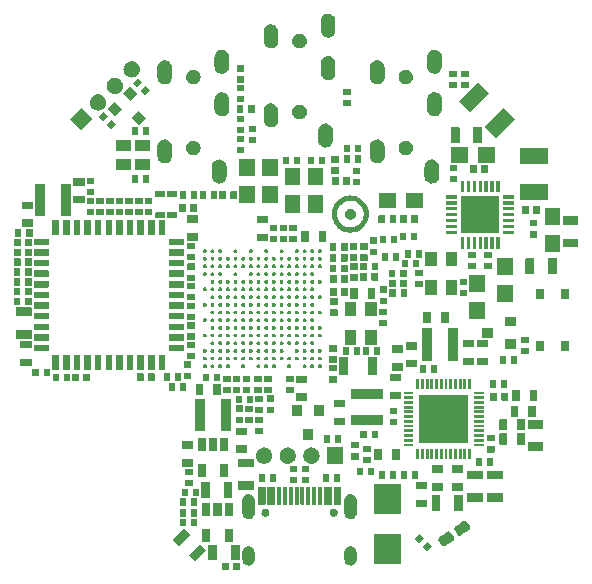
<source format=gts>
G04 #@! TF.GenerationSoftware,KiCad,Pcbnew,7.0.10*
G04 #@! TF.CreationDate,2024-04-11T11:30:37+02:00*
G04 #@! TF.ProjectId,OtterCastAudioV2,4f747465-7243-4617-9374-417564696f56,rev?*
G04 #@! TF.SameCoordinates,Original*
G04 #@! TF.FileFunction,Soldermask,Top*
G04 #@! TF.FilePolarity,Negative*
%FSLAX46Y46*%
G04 Gerber Fmt 4.6, Leading zero omitted, Abs format (unit mm)*
G04 Created by KiCad (PCBNEW 7.0.10) date 2024-04-11 11:30:37*
%MOMM*%
%LPD*%
G01*
G04 APERTURE LIST*
G04 APERTURE END LIST*
G36*
X93987654Y-122456522D02*
G01*
X93994142Y-122460858D01*
X93998478Y-122467346D01*
X94000000Y-122475000D01*
X94000000Y-123075000D01*
X93998478Y-123082654D01*
X93994142Y-123089142D01*
X93987654Y-123093478D01*
X93980000Y-123095000D01*
X93480000Y-123095000D01*
X93472346Y-123093478D01*
X93465858Y-123089142D01*
X93461522Y-123082654D01*
X93460000Y-123075000D01*
X93460000Y-122475000D01*
X93461522Y-122467346D01*
X93465858Y-122460858D01*
X93472346Y-122456522D01*
X93480000Y-122455000D01*
X93980000Y-122455000D01*
X93987654Y-122456522D01*
G37*
G36*
X94927654Y-122456522D02*
G01*
X94934142Y-122460858D01*
X94938478Y-122467346D01*
X94940000Y-122475000D01*
X94940000Y-123075000D01*
X94938478Y-123082654D01*
X94934142Y-123089142D01*
X94927654Y-123093478D01*
X94920000Y-123095000D01*
X94420000Y-123095000D01*
X94412346Y-123093478D01*
X94405858Y-123089142D01*
X94401522Y-123082654D01*
X94400000Y-123075000D01*
X94400000Y-122475000D01*
X94401522Y-122467346D01*
X94405858Y-122460858D01*
X94412346Y-122456522D01*
X94420000Y-122455000D01*
X94920000Y-122455000D01*
X94927654Y-122456522D01*
G37*
G36*
X95785797Y-121085876D02*
G01*
X95919234Y-121133300D01*
X96034928Y-121214965D01*
X96124298Y-121324816D01*
X96180717Y-121454706D01*
X96200000Y-121595000D01*
X96200000Y-122195000D01*
X96195157Y-122265807D01*
X96156950Y-122402169D01*
X96083370Y-122523166D01*
X95979874Y-122619824D01*
X95854137Y-122684976D01*
X95715486Y-122713788D01*
X95574203Y-122704124D01*
X95440766Y-122656700D01*
X95325072Y-122575035D01*
X95235702Y-122465184D01*
X95179283Y-122335294D01*
X95160000Y-122195000D01*
X95160000Y-121595000D01*
X95164843Y-121524193D01*
X95203050Y-121387831D01*
X95276630Y-121266834D01*
X95380126Y-121170176D01*
X95505863Y-121105024D01*
X95644514Y-121076212D01*
X95785797Y-121085876D01*
G37*
G36*
X104425797Y-121085876D02*
G01*
X104559234Y-121133300D01*
X104674928Y-121214965D01*
X104764298Y-121324816D01*
X104820717Y-121454706D01*
X104840000Y-121595000D01*
X104840000Y-122195000D01*
X104835157Y-122265807D01*
X104796950Y-122402169D01*
X104723370Y-122523166D01*
X104619874Y-122619824D01*
X104494137Y-122684976D01*
X104355486Y-122713788D01*
X104214203Y-122704124D01*
X104080766Y-122656700D01*
X103965072Y-122575035D01*
X103875702Y-122465184D01*
X103819283Y-122335294D01*
X103800000Y-122195000D01*
X103800000Y-121595000D01*
X103804843Y-121524193D01*
X103843050Y-121387831D01*
X103916630Y-121266834D01*
X104020126Y-121170176D01*
X104145863Y-121105024D01*
X104284514Y-121076212D01*
X104425797Y-121085876D01*
G37*
G36*
X108607654Y-120081522D02*
G01*
X108614142Y-120085858D01*
X108618478Y-120092346D01*
X108620000Y-120100000D01*
X108620000Y-122600000D01*
X108618478Y-122607654D01*
X108614142Y-122614142D01*
X108607654Y-122618478D01*
X108600000Y-122620000D01*
X106300000Y-122620000D01*
X106292346Y-122618478D01*
X106285858Y-122614142D01*
X106281522Y-122607654D01*
X106280000Y-122600000D01*
X106280000Y-120100000D01*
X106281522Y-120092346D01*
X106285858Y-120085858D01*
X106292346Y-120081522D01*
X106300000Y-120080000D01*
X108600000Y-120080000D01*
X108607654Y-120081522D01*
G37*
G36*
X91566537Y-120921166D02*
G01*
X91573025Y-120925502D01*
X92068000Y-121420477D01*
X92072336Y-121426965D01*
X92073858Y-121434619D01*
X92072336Y-121442273D01*
X92068000Y-121448761D01*
X91148761Y-122368000D01*
X91142273Y-122372336D01*
X91134619Y-122373858D01*
X91126965Y-122372336D01*
X91120477Y-122368000D01*
X90625502Y-121873025D01*
X90621166Y-121866537D01*
X90619644Y-121858883D01*
X90621166Y-121851229D01*
X90625502Y-121844741D01*
X91300067Y-121170176D01*
X91542999Y-120927243D01*
X91543002Y-120927240D01*
X91544741Y-120925502D01*
X91551229Y-120921166D01*
X91558883Y-120919644D01*
X91566537Y-120921166D01*
G37*
G36*
X93007654Y-120931522D02*
G01*
X93014142Y-120935858D01*
X93018478Y-120942346D01*
X93020000Y-120950000D01*
X93020000Y-122250000D01*
X93018478Y-122257654D01*
X93014142Y-122264142D01*
X93007654Y-122268478D01*
X93000000Y-122270000D01*
X92300000Y-122270000D01*
X92292346Y-122268478D01*
X92285858Y-122264142D01*
X92281522Y-122257654D01*
X92280000Y-122250000D01*
X92280000Y-120950000D01*
X92281522Y-120942346D01*
X92285858Y-120935858D01*
X92292346Y-120931522D01*
X92300000Y-120930000D01*
X93000000Y-120930000D01*
X93007654Y-120931522D01*
G37*
G36*
X94907654Y-120931522D02*
G01*
X94914142Y-120935858D01*
X94918478Y-120942346D01*
X94920000Y-120950000D01*
X94920000Y-122250000D01*
X94918478Y-122257654D01*
X94914142Y-122264142D01*
X94907654Y-122268478D01*
X94900000Y-122270000D01*
X94200000Y-122270000D01*
X94192346Y-122268478D01*
X94185858Y-122264142D01*
X94181522Y-122257654D01*
X94180000Y-122250000D01*
X94180000Y-120950000D01*
X94181522Y-120942346D01*
X94185858Y-120935858D01*
X94192346Y-120931522D01*
X94200000Y-120930000D01*
X94900000Y-120930000D01*
X94907654Y-120931522D01*
G37*
G36*
X110875349Y-120674953D02*
G01*
X110881837Y-120679289D01*
X111235391Y-121032843D01*
X111239727Y-121039331D01*
X111241249Y-121046985D01*
X111239727Y-121054638D01*
X111235391Y-121061127D01*
X110811127Y-121485391D01*
X110804638Y-121489727D01*
X110796985Y-121491249D01*
X110789331Y-121489727D01*
X110782843Y-121485391D01*
X110429289Y-121131837D01*
X110424953Y-121125349D01*
X110423431Y-121117695D01*
X110424953Y-121110042D01*
X110429289Y-121103553D01*
X110713875Y-120818967D01*
X110851811Y-120681030D01*
X110851814Y-120681027D01*
X110853553Y-120679289D01*
X110860042Y-120674953D01*
X110867695Y-120673431D01*
X110875349Y-120674953D01*
G37*
G36*
X112767519Y-119860618D02*
G01*
X112831945Y-119924484D01*
X113069602Y-120276825D01*
X113104683Y-120360484D01*
X113105078Y-120451200D01*
X113070729Y-120535163D01*
X113006863Y-120599589D01*
X112343633Y-121046943D01*
X112259973Y-121082024D01*
X112169257Y-121082420D01*
X112085295Y-121048070D01*
X112020869Y-120984204D01*
X111913210Y-120824593D01*
X111784588Y-120633904D01*
X111784586Y-120633901D01*
X111783212Y-120631863D01*
X111748131Y-120548204D01*
X111747736Y-120457488D01*
X111782085Y-120373525D01*
X111845951Y-120309099D01*
X112148156Y-120105259D01*
X112507139Y-119863121D01*
X112507144Y-119863118D01*
X112509181Y-119861745D01*
X112592841Y-119826664D01*
X112683557Y-119826268D01*
X112767519Y-119860618D01*
G37*
G36*
X90223035Y-119577664D02*
G01*
X90229523Y-119582000D01*
X90724498Y-120076975D01*
X90728834Y-120083463D01*
X90730356Y-120091117D01*
X90728834Y-120098771D01*
X90724498Y-120105259D01*
X89805259Y-121024498D01*
X89798771Y-121028834D01*
X89791117Y-121030356D01*
X89783463Y-121028834D01*
X89776975Y-121024498D01*
X89282000Y-120529523D01*
X89277664Y-120523035D01*
X89276142Y-120515381D01*
X89277664Y-120507727D01*
X89282000Y-120501239D01*
X89956971Y-119826268D01*
X90199497Y-119583741D01*
X90199500Y-119583738D01*
X90201239Y-119582000D01*
X90207727Y-119577664D01*
X90215381Y-119576142D01*
X90223035Y-119577664D01*
G37*
G36*
X110210669Y-120010273D02*
G01*
X110217157Y-120014609D01*
X110570711Y-120368163D01*
X110575047Y-120374651D01*
X110576569Y-120382305D01*
X110575047Y-120389958D01*
X110570711Y-120396447D01*
X110146447Y-120820711D01*
X110139958Y-120825047D01*
X110132305Y-120826569D01*
X110124651Y-120825047D01*
X110118163Y-120820711D01*
X109764609Y-120467157D01*
X109760273Y-120460669D01*
X109758751Y-120453015D01*
X109760273Y-120445362D01*
X109764609Y-120438873D01*
X110066604Y-120136878D01*
X110187131Y-120016350D01*
X110187134Y-120016347D01*
X110188873Y-120014609D01*
X110195362Y-120010273D01*
X110203015Y-120008751D01*
X110210669Y-120010273D01*
G37*
G36*
X92432654Y-119601522D02*
G01*
X92439142Y-119605858D01*
X92443478Y-119612346D01*
X92445000Y-119620000D01*
X92445000Y-120680000D01*
X92443478Y-120687654D01*
X92439142Y-120694142D01*
X92432654Y-120698478D01*
X92425000Y-120700000D01*
X91775000Y-120700000D01*
X91767346Y-120698478D01*
X91760858Y-120694142D01*
X91756522Y-120687654D01*
X91755000Y-120680000D01*
X91755000Y-119620000D01*
X91756522Y-119612346D01*
X91760858Y-119605858D01*
X91767346Y-119601522D01*
X91775000Y-119600000D01*
X92425000Y-119600000D01*
X92432654Y-119601522D01*
G37*
G36*
X94332654Y-119601522D02*
G01*
X94339142Y-119605858D01*
X94343478Y-119612346D01*
X94345000Y-119620000D01*
X94345000Y-120680000D01*
X94343478Y-120687654D01*
X94339142Y-120694142D01*
X94332654Y-120698478D01*
X94325000Y-120700000D01*
X93675000Y-120700000D01*
X93667346Y-120698478D01*
X93660858Y-120694142D01*
X93656522Y-120687654D01*
X93655000Y-120680000D01*
X93655000Y-119620000D01*
X93656522Y-119612346D01*
X93660858Y-119605858D01*
X93667346Y-119601522D01*
X93675000Y-119600000D01*
X94325000Y-119600000D01*
X94332654Y-119601522D01*
G37*
G36*
X114114705Y-118951930D02*
G01*
X114179131Y-119015796D01*
X114416788Y-119368137D01*
X114451869Y-119451796D01*
X114452264Y-119542512D01*
X114417915Y-119626475D01*
X114354049Y-119690901D01*
X113690819Y-120138255D01*
X113607159Y-120173336D01*
X113516443Y-120173732D01*
X113432481Y-120139382D01*
X113368055Y-120075516D01*
X113224793Y-119863121D01*
X113131774Y-119725216D01*
X113131772Y-119725213D01*
X113130398Y-119723175D01*
X113095317Y-119639516D01*
X113094922Y-119548800D01*
X113129271Y-119464837D01*
X113193137Y-119400411D01*
X113419586Y-119247669D01*
X113854325Y-118954433D01*
X113854330Y-118954430D01*
X113856367Y-118953057D01*
X113940027Y-118917976D01*
X114030743Y-118917580D01*
X114114705Y-118951930D01*
G37*
G36*
X90387654Y-118756522D02*
G01*
X90394142Y-118760858D01*
X90398478Y-118767346D01*
X90400000Y-118775000D01*
X90400000Y-119375000D01*
X90398478Y-119382654D01*
X90394142Y-119389142D01*
X90387654Y-119393478D01*
X90380000Y-119395000D01*
X89880000Y-119395000D01*
X89872346Y-119393478D01*
X89865858Y-119389142D01*
X89861522Y-119382654D01*
X89860000Y-119375000D01*
X89860000Y-118775000D01*
X89861522Y-118767346D01*
X89865858Y-118760858D01*
X89872346Y-118756522D01*
X89880000Y-118755000D01*
X90380000Y-118755000D01*
X90387654Y-118756522D01*
G37*
G36*
X91327654Y-118756522D02*
G01*
X91334142Y-118760858D01*
X91338478Y-118767346D01*
X91340000Y-118775000D01*
X91340000Y-119375000D01*
X91338478Y-119382654D01*
X91334142Y-119389142D01*
X91327654Y-119393478D01*
X91320000Y-119395000D01*
X90820000Y-119395000D01*
X90812346Y-119393478D01*
X90805858Y-119389142D01*
X90801522Y-119382654D01*
X90800000Y-119375000D01*
X90800000Y-118775000D01*
X90801522Y-118767346D01*
X90805858Y-118760858D01*
X90812346Y-118756522D01*
X90820000Y-118755000D01*
X91320000Y-118755000D01*
X91327654Y-118756522D01*
G37*
G36*
X95785797Y-116655876D02*
G01*
X95919234Y-116703300D01*
X96034928Y-116784965D01*
X96124298Y-116894816D01*
X96180717Y-117024706D01*
X96200000Y-117165000D01*
X96200000Y-118265000D01*
X96195157Y-118335807D01*
X96156950Y-118472169D01*
X96083370Y-118593166D01*
X95979874Y-118689824D01*
X95854137Y-118754976D01*
X95715486Y-118783788D01*
X95574203Y-118774124D01*
X95440766Y-118726700D01*
X95325072Y-118645035D01*
X95235702Y-118535184D01*
X95179283Y-118405294D01*
X95160000Y-118265000D01*
X95160000Y-117165000D01*
X95164843Y-117094193D01*
X95203050Y-116957831D01*
X95276630Y-116836834D01*
X95380126Y-116740176D01*
X95505863Y-116675024D01*
X95644514Y-116646212D01*
X95785797Y-116655876D01*
G37*
G36*
X104425797Y-116655876D02*
G01*
X104559234Y-116703300D01*
X104674928Y-116784965D01*
X104764298Y-116894816D01*
X104820717Y-117024706D01*
X104840000Y-117165000D01*
X104840000Y-118265000D01*
X104835157Y-118335807D01*
X104796950Y-118472169D01*
X104723370Y-118593166D01*
X104619874Y-118689824D01*
X104494137Y-118754976D01*
X104355486Y-118783788D01*
X104214203Y-118774124D01*
X104080766Y-118726700D01*
X103965072Y-118645035D01*
X103875702Y-118535184D01*
X103819283Y-118405294D01*
X103800000Y-118265000D01*
X103800000Y-117165000D01*
X103804843Y-117094193D01*
X103843050Y-116957831D01*
X103916630Y-116836834D01*
X104020126Y-116740176D01*
X104145863Y-116675024D01*
X104284514Y-116646212D01*
X104425797Y-116655876D01*
G37*
G36*
X97141127Y-117905241D02*
G01*
X97169909Y-117905241D01*
X97192081Y-117913311D01*
X97216515Y-117917181D01*
X97251024Y-117934764D01*
X97282500Y-117946221D01*
X97296401Y-117957885D01*
X97312601Y-117966140D01*
X97345782Y-117999321D01*
X97374285Y-118023238D01*
X97380549Y-118034088D01*
X97388859Y-118042398D01*
X97415244Y-118094181D01*
X97434194Y-118127003D01*
X97435371Y-118133683D01*
X97437818Y-118138484D01*
X97451934Y-118227615D01*
X97455000Y-118245000D01*
X97451934Y-118262386D01*
X97437818Y-118351515D01*
X97435372Y-118356315D01*
X97434194Y-118362997D01*
X97415239Y-118395826D01*
X97388859Y-118447601D01*
X97380551Y-118455908D01*
X97374285Y-118466762D01*
X97345776Y-118490683D01*
X97312601Y-118523859D01*
X97296404Y-118532111D01*
X97282500Y-118543779D01*
X97251018Y-118555237D01*
X97216515Y-118572818D01*
X97192086Y-118576687D01*
X97169909Y-118584759D01*
X97141121Y-118584759D01*
X97110000Y-118589688D01*
X97078879Y-118584759D01*
X97050091Y-118584759D01*
X97027914Y-118576687D01*
X97003484Y-118572818D01*
X96968978Y-118555236D01*
X96937500Y-118543779D01*
X96923596Y-118532112D01*
X96907398Y-118523859D01*
X96874217Y-118490678D01*
X96845715Y-118466762D01*
X96839450Y-118455911D01*
X96831140Y-118447601D01*
X96804751Y-118395811D01*
X96785806Y-118362997D01*
X96784628Y-118356318D01*
X96782181Y-118351515D01*
X96768055Y-118262330D01*
X96765000Y-118245000D01*
X96768055Y-118227670D01*
X96782181Y-118138484D01*
X96784628Y-118133680D01*
X96785806Y-118127003D01*
X96804747Y-118094196D01*
X96831140Y-118042398D01*
X96839451Y-118034086D01*
X96845715Y-118023238D01*
X96874211Y-117999326D01*
X96907398Y-117966140D01*
X96923599Y-117957884D01*
X96937500Y-117946221D01*
X96968971Y-117934766D01*
X97003484Y-117917181D01*
X97027919Y-117913310D01*
X97050091Y-117905241D01*
X97078872Y-117905241D01*
X97110000Y-117900311D01*
X97141127Y-117905241D01*
G37*
G36*
X102921127Y-117905241D02*
G01*
X102949909Y-117905241D01*
X102972081Y-117913311D01*
X102996515Y-117917181D01*
X103031024Y-117934764D01*
X103062500Y-117946221D01*
X103076401Y-117957885D01*
X103092601Y-117966140D01*
X103125782Y-117999321D01*
X103154285Y-118023238D01*
X103160549Y-118034088D01*
X103168859Y-118042398D01*
X103195244Y-118094181D01*
X103214194Y-118127003D01*
X103215371Y-118133683D01*
X103217818Y-118138484D01*
X103231934Y-118227615D01*
X103235000Y-118245000D01*
X103231934Y-118262386D01*
X103217818Y-118351515D01*
X103215372Y-118356315D01*
X103214194Y-118362997D01*
X103195239Y-118395826D01*
X103168859Y-118447601D01*
X103160551Y-118455908D01*
X103154285Y-118466762D01*
X103125776Y-118490683D01*
X103092601Y-118523859D01*
X103076404Y-118532111D01*
X103062500Y-118543779D01*
X103031018Y-118555237D01*
X102996515Y-118572818D01*
X102972086Y-118576687D01*
X102949909Y-118584759D01*
X102921121Y-118584759D01*
X102890000Y-118589688D01*
X102858879Y-118584759D01*
X102830091Y-118584759D01*
X102807914Y-118576687D01*
X102783484Y-118572818D01*
X102748978Y-118555236D01*
X102717500Y-118543779D01*
X102703596Y-118532112D01*
X102687398Y-118523859D01*
X102654217Y-118490678D01*
X102625715Y-118466762D01*
X102619450Y-118455911D01*
X102611140Y-118447601D01*
X102584751Y-118395811D01*
X102565806Y-118362997D01*
X102564628Y-118356318D01*
X102562181Y-118351515D01*
X102548055Y-118262330D01*
X102545000Y-118245000D01*
X102548055Y-118227670D01*
X102562181Y-118138484D01*
X102564628Y-118133680D01*
X102565806Y-118127003D01*
X102584747Y-118094196D01*
X102611140Y-118042398D01*
X102619451Y-118034086D01*
X102625715Y-118023238D01*
X102654211Y-117999326D01*
X102687398Y-117966140D01*
X102703599Y-117957884D01*
X102717500Y-117946221D01*
X102748971Y-117934766D01*
X102783484Y-117917181D01*
X102807919Y-117913310D01*
X102830091Y-117905241D01*
X102858872Y-117905241D01*
X102890000Y-117900311D01*
X102921127Y-117905241D01*
G37*
G36*
X90387654Y-117931522D02*
G01*
X90394142Y-117935858D01*
X90398478Y-117942346D01*
X90400000Y-117950000D01*
X90400000Y-118550000D01*
X90398478Y-118557654D01*
X90394142Y-118564142D01*
X90387654Y-118568478D01*
X90380000Y-118570000D01*
X89880000Y-118570000D01*
X89872346Y-118568478D01*
X89865858Y-118564142D01*
X89861522Y-118557654D01*
X89860000Y-118550000D01*
X89860000Y-117950000D01*
X89861522Y-117942346D01*
X89865858Y-117935858D01*
X89872346Y-117931522D01*
X89880000Y-117930000D01*
X90380000Y-117930000D01*
X90387654Y-117931522D01*
G37*
G36*
X91327654Y-117931522D02*
G01*
X91334142Y-117935858D01*
X91338478Y-117942346D01*
X91340000Y-117950000D01*
X91340000Y-118550000D01*
X91338478Y-118557654D01*
X91334142Y-118564142D01*
X91327654Y-118568478D01*
X91320000Y-118570000D01*
X90820000Y-118570000D01*
X90812346Y-118568478D01*
X90805858Y-118564142D01*
X90801522Y-118557654D01*
X90800000Y-118550000D01*
X90800000Y-117950000D01*
X90801522Y-117942346D01*
X90805858Y-117935858D01*
X90812346Y-117931522D01*
X90820000Y-117930000D01*
X91320000Y-117930000D01*
X91327654Y-117931522D01*
G37*
G36*
X92432654Y-117401522D02*
G01*
X92439142Y-117405858D01*
X92443478Y-117412346D01*
X92445000Y-117420000D01*
X92445000Y-118480000D01*
X92443478Y-118487654D01*
X92439142Y-118494142D01*
X92432654Y-118498478D01*
X92425000Y-118500000D01*
X91775000Y-118500000D01*
X91767346Y-118498478D01*
X91760858Y-118494142D01*
X91756522Y-118487654D01*
X91755000Y-118480000D01*
X91755000Y-117420000D01*
X91756522Y-117412346D01*
X91760858Y-117405858D01*
X91767346Y-117401522D01*
X91775000Y-117400000D01*
X92425000Y-117400000D01*
X92432654Y-117401522D01*
G37*
G36*
X93382654Y-117401522D02*
G01*
X93389142Y-117405858D01*
X93393478Y-117412346D01*
X93395000Y-117420000D01*
X93395000Y-118480000D01*
X93393478Y-118487654D01*
X93389142Y-118494142D01*
X93382654Y-118498478D01*
X93375000Y-118500000D01*
X92725000Y-118500000D01*
X92717346Y-118498478D01*
X92710858Y-118494142D01*
X92706522Y-118487654D01*
X92705000Y-118480000D01*
X92705000Y-117420000D01*
X92706522Y-117412346D01*
X92710858Y-117405858D01*
X92717346Y-117401522D01*
X92725000Y-117400000D01*
X93375000Y-117400000D01*
X93382654Y-117401522D01*
G37*
G36*
X94332654Y-117401522D02*
G01*
X94339142Y-117405858D01*
X94343478Y-117412346D01*
X94345000Y-117420000D01*
X94345000Y-118480000D01*
X94343478Y-118487654D01*
X94339142Y-118494142D01*
X94332654Y-118498478D01*
X94325000Y-118500000D01*
X93675000Y-118500000D01*
X93667346Y-118498478D01*
X93660858Y-118494142D01*
X93656522Y-118487654D01*
X93655000Y-118480000D01*
X93655000Y-117420000D01*
X93656522Y-117412346D01*
X93660858Y-117405858D01*
X93667346Y-117401522D01*
X93675000Y-117400000D01*
X94325000Y-117400000D01*
X94332654Y-117401522D01*
G37*
G36*
X108607654Y-115781522D02*
G01*
X108614142Y-115785858D01*
X108618478Y-115792346D01*
X108620000Y-115800000D01*
X108620000Y-118300000D01*
X108618478Y-118307654D01*
X108614142Y-118314142D01*
X108607654Y-118318478D01*
X108600000Y-118320000D01*
X106300000Y-118320000D01*
X106292346Y-118318478D01*
X106285858Y-118314142D01*
X106281522Y-118307654D01*
X106280000Y-118300000D01*
X106280000Y-115800000D01*
X106281522Y-115792346D01*
X106285858Y-115785858D01*
X106292346Y-115781522D01*
X106300000Y-115780000D01*
X108600000Y-115780000D01*
X108607654Y-115781522D01*
G37*
G36*
X111907654Y-116731522D02*
G01*
X111914142Y-116735858D01*
X111918478Y-116742346D01*
X111920000Y-116750000D01*
X111920000Y-118050000D01*
X111918478Y-118057654D01*
X111914142Y-118064142D01*
X111907654Y-118068478D01*
X111900000Y-118070000D01*
X111200000Y-118070000D01*
X111192346Y-118068478D01*
X111185858Y-118064142D01*
X111181522Y-118057654D01*
X111180000Y-118050000D01*
X111180000Y-116750000D01*
X111181522Y-116742346D01*
X111185858Y-116735858D01*
X111192346Y-116731522D01*
X111200000Y-116730000D01*
X111900000Y-116730000D01*
X111907654Y-116731522D01*
G37*
G36*
X113807654Y-116731522D02*
G01*
X113814142Y-116735858D01*
X113818478Y-116742346D01*
X113820000Y-116750000D01*
X113820000Y-118050000D01*
X113818478Y-118057654D01*
X113814142Y-118064142D01*
X113807654Y-118068478D01*
X113800000Y-118070000D01*
X113100000Y-118070000D01*
X113092346Y-118068478D01*
X113085858Y-118064142D01*
X113081522Y-118057654D01*
X113080000Y-118050000D01*
X113080000Y-116750000D01*
X113081522Y-116742346D01*
X113085858Y-116735858D01*
X113092346Y-116731522D01*
X113100000Y-116730000D01*
X113800000Y-116730000D01*
X113807654Y-116731522D01*
G37*
G36*
X110807654Y-117131522D02*
G01*
X110814142Y-117135858D01*
X110818478Y-117142346D01*
X110820000Y-117150000D01*
X110820000Y-117750000D01*
X110818478Y-117757654D01*
X110814142Y-117764142D01*
X110807654Y-117768478D01*
X110800000Y-117770000D01*
X109900000Y-117770000D01*
X109892346Y-117768478D01*
X109885858Y-117764142D01*
X109881522Y-117757654D01*
X109880000Y-117750000D01*
X109880000Y-117150000D01*
X109881522Y-117142346D01*
X109885858Y-117135858D01*
X109892346Y-117131522D01*
X109900000Y-117130000D01*
X110800000Y-117130000D01*
X110807654Y-117131522D01*
G37*
G36*
X90387654Y-117031522D02*
G01*
X90394142Y-117035858D01*
X90398478Y-117042346D01*
X90400000Y-117050000D01*
X90400000Y-117650000D01*
X90398478Y-117657654D01*
X90394142Y-117664142D01*
X90387654Y-117668478D01*
X90380000Y-117670000D01*
X89880000Y-117670000D01*
X89872346Y-117668478D01*
X89865858Y-117664142D01*
X89861522Y-117657654D01*
X89860000Y-117650000D01*
X89860000Y-117050000D01*
X89861522Y-117042346D01*
X89865858Y-117035858D01*
X89872346Y-117031522D01*
X89880000Y-117030000D01*
X90380000Y-117030000D01*
X90387654Y-117031522D01*
G37*
G36*
X91327654Y-117031522D02*
G01*
X91334142Y-117035858D01*
X91338478Y-117042346D01*
X91340000Y-117050000D01*
X91340000Y-117650000D01*
X91338478Y-117657654D01*
X91334142Y-117664142D01*
X91327654Y-117668478D01*
X91320000Y-117670000D01*
X90820000Y-117670000D01*
X90812346Y-117668478D01*
X90805858Y-117664142D01*
X90801522Y-117657654D01*
X90800000Y-117650000D01*
X90800000Y-117050000D01*
X90801522Y-117042346D01*
X90805858Y-117035858D01*
X90812346Y-117031522D01*
X90820000Y-117030000D01*
X91320000Y-117030000D01*
X91327654Y-117031522D01*
G37*
G36*
X97107654Y-116056522D02*
G01*
X97114142Y-116060858D01*
X97118478Y-116067346D01*
X97120000Y-116075000D01*
X97120000Y-117525000D01*
X97118478Y-117532654D01*
X97114142Y-117539142D01*
X97107654Y-117543478D01*
X97100000Y-117545000D01*
X96500000Y-117545000D01*
X96492346Y-117543478D01*
X96485858Y-117539142D01*
X96481522Y-117532654D01*
X96480000Y-117525000D01*
X96480000Y-116075000D01*
X96481522Y-116067346D01*
X96485858Y-116060858D01*
X96492346Y-116056522D01*
X96500000Y-116055000D01*
X97100000Y-116055000D01*
X97107654Y-116056522D01*
G37*
G36*
X97907654Y-116056522D02*
G01*
X97914142Y-116060858D01*
X97918478Y-116067346D01*
X97920000Y-116075000D01*
X97920000Y-117525000D01*
X97918478Y-117532654D01*
X97914142Y-117539142D01*
X97907654Y-117543478D01*
X97900000Y-117545000D01*
X97300000Y-117545000D01*
X97292346Y-117543478D01*
X97285858Y-117539142D01*
X97281522Y-117532654D01*
X97280000Y-117525000D01*
X97280000Y-116075000D01*
X97281522Y-116067346D01*
X97285858Y-116060858D01*
X97292346Y-116056522D01*
X97300000Y-116055000D01*
X97900000Y-116055000D01*
X97907654Y-116056522D01*
G37*
G36*
X98407654Y-116056522D02*
G01*
X98414142Y-116060858D01*
X98418478Y-116067346D01*
X98420000Y-116075000D01*
X98420000Y-117525000D01*
X98418478Y-117532654D01*
X98414142Y-117539142D01*
X98407654Y-117543478D01*
X98400000Y-117545000D01*
X98100000Y-117545000D01*
X98092346Y-117543478D01*
X98085858Y-117539142D01*
X98081522Y-117532654D01*
X98080000Y-117525000D01*
X98080000Y-116075000D01*
X98081522Y-116067346D01*
X98085858Y-116060858D01*
X98092346Y-116056522D01*
X98100000Y-116055000D01*
X98400000Y-116055000D01*
X98407654Y-116056522D01*
G37*
G36*
X98907654Y-116056522D02*
G01*
X98914142Y-116060858D01*
X98918478Y-116067346D01*
X98920000Y-116075000D01*
X98920000Y-117525000D01*
X98918478Y-117532654D01*
X98914142Y-117539142D01*
X98907654Y-117543478D01*
X98900000Y-117545000D01*
X98600000Y-117545000D01*
X98592346Y-117543478D01*
X98585858Y-117539142D01*
X98581522Y-117532654D01*
X98580000Y-117525000D01*
X98580000Y-116075000D01*
X98581522Y-116067346D01*
X98585858Y-116060858D01*
X98592346Y-116056522D01*
X98600000Y-116055000D01*
X98900000Y-116055000D01*
X98907654Y-116056522D01*
G37*
G36*
X99407654Y-116056522D02*
G01*
X99414142Y-116060858D01*
X99418478Y-116067346D01*
X99420000Y-116075000D01*
X99420000Y-117525000D01*
X99418478Y-117532654D01*
X99414142Y-117539142D01*
X99407654Y-117543478D01*
X99400000Y-117545000D01*
X99100000Y-117545000D01*
X99092346Y-117543478D01*
X99085858Y-117539142D01*
X99081522Y-117532654D01*
X99080000Y-117525000D01*
X99080000Y-116075000D01*
X99081522Y-116067346D01*
X99085858Y-116060858D01*
X99092346Y-116056522D01*
X99100000Y-116055000D01*
X99400000Y-116055000D01*
X99407654Y-116056522D01*
G37*
G36*
X99907654Y-116056522D02*
G01*
X99914142Y-116060858D01*
X99918478Y-116067346D01*
X99920000Y-116075000D01*
X99920000Y-117525000D01*
X99918478Y-117532654D01*
X99914142Y-117539142D01*
X99907654Y-117543478D01*
X99900000Y-117545000D01*
X99600000Y-117545000D01*
X99592346Y-117543478D01*
X99585858Y-117539142D01*
X99581522Y-117532654D01*
X99580000Y-117525000D01*
X99580000Y-116075000D01*
X99581522Y-116067346D01*
X99585858Y-116060858D01*
X99592346Y-116056522D01*
X99600000Y-116055000D01*
X99900000Y-116055000D01*
X99907654Y-116056522D01*
G37*
G36*
X100407654Y-116056522D02*
G01*
X100414142Y-116060858D01*
X100418478Y-116067346D01*
X100420000Y-116075000D01*
X100420000Y-117525000D01*
X100418478Y-117532654D01*
X100414142Y-117539142D01*
X100407654Y-117543478D01*
X100400000Y-117545000D01*
X100100000Y-117545000D01*
X100092346Y-117543478D01*
X100085858Y-117539142D01*
X100081522Y-117532654D01*
X100080000Y-117525000D01*
X100080000Y-116075000D01*
X100081522Y-116067346D01*
X100085858Y-116060858D01*
X100092346Y-116056522D01*
X100100000Y-116055000D01*
X100400000Y-116055000D01*
X100407654Y-116056522D01*
G37*
G36*
X100907654Y-116056522D02*
G01*
X100914142Y-116060858D01*
X100918478Y-116067346D01*
X100920000Y-116075000D01*
X100920000Y-117525000D01*
X100918478Y-117532654D01*
X100914142Y-117539142D01*
X100907654Y-117543478D01*
X100900000Y-117545000D01*
X100600000Y-117545000D01*
X100592346Y-117543478D01*
X100585858Y-117539142D01*
X100581522Y-117532654D01*
X100580000Y-117525000D01*
X100580000Y-116075000D01*
X100581522Y-116067346D01*
X100585858Y-116060858D01*
X100592346Y-116056522D01*
X100600000Y-116055000D01*
X100900000Y-116055000D01*
X100907654Y-116056522D01*
G37*
G36*
X101407654Y-116056522D02*
G01*
X101414142Y-116060858D01*
X101418478Y-116067346D01*
X101420000Y-116075000D01*
X101420000Y-117525000D01*
X101418478Y-117532654D01*
X101414142Y-117539142D01*
X101407654Y-117543478D01*
X101400000Y-117545000D01*
X101100000Y-117545000D01*
X101092346Y-117543478D01*
X101085858Y-117539142D01*
X101081522Y-117532654D01*
X101080000Y-117525000D01*
X101080000Y-116075000D01*
X101081522Y-116067346D01*
X101085858Y-116060858D01*
X101092346Y-116056522D01*
X101100000Y-116055000D01*
X101400000Y-116055000D01*
X101407654Y-116056522D01*
G37*
G36*
X101907654Y-116056522D02*
G01*
X101914142Y-116060858D01*
X101918478Y-116067346D01*
X101920000Y-116075000D01*
X101920000Y-117525000D01*
X101918478Y-117532654D01*
X101914142Y-117539142D01*
X101907654Y-117543478D01*
X101900000Y-117545000D01*
X101600000Y-117545000D01*
X101592346Y-117543478D01*
X101585858Y-117539142D01*
X101581522Y-117532654D01*
X101580000Y-117525000D01*
X101580000Y-116075000D01*
X101581522Y-116067346D01*
X101585858Y-116060858D01*
X101592346Y-116056522D01*
X101600000Y-116055000D01*
X101900000Y-116055000D01*
X101907654Y-116056522D01*
G37*
G36*
X102707654Y-116056522D02*
G01*
X102714142Y-116060858D01*
X102718478Y-116067346D01*
X102720000Y-116075000D01*
X102720000Y-117525000D01*
X102718478Y-117532654D01*
X102714142Y-117539142D01*
X102707654Y-117543478D01*
X102700000Y-117545000D01*
X102100000Y-117545000D01*
X102092346Y-117543478D01*
X102085858Y-117539142D01*
X102081522Y-117532654D01*
X102080000Y-117525000D01*
X102080000Y-116075000D01*
X102081522Y-116067346D01*
X102085858Y-116060858D01*
X102092346Y-116056522D01*
X102100000Y-116055000D01*
X102700000Y-116055000D01*
X102707654Y-116056522D01*
G37*
G36*
X103507654Y-116056522D02*
G01*
X103514142Y-116060858D01*
X103518478Y-116067346D01*
X103520000Y-116075000D01*
X103520000Y-117525000D01*
X103518478Y-117532654D01*
X103514142Y-117539142D01*
X103507654Y-117543478D01*
X103500000Y-117545000D01*
X102900000Y-117545000D01*
X102892346Y-117543478D01*
X102885858Y-117539142D01*
X102881522Y-117532654D01*
X102880000Y-117525000D01*
X102880000Y-116075000D01*
X102881522Y-116067346D01*
X102885858Y-116060858D01*
X102892346Y-116056522D01*
X102900000Y-116055000D01*
X103500000Y-116055000D01*
X103507654Y-116056522D01*
G37*
G36*
X115507654Y-116581522D02*
G01*
X115514142Y-116585858D01*
X115518478Y-116592346D01*
X115520000Y-116600000D01*
X115520000Y-117300000D01*
X115518478Y-117307654D01*
X115514142Y-117314142D01*
X115507654Y-117318478D01*
X115500000Y-117320000D01*
X114200000Y-117320000D01*
X114192346Y-117318478D01*
X114185858Y-117314142D01*
X114181522Y-117307654D01*
X114180000Y-117300000D01*
X114180000Y-116600000D01*
X114181522Y-116592346D01*
X114185858Y-116585858D01*
X114192346Y-116581522D01*
X114200000Y-116580000D01*
X115500000Y-116580000D01*
X115507654Y-116581522D01*
G37*
G36*
X117207654Y-116581522D02*
G01*
X117214142Y-116585858D01*
X117218478Y-116592346D01*
X117220000Y-116600000D01*
X117220000Y-117300000D01*
X117218478Y-117307654D01*
X117214142Y-117314142D01*
X117207654Y-117318478D01*
X117200000Y-117320000D01*
X115900000Y-117320000D01*
X115892346Y-117318478D01*
X115885858Y-117314142D01*
X115881522Y-117307654D01*
X115880000Y-117300000D01*
X115880000Y-116600000D01*
X115881522Y-116592346D01*
X115885858Y-116585858D01*
X115892346Y-116581522D01*
X115900000Y-116580000D01*
X117200000Y-116580000D01*
X117207654Y-116581522D01*
G37*
G36*
X92407654Y-115631522D02*
G01*
X92414142Y-115635858D01*
X92418478Y-115642346D01*
X92420000Y-115650000D01*
X92420000Y-116950000D01*
X92418478Y-116957654D01*
X92414142Y-116964142D01*
X92407654Y-116968478D01*
X92400000Y-116970000D01*
X91700000Y-116970000D01*
X91692346Y-116968478D01*
X91685858Y-116964142D01*
X91681522Y-116957654D01*
X91680000Y-116950000D01*
X91680000Y-115650000D01*
X91681522Y-115642346D01*
X91685858Y-115635858D01*
X91692346Y-115631522D01*
X91700000Y-115630000D01*
X92400000Y-115630000D01*
X92407654Y-115631522D01*
G37*
G36*
X94307654Y-115631522D02*
G01*
X94314142Y-115635858D01*
X94318478Y-115642346D01*
X94320000Y-115650000D01*
X94320000Y-116950000D01*
X94318478Y-116957654D01*
X94314142Y-116964142D01*
X94307654Y-116968478D01*
X94300000Y-116970000D01*
X93600000Y-116970000D01*
X93592346Y-116968478D01*
X93585858Y-116964142D01*
X93581522Y-116957654D01*
X93580000Y-116950000D01*
X93580000Y-115650000D01*
X93581522Y-115642346D01*
X93585858Y-115635858D01*
X93592346Y-115631522D01*
X93600000Y-115630000D01*
X94300000Y-115630000D01*
X94307654Y-115631522D01*
G37*
G36*
X90537654Y-116206522D02*
G01*
X90544142Y-116210858D01*
X90548478Y-116217346D01*
X90550000Y-116225000D01*
X90550000Y-116825000D01*
X90548478Y-116832654D01*
X90544142Y-116839142D01*
X90537654Y-116843478D01*
X90530000Y-116845000D01*
X90030000Y-116845000D01*
X90022346Y-116843478D01*
X90015858Y-116839142D01*
X90011522Y-116832654D01*
X90010000Y-116825000D01*
X90010000Y-116225000D01*
X90011522Y-116217346D01*
X90015858Y-116210858D01*
X90022346Y-116206522D01*
X90030000Y-116205000D01*
X90530000Y-116205000D01*
X90537654Y-116206522D01*
G37*
G36*
X91477654Y-116206522D02*
G01*
X91484142Y-116210858D01*
X91488478Y-116217346D01*
X91490000Y-116225000D01*
X91490000Y-116825000D01*
X91488478Y-116832654D01*
X91484142Y-116839142D01*
X91477654Y-116843478D01*
X91470000Y-116845000D01*
X90970000Y-116845000D01*
X90962346Y-116843478D01*
X90955858Y-116839142D01*
X90951522Y-116832654D01*
X90950000Y-116825000D01*
X90950000Y-116225000D01*
X90951522Y-116217346D01*
X90955858Y-116210858D01*
X90962346Y-116206522D01*
X90970000Y-116205000D01*
X91470000Y-116205000D01*
X91477654Y-116206522D01*
G37*
G36*
X112107654Y-115731522D02*
G01*
X112114142Y-115735858D01*
X112118478Y-115742346D01*
X112120000Y-115750000D01*
X112120000Y-116350000D01*
X112118478Y-116357654D01*
X112114142Y-116364142D01*
X112107654Y-116368478D01*
X112100000Y-116370000D01*
X111200000Y-116370000D01*
X111192346Y-116368478D01*
X111185858Y-116364142D01*
X111181522Y-116357654D01*
X111180000Y-116350000D01*
X111180000Y-115750000D01*
X111181522Y-115742346D01*
X111185858Y-115735858D01*
X111192346Y-115731522D01*
X111200000Y-115730000D01*
X112100000Y-115730000D01*
X112107654Y-115731522D01*
G37*
G36*
X113807654Y-115731522D02*
G01*
X113814142Y-115735858D01*
X113818478Y-115742346D01*
X113820000Y-115750000D01*
X113820000Y-116350000D01*
X113818478Y-116357654D01*
X113814142Y-116364142D01*
X113807654Y-116368478D01*
X113800000Y-116370000D01*
X112900000Y-116370000D01*
X112892346Y-116368478D01*
X112885858Y-116364142D01*
X112881522Y-116357654D01*
X112880000Y-116350000D01*
X112880000Y-115750000D01*
X112881522Y-115742346D01*
X112885858Y-115735858D01*
X112892346Y-115731522D01*
X112900000Y-115730000D01*
X113800000Y-115730000D01*
X113807654Y-115731522D01*
G37*
G36*
X96132654Y-115556522D02*
G01*
X96139142Y-115560858D01*
X96143478Y-115567346D01*
X96145000Y-115575000D01*
X96145000Y-116275000D01*
X96143478Y-116282654D01*
X96139142Y-116289142D01*
X96132654Y-116293478D01*
X96125000Y-116295000D01*
X94825000Y-116295000D01*
X94817346Y-116293478D01*
X94810858Y-116289142D01*
X94806522Y-116282654D01*
X94805000Y-116275000D01*
X94805000Y-115575000D01*
X94806522Y-115567346D01*
X94810858Y-115560858D01*
X94817346Y-115556522D01*
X94825000Y-115555000D01*
X96125000Y-115555000D01*
X96132654Y-115556522D01*
G37*
G36*
X110807654Y-115631522D02*
G01*
X110814142Y-115635858D01*
X110818478Y-115642346D01*
X110820000Y-115650000D01*
X110820000Y-116250000D01*
X110818478Y-116257654D01*
X110814142Y-116264142D01*
X110807654Y-116268478D01*
X110800000Y-116270000D01*
X109900000Y-116270000D01*
X109892346Y-116268478D01*
X109885858Y-116264142D01*
X109881522Y-116257654D01*
X109880000Y-116250000D01*
X109880000Y-115650000D01*
X109881522Y-115642346D01*
X109885858Y-115635858D01*
X109892346Y-115631522D01*
X109900000Y-115630000D01*
X110800000Y-115630000D01*
X110807654Y-115631522D01*
G37*
G36*
X90957654Y-115476522D02*
G01*
X90964142Y-115480858D01*
X90968478Y-115487346D01*
X90970000Y-115495000D01*
X90970000Y-115995000D01*
X90968478Y-116002654D01*
X90964142Y-116009142D01*
X90957654Y-116013478D01*
X90950000Y-116015000D01*
X90350000Y-116015000D01*
X90342346Y-116013478D01*
X90335858Y-116009142D01*
X90331522Y-116002654D01*
X90330000Y-115995000D01*
X90330000Y-115495000D01*
X90331522Y-115487346D01*
X90335858Y-115480858D01*
X90342346Y-115476522D01*
X90350000Y-115475000D01*
X90950000Y-115475000D01*
X90957654Y-115476522D01*
G37*
G36*
X99807654Y-115201522D02*
G01*
X99814142Y-115205858D01*
X99818478Y-115212346D01*
X99820000Y-115220000D01*
X99820000Y-115720000D01*
X99818478Y-115727654D01*
X99814142Y-115734142D01*
X99807654Y-115738478D01*
X99800000Y-115740000D01*
X99200000Y-115740000D01*
X99192346Y-115738478D01*
X99185858Y-115734142D01*
X99181522Y-115727654D01*
X99180000Y-115720000D01*
X99180000Y-115220000D01*
X99181522Y-115212346D01*
X99185858Y-115205858D01*
X99192346Y-115201522D01*
X99200000Y-115200000D01*
X99800000Y-115200000D01*
X99807654Y-115201522D01*
G37*
G36*
X100807654Y-115201522D02*
G01*
X100814142Y-115205858D01*
X100818478Y-115212346D01*
X100820000Y-115220000D01*
X100820000Y-115720000D01*
X100818478Y-115727654D01*
X100814142Y-115734142D01*
X100807654Y-115738478D01*
X100800000Y-115740000D01*
X100200000Y-115740000D01*
X100192346Y-115738478D01*
X100185858Y-115734142D01*
X100181522Y-115727654D01*
X100180000Y-115720000D01*
X100180000Y-115220000D01*
X100181522Y-115212346D01*
X100185858Y-115205858D01*
X100192346Y-115201522D01*
X100200000Y-115200000D01*
X100800000Y-115200000D01*
X100807654Y-115201522D01*
G37*
G36*
X97087654Y-114981522D02*
G01*
X97094142Y-114985858D01*
X97098478Y-114992346D01*
X97100000Y-115000000D01*
X97100000Y-115600000D01*
X97098478Y-115607654D01*
X97094142Y-115614142D01*
X97087654Y-115618478D01*
X97080000Y-115620000D01*
X96580000Y-115620000D01*
X96572346Y-115618478D01*
X96565858Y-115614142D01*
X96561522Y-115607654D01*
X96560000Y-115600000D01*
X96560000Y-115000000D01*
X96561522Y-114992346D01*
X96565858Y-114985858D01*
X96572346Y-114981522D01*
X96580000Y-114980000D01*
X97080000Y-114980000D01*
X97087654Y-114981522D01*
G37*
G36*
X98027654Y-114981522D02*
G01*
X98034142Y-114985858D01*
X98038478Y-114992346D01*
X98040000Y-115000000D01*
X98040000Y-115600000D01*
X98038478Y-115607654D01*
X98034142Y-115614142D01*
X98027654Y-115618478D01*
X98020000Y-115620000D01*
X97520000Y-115620000D01*
X97512346Y-115618478D01*
X97505858Y-115614142D01*
X97501522Y-115607654D01*
X97500000Y-115600000D01*
X97500000Y-115000000D01*
X97501522Y-114992346D01*
X97505858Y-114985858D01*
X97512346Y-114981522D01*
X97520000Y-114980000D01*
X98020000Y-114980000D01*
X98027654Y-114981522D01*
G37*
G36*
X102487654Y-114981522D02*
G01*
X102494142Y-114985858D01*
X102498478Y-114992346D01*
X102500000Y-115000000D01*
X102500000Y-115600000D01*
X102498478Y-115607654D01*
X102494142Y-115614142D01*
X102487654Y-115618478D01*
X102480000Y-115620000D01*
X101980000Y-115620000D01*
X101972346Y-115618478D01*
X101965858Y-115614142D01*
X101961522Y-115607654D01*
X101960000Y-115600000D01*
X101960000Y-115000000D01*
X101961522Y-114992346D01*
X101965858Y-114985858D01*
X101972346Y-114981522D01*
X101980000Y-114980000D01*
X102480000Y-114980000D01*
X102487654Y-114981522D01*
G37*
G36*
X103427654Y-114981522D02*
G01*
X103434142Y-114985858D01*
X103438478Y-114992346D01*
X103440000Y-115000000D01*
X103440000Y-115600000D01*
X103438478Y-115607654D01*
X103434142Y-115614142D01*
X103427654Y-115618478D01*
X103420000Y-115620000D01*
X102920000Y-115620000D01*
X102912346Y-115618478D01*
X102905858Y-115614142D01*
X102901522Y-115607654D01*
X102900000Y-115600000D01*
X102900000Y-115000000D01*
X102901522Y-114992346D01*
X102905858Y-114985858D01*
X102912346Y-114981522D01*
X102920000Y-114980000D01*
X103420000Y-114980000D01*
X103427654Y-114981522D01*
G37*
G36*
X115507654Y-114681522D02*
G01*
X115514142Y-114685858D01*
X115518478Y-114692346D01*
X115520000Y-114700000D01*
X115520000Y-115400000D01*
X115518478Y-115407654D01*
X115514142Y-115414142D01*
X115507654Y-115418478D01*
X115500000Y-115420000D01*
X114200000Y-115420000D01*
X114192346Y-115418478D01*
X114185858Y-115414142D01*
X114181522Y-115407654D01*
X114180000Y-115400000D01*
X114180000Y-114700000D01*
X114181522Y-114692346D01*
X114185858Y-114685858D01*
X114192346Y-114681522D01*
X114200000Y-114680000D01*
X115500000Y-114680000D01*
X115507654Y-114681522D01*
G37*
G36*
X117207654Y-114681522D02*
G01*
X117214142Y-114685858D01*
X117218478Y-114692346D01*
X117220000Y-114700000D01*
X117220000Y-115400000D01*
X117218478Y-115407654D01*
X117214142Y-115414142D01*
X117207654Y-115418478D01*
X117200000Y-115420000D01*
X115900000Y-115420000D01*
X115892346Y-115418478D01*
X115885858Y-115414142D01*
X115881522Y-115407654D01*
X115880000Y-115400000D01*
X115880000Y-114700000D01*
X115881522Y-114692346D01*
X115885858Y-114685858D01*
X115892346Y-114681522D01*
X115900000Y-114680000D01*
X117200000Y-114680000D01*
X117207654Y-114681522D01*
G37*
G36*
X107237654Y-114731522D02*
G01*
X107244142Y-114735858D01*
X107248478Y-114742346D01*
X107250000Y-114750000D01*
X107250000Y-115350000D01*
X107248478Y-115357654D01*
X107244142Y-115364142D01*
X107237654Y-115368478D01*
X107230000Y-115370000D01*
X106730000Y-115370000D01*
X106722346Y-115368478D01*
X106715858Y-115364142D01*
X106711522Y-115357654D01*
X106710000Y-115350000D01*
X106710000Y-114750000D01*
X106711522Y-114742346D01*
X106715858Y-114735858D01*
X106722346Y-114731522D01*
X106730000Y-114730000D01*
X107230000Y-114730000D01*
X107237654Y-114731522D01*
G37*
G36*
X108177654Y-114731522D02*
G01*
X108184142Y-114735858D01*
X108188478Y-114742346D01*
X108190000Y-114750000D01*
X108190000Y-115350000D01*
X108188478Y-115357654D01*
X108184142Y-115364142D01*
X108177654Y-115368478D01*
X108170000Y-115370000D01*
X107670000Y-115370000D01*
X107662346Y-115368478D01*
X107655858Y-115364142D01*
X107651522Y-115357654D01*
X107650000Y-115350000D01*
X107650000Y-114750000D01*
X107651522Y-114742346D01*
X107655858Y-114735858D01*
X107662346Y-114731522D01*
X107670000Y-114730000D01*
X108170000Y-114730000D01*
X108177654Y-114731522D01*
G37*
G36*
X109087654Y-114731522D02*
G01*
X109094142Y-114735858D01*
X109098478Y-114742346D01*
X109100000Y-114750000D01*
X109100000Y-115350000D01*
X109098478Y-115357654D01*
X109094142Y-115364142D01*
X109087654Y-115368478D01*
X109080000Y-115370000D01*
X108580000Y-115370000D01*
X108572346Y-115368478D01*
X108565858Y-115364142D01*
X108561522Y-115357654D01*
X108560000Y-115350000D01*
X108560000Y-114750000D01*
X108561522Y-114742346D01*
X108565858Y-114735858D01*
X108572346Y-114731522D01*
X108580000Y-114730000D01*
X109080000Y-114730000D01*
X109087654Y-114731522D01*
G37*
G36*
X110027654Y-114731522D02*
G01*
X110034142Y-114735858D01*
X110038478Y-114742346D01*
X110040000Y-114750000D01*
X110040000Y-115350000D01*
X110038478Y-115357654D01*
X110034142Y-115364142D01*
X110027654Y-115368478D01*
X110020000Y-115370000D01*
X109520000Y-115370000D01*
X109512346Y-115368478D01*
X109505858Y-115364142D01*
X109501522Y-115357654D01*
X109500000Y-115350000D01*
X109500000Y-114750000D01*
X109501522Y-114742346D01*
X109505858Y-114735858D01*
X109512346Y-114731522D01*
X109520000Y-114730000D01*
X110020000Y-114730000D01*
X110027654Y-114731522D01*
G37*
G36*
X92057654Y-114076522D02*
G01*
X92064142Y-114080858D01*
X92068478Y-114087346D01*
X92070000Y-114095000D01*
X92070000Y-115155000D01*
X92068478Y-115162654D01*
X92064142Y-115169142D01*
X92057654Y-115173478D01*
X92050000Y-115175000D01*
X91400000Y-115175000D01*
X91392346Y-115173478D01*
X91385858Y-115169142D01*
X91381522Y-115162654D01*
X91380000Y-115155000D01*
X91380000Y-114095000D01*
X91381522Y-114087346D01*
X91385858Y-114080858D01*
X91392346Y-114076522D01*
X91400000Y-114075000D01*
X92050000Y-114075000D01*
X92057654Y-114076522D01*
G37*
G36*
X93957654Y-114076522D02*
G01*
X93964142Y-114080858D01*
X93968478Y-114087346D01*
X93970000Y-114095000D01*
X93970000Y-115155000D01*
X93968478Y-115162654D01*
X93964142Y-115169142D01*
X93957654Y-115173478D01*
X93950000Y-115175000D01*
X93300000Y-115175000D01*
X93292346Y-115173478D01*
X93285858Y-115169142D01*
X93281522Y-115162654D01*
X93280000Y-115155000D01*
X93280000Y-114095000D01*
X93281522Y-114087346D01*
X93285858Y-114080858D01*
X93292346Y-114076522D01*
X93300000Y-114075000D01*
X93950000Y-114075000D01*
X93957654Y-114076522D01*
G37*
G36*
X90957654Y-114536522D02*
G01*
X90964142Y-114540858D01*
X90968478Y-114547346D01*
X90970000Y-114555000D01*
X90970000Y-115055000D01*
X90968478Y-115062654D01*
X90964142Y-115069142D01*
X90957654Y-115073478D01*
X90950000Y-115075000D01*
X90350000Y-115075000D01*
X90342346Y-115073478D01*
X90335858Y-115069142D01*
X90331522Y-115062654D01*
X90330000Y-115055000D01*
X90330000Y-114555000D01*
X90331522Y-114547346D01*
X90335858Y-114540858D01*
X90342346Y-114536522D01*
X90350000Y-114535000D01*
X90950000Y-114535000D01*
X90957654Y-114536522D01*
G37*
G36*
X105387654Y-114431522D02*
G01*
X105394142Y-114435858D01*
X105398478Y-114442346D01*
X105400000Y-114450000D01*
X105400000Y-115050000D01*
X105398478Y-115057654D01*
X105394142Y-115064142D01*
X105387654Y-115068478D01*
X105380000Y-115070000D01*
X104880000Y-115070000D01*
X104872346Y-115068478D01*
X104865858Y-115064142D01*
X104861522Y-115057654D01*
X104860000Y-115050000D01*
X104860000Y-114450000D01*
X104861522Y-114442346D01*
X104865858Y-114435858D01*
X104872346Y-114431522D01*
X104880000Y-114430000D01*
X105380000Y-114430000D01*
X105387654Y-114431522D01*
G37*
G36*
X106327654Y-114431522D02*
G01*
X106334142Y-114435858D01*
X106338478Y-114442346D01*
X106340000Y-114450000D01*
X106340000Y-115050000D01*
X106338478Y-115057654D01*
X106334142Y-115064142D01*
X106327654Y-115068478D01*
X106320000Y-115070000D01*
X105820000Y-115070000D01*
X105812346Y-115068478D01*
X105805858Y-115064142D01*
X105801522Y-115057654D01*
X105800000Y-115050000D01*
X105800000Y-114450000D01*
X105801522Y-114442346D01*
X105805858Y-114435858D01*
X105812346Y-114431522D01*
X105820000Y-114430000D01*
X106320000Y-114430000D01*
X106327654Y-114431522D01*
G37*
G36*
X112107654Y-114231522D02*
G01*
X112114142Y-114235858D01*
X112118478Y-114242346D01*
X112120000Y-114250000D01*
X112120000Y-114850000D01*
X112118478Y-114857654D01*
X112114142Y-114864142D01*
X112107654Y-114868478D01*
X112100000Y-114870000D01*
X111200000Y-114870000D01*
X111192346Y-114868478D01*
X111185858Y-114864142D01*
X111181522Y-114857654D01*
X111180000Y-114850000D01*
X111180000Y-114250000D01*
X111181522Y-114242346D01*
X111185858Y-114235858D01*
X111192346Y-114231522D01*
X111200000Y-114230000D01*
X112100000Y-114230000D01*
X112107654Y-114231522D01*
G37*
G36*
X113807654Y-114231522D02*
G01*
X113814142Y-114235858D01*
X113818478Y-114242346D01*
X113820000Y-114250000D01*
X113820000Y-114850000D01*
X113818478Y-114857654D01*
X113814142Y-114864142D01*
X113807654Y-114868478D01*
X113800000Y-114870000D01*
X112900000Y-114870000D01*
X112892346Y-114868478D01*
X112885858Y-114864142D01*
X112881522Y-114857654D01*
X112880000Y-114850000D01*
X112880000Y-114250000D01*
X112881522Y-114242346D01*
X112885858Y-114235858D01*
X112892346Y-114231522D01*
X112900000Y-114230000D01*
X113800000Y-114230000D01*
X113807654Y-114231522D01*
G37*
G36*
X99807654Y-114261522D02*
G01*
X99814142Y-114265858D01*
X99818478Y-114272346D01*
X99820000Y-114280000D01*
X99820000Y-114780000D01*
X99818478Y-114787654D01*
X99814142Y-114794142D01*
X99807654Y-114798478D01*
X99800000Y-114800000D01*
X99200000Y-114800000D01*
X99192346Y-114798478D01*
X99185858Y-114794142D01*
X99181522Y-114787654D01*
X99180000Y-114780000D01*
X99180000Y-114280000D01*
X99181522Y-114272346D01*
X99185858Y-114265858D01*
X99192346Y-114261522D01*
X99200000Y-114260000D01*
X99800000Y-114260000D01*
X99807654Y-114261522D01*
G37*
G36*
X100807654Y-114261522D02*
G01*
X100814142Y-114265858D01*
X100818478Y-114272346D01*
X100820000Y-114280000D01*
X100820000Y-114780000D01*
X100818478Y-114787654D01*
X100814142Y-114794142D01*
X100807654Y-114798478D01*
X100800000Y-114800000D01*
X100200000Y-114800000D01*
X100192346Y-114798478D01*
X100185858Y-114794142D01*
X100181522Y-114787654D01*
X100180000Y-114780000D01*
X100180000Y-114280000D01*
X100181522Y-114272346D01*
X100185858Y-114265858D01*
X100192346Y-114261522D01*
X100200000Y-114260000D01*
X100800000Y-114260000D01*
X100807654Y-114261522D01*
G37*
G36*
X96132654Y-113656522D02*
G01*
X96139142Y-113660858D01*
X96143478Y-113667346D01*
X96145000Y-113675000D01*
X96145000Y-114375000D01*
X96143478Y-114382654D01*
X96139142Y-114389142D01*
X96132654Y-114393478D01*
X96125000Y-114395000D01*
X94825000Y-114395000D01*
X94817346Y-114393478D01*
X94810858Y-114389142D01*
X94806522Y-114382654D01*
X94805000Y-114375000D01*
X94805000Y-113675000D01*
X94806522Y-113667346D01*
X94810858Y-113660858D01*
X94817346Y-113656522D01*
X94825000Y-113655000D01*
X96125000Y-113655000D01*
X96132654Y-113656522D01*
G37*
G36*
X90957654Y-113706522D02*
G01*
X90964142Y-113710858D01*
X90968478Y-113717346D01*
X90970000Y-113725000D01*
X90970000Y-114325000D01*
X90968478Y-114332654D01*
X90964142Y-114339142D01*
X90957654Y-114343478D01*
X90950000Y-114345000D01*
X90050000Y-114345000D01*
X90042346Y-114343478D01*
X90035858Y-114339142D01*
X90031522Y-114332654D01*
X90030000Y-114325000D01*
X90030000Y-113725000D01*
X90031522Y-113717346D01*
X90035858Y-113710858D01*
X90042346Y-113706522D01*
X90050000Y-113705000D01*
X90950000Y-113705000D01*
X90957654Y-113706522D01*
G37*
G36*
X115437654Y-113631522D02*
G01*
X115444142Y-113635858D01*
X115448478Y-113642346D01*
X115450000Y-113650000D01*
X115450000Y-114250000D01*
X115448478Y-114257654D01*
X115444142Y-114264142D01*
X115437654Y-114268478D01*
X115430000Y-114270000D01*
X114930000Y-114270000D01*
X114922346Y-114268478D01*
X114915858Y-114264142D01*
X114911522Y-114257654D01*
X114910000Y-114250000D01*
X114910000Y-113650000D01*
X114911522Y-113642346D01*
X114915858Y-113635858D01*
X114922346Y-113631522D01*
X114930000Y-113630000D01*
X115430000Y-113630000D01*
X115437654Y-113631522D01*
G37*
G36*
X116377654Y-113631522D02*
G01*
X116384142Y-113635858D01*
X116388478Y-113642346D01*
X116390000Y-113650000D01*
X116390000Y-114250000D01*
X116388478Y-114257654D01*
X116384142Y-114264142D01*
X116377654Y-114268478D01*
X116370000Y-114270000D01*
X115870000Y-114270000D01*
X115862346Y-114268478D01*
X115855858Y-114264142D01*
X115851522Y-114257654D01*
X115850000Y-114250000D01*
X115850000Y-113650000D01*
X115851522Y-113642346D01*
X115855858Y-113635858D01*
X115862346Y-113631522D01*
X115870000Y-113630000D01*
X116370000Y-113630000D01*
X116377654Y-113631522D01*
G37*
G36*
X103682654Y-112706522D02*
G01*
X103689142Y-112710858D01*
X103693478Y-112717346D01*
X103695000Y-112725000D01*
X103695000Y-114075000D01*
X103693478Y-114082654D01*
X103689142Y-114089142D01*
X103682654Y-114093478D01*
X103675000Y-114095000D01*
X102325000Y-114095000D01*
X102317346Y-114093478D01*
X102310858Y-114089142D01*
X102306522Y-114082654D01*
X102305000Y-114075000D01*
X102305000Y-112725000D01*
X102306522Y-112717346D01*
X102310858Y-112710858D01*
X102317346Y-112706522D01*
X102325000Y-112705000D01*
X103675000Y-112705000D01*
X103682654Y-112706522D01*
G37*
G36*
X97043569Y-112710067D02*
G01*
X97083773Y-112710067D01*
X97117625Y-112718411D01*
X97154617Y-112722579D01*
X97202473Y-112739324D01*
X97246450Y-112750164D01*
X97272453Y-112763811D01*
X97301482Y-112773969D01*
X97350538Y-112804793D01*
X97394805Y-112828026D01*
X97412593Y-112843785D01*
X97433225Y-112856749D01*
X97479811Y-112903335D01*
X97520215Y-112939130D01*
X97530485Y-112954009D01*
X97543250Y-112966774D01*
X97583377Y-113030635D01*
X97615392Y-113077017D01*
X97619763Y-113088544D01*
X97626030Y-113098517D01*
X97655658Y-113183191D01*
X97674805Y-113233676D01*
X97675592Y-113240157D01*
X97677420Y-113245382D01*
X97692793Y-113381825D01*
X97695000Y-113400000D01*
X97692793Y-113418176D01*
X97677420Y-113554617D01*
X97675592Y-113559840D01*
X97674805Y-113566324D01*
X97655654Y-113616820D01*
X97626030Y-113701482D01*
X97619764Y-113711453D01*
X97615392Y-113722983D01*
X97583370Y-113769374D01*
X97543250Y-113833225D01*
X97530488Y-113845986D01*
X97520215Y-113860870D01*
X97479802Y-113896672D01*
X97433225Y-113943250D01*
X97412597Y-113956211D01*
X97394805Y-113971974D01*
X97350528Y-113995211D01*
X97301482Y-114026030D01*
X97272459Y-114036185D01*
X97246450Y-114049836D01*
X97202463Y-114060677D01*
X97154617Y-114077420D01*
X97117633Y-114081587D01*
X97083773Y-114089933D01*
X97043560Y-114089933D01*
X97000000Y-114094841D01*
X96956440Y-114089933D01*
X96916227Y-114089933D01*
X96882367Y-114081587D01*
X96845382Y-114077420D01*
X96797533Y-114060677D01*
X96753550Y-114049836D01*
X96727542Y-114036186D01*
X96698517Y-114026030D01*
X96649465Y-113995208D01*
X96605195Y-113971974D01*
X96587405Y-113956213D01*
X96566774Y-113943250D01*
X96520188Y-113896664D01*
X96479785Y-113860870D01*
X96469514Y-113845990D01*
X96456749Y-113833225D01*
X96416618Y-113769358D01*
X96384608Y-113722983D01*
X96380236Y-113711457D01*
X96373969Y-113701482D01*
X96344332Y-113616786D01*
X96325195Y-113566324D01*
X96324408Y-113559844D01*
X96322579Y-113554617D01*
X96307193Y-113418061D01*
X96305000Y-113400000D01*
X96307192Y-113381939D01*
X96322579Y-113245382D01*
X96324408Y-113240153D01*
X96325195Y-113233676D01*
X96344328Y-113183225D01*
X96373969Y-113098517D01*
X96380237Y-113088540D01*
X96384608Y-113077017D01*
X96416611Y-113030652D01*
X96456749Y-112966774D01*
X96469516Y-112954006D01*
X96479785Y-112939130D01*
X96520179Y-112903343D01*
X96566774Y-112856749D01*
X96587408Y-112843783D01*
X96605195Y-112828026D01*
X96649455Y-112804796D01*
X96698517Y-112773969D01*
X96727548Y-112763810D01*
X96753550Y-112750164D01*
X96797523Y-112739325D01*
X96845382Y-112722579D01*
X96882374Y-112718410D01*
X96916227Y-112710067D01*
X96956431Y-112710067D01*
X97000000Y-112705158D01*
X97043569Y-112710067D01*
G37*
G36*
X99043569Y-112710067D02*
G01*
X99083773Y-112710067D01*
X99117625Y-112718411D01*
X99154617Y-112722579D01*
X99202473Y-112739324D01*
X99246450Y-112750164D01*
X99272453Y-112763811D01*
X99301482Y-112773969D01*
X99350538Y-112804793D01*
X99394805Y-112828026D01*
X99412593Y-112843785D01*
X99433225Y-112856749D01*
X99479811Y-112903335D01*
X99520215Y-112939130D01*
X99530485Y-112954009D01*
X99543250Y-112966774D01*
X99583377Y-113030635D01*
X99615392Y-113077017D01*
X99619763Y-113088544D01*
X99626030Y-113098517D01*
X99655658Y-113183191D01*
X99674805Y-113233676D01*
X99675592Y-113240157D01*
X99677420Y-113245382D01*
X99692793Y-113381825D01*
X99695000Y-113400000D01*
X99692793Y-113418176D01*
X99677420Y-113554617D01*
X99675592Y-113559840D01*
X99674805Y-113566324D01*
X99655654Y-113616820D01*
X99626030Y-113701482D01*
X99619764Y-113711453D01*
X99615392Y-113722983D01*
X99583370Y-113769374D01*
X99543250Y-113833225D01*
X99530488Y-113845986D01*
X99520215Y-113860870D01*
X99479802Y-113896672D01*
X99433225Y-113943250D01*
X99412597Y-113956211D01*
X99394805Y-113971974D01*
X99350528Y-113995211D01*
X99301482Y-114026030D01*
X99272459Y-114036185D01*
X99246450Y-114049836D01*
X99202463Y-114060677D01*
X99154617Y-114077420D01*
X99117633Y-114081587D01*
X99083773Y-114089933D01*
X99043560Y-114089933D01*
X99000000Y-114094841D01*
X98956440Y-114089933D01*
X98916227Y-114089933D01*
X98882367Y-114081587D01*
X98845382Y-114077420D01*
X98797533Y-114060677D01*
X98753550Y-114049836D01*
X98727542Y-114036186D01*
X98698517Y-114026030D01*
X98649465Y-113995208D01*
X98605195Y-113971974D01*
X98587405Y-113956213D01*
X98566774Y-113943250D01*
X98520188Y-113896664D01*
X98479785Y-113860870D01*
X98469514Y-113845990D01*
X98456749Y-113833225D01*
X98416618Y-113769358D01*
X98384608Y-113722983D01*
X98380236Y-113711457D01*
X98373969Y-113701482D01*
X98344332Y-113616786D01*
X98325195Y-113566324D01*
X98324408Y-113559844D01*
X98322579Y-113554617D01*
X98307193Y-113418061D01*
X98305000Y-113400000D01*
X98307192Y-113381939D01*
X98322579Y-113245382D01*
X98324408Y-113240153D01*
X98325195Y-113233676D01*
X98344328Y-113183225D01*
X98373969Y-113098517D01*
X98380237Y-113088540D01*
X98384608Y-113077017D01*
X98416611Y-113030652D01*
X98456749Y-112966774D01*
X98469516Y-112954006D01*
X98479785Y-112939130D01*
X98520179Y-112903343D01*
X98566774Y-112856749D01*
X98587408Y-112843783D01*
X98605195Y-112828026D01*
X98649455Y-112804796D01*
X98698517Y-112773969D01*
X98727548Y-112763810D01*
X98753550Y-112750164D01*
X98797523Y-112739325D01*
X98845382Y-112722579D01*
X98882374Y-112718410D01*
X98916227Y-112710067D01*
X98956431Y-112710067D01*
X99000000Y-112705158D01*
X99043569Y-112710067D01*
G37*
G36*
X101043569Y-112710067D02*
G01*
X101083773Y-112710067D01*
X101117625Y-112718411D01*
X101154617Y-112722579D01*
X101202473Y-112739324D01*
X101246450Y-112750164D01*
X101272453Y-112763811D01*
X101301482Y-112773969D01*
X101350538Y-112804793D01*
X101394805Y-112828026D01*
X101412593Y-112843785D01*
X101433225Y-112856749D01*
X101479811Y-112903335D01*
X101520215Y-112939130D01*
X101530485Y-112954009D01*
X101543250Y-112966774D01*
X101583377Y-113030635D01*
X101615392Y-113077017D01*
X101619763Y-113088544D01*
X101626030Y-113098517D01*
X101655658Y-113183191D01*
X101674805Y-113233676D01*
X101675592Y-113240157D01*
X101677420Y-113245382D01*
X101692793Y-113381825D01*
X101695000Y-113400000D01*
X101692793Y-113418176D01*
X101677420Y-113554617D01*
X101675592Y-113559840D01*
X101674805Y-113566324D01*
X101655654Y-113616820D01*
X101626030Y-113701482D01*
X101619764Y-113711453D01*
X101615392Y-113722983D01*
X101583370Y-113769374D01*
X101543250Y-113833225D01*
X101530488Y-113845986D01*
X101520215Y-113860870D01*
X101479802Y-113896672D01*
X101433225Y-113943250D01*
X101412597Y-113956211D01*
X101394805Y-113971974D01*
X101350528Y-113995211D01*
X101301482Y-114026030D01*
X101272459Y-114036185D01*
X101246450Y-114049836D01*
X101202463Y-114060677D01*
X101154617Y-114077420D01*
X101117633Y-114081587D01*
X101083773Y-114089933D01*
X101043560Y-114089933D01*
X101000000Y-114094841D01*
X100956440Y-114089933D01*
X100916227Y-114089933D01*
X100882367Y-114081587D01*
X100845382Y-114077420D01*
X100797533Y-114060677D01*
X100753550Y-114049836D01*
X100727542Y-114036186D01*
X100698517Y-114026030D01*
X100649465Y-113995208D01*
X100605195Y-113971974D01*
X100587405Y-113956213D01*
X100566774Y-113943250D01*
X100520188Y-113896664D01*
X100479785Y-113860870D01*
X100469514Y-113845990D01*
X100456749Y-113833225D01*
X100416618Y-113769358D01*
X100384608Y-113722983D01*
X100380236Y-113711457D01*
X100373969Y-113701482D01*
X100344332Y-113616786D01*
X100325195Y-113566324D01*
X100324408Y-113559844D01*
X100322579Y-113554617D01*
X100307193Y-113418061D01*
X100305000Y-113400000D01*
X100307192Y-113381939D01*
X100322579Y-113245382D01*
X100324408Y-113240153D01*
X100325195Y-113233676D01*
X100344328Y-113183225D01*
X100373969Y-113098517D01*
X100380237Y-113088540D01*
X100384608Y-113077017D01*
X100416611Y-113030652D01*
X100456749Y-112966774D01*
X100469516Y-112954006D01*
X100479785Y-112939130D01*
X100520179Y-112903343D01*
X100566774Y-112856749D01*
X100587408Y-112843783D01*
X100605195Y-112828026D01*
X100649455Y-112804796D01*
X100698517Y-112773969D01*
X100727548Y-112763810D01*
X100753550Y-112750164D01*
X100797523Y-112739325D01*
X100845382Y-112722579D01*
X100882374Y-112718410D01*
X100916227Y-112710067D01*
X100956431Y-112710067D01*
X101000000Y-112705158D01*
X101043569Y-112710067D01*
G37*
G36*
X106007654Y-113526522D02*
G01*
X106014142Y-113530858D01*
X106018478Y-113537346D01*
X106020000Y-113545000D01*
X106020000Y-114045000D01*
X106018478Y-114052654D01*
X106014142Y-114059142D01*
X106007654Y-114063478D01*
X106000000Y-114065000D01*
X105400000Y-114065000D01*
X105392346Y-114063478D01*
X105385858Y-114059142D01*
X105381522Y-114052654D01*
X105380000Y-114045000D01*
X105380000Y-113545000D01*
X105381522Y-113537346D01*
X105385858Y-113530858D01*
X105392346Y-113526522D01*
X105400000Y-113525000D01*
X106000000Y-113525000D01*
X106007654Y-113526522D01*
G37*
G36*
X106957654Y-112831522D02*
G01*
X106964142Y-112835858D01*
X106968478Y-112842346D01*
X106970000Y-112850000D01*
X106970000Y-113750000D01*
X106968478Y-113757654D01*
X106964142Y-113764142D01*
X106957654Y-113768478D01*
X106950000Y-113770000D01*
X106350000Y-113770000D01*
X106342346Y-113768478D01*
X106335858Y-113764142D01*
X106331522Y-113757654D01*
X106330000Y-113750000D01*
X106330000Y-112850000D01*
X106331522Y-112842346D01*
X106335858Y-112835858D01*
X106342346Y-112831522D01*
X106350000Y-112830000D01*
X106950000Y-112830000D01*
X106957654Y-112831522D01*
G37*
G36*
X108457654Y-112831522D02*
G01*
X108464142Y-112835858D01*
X108468478Y-112842346D01*
X108470000Y-112850000D01*
X108470000Y-113750000D01*
X108468478Y-113757654D01*
X108464142Y-113764142D01*
X108457654Y-113768478D01*
X108450000Y-113770000D01*
X107850000Y-113770000D01*
X107842346Y-113768478D01*
X107835858Y-113764142D01*
X107831522Y-113757654D01*
X107830000Y-113750000D01*
X107830000Y-112850000D01*
X107831522Y-112842346D01*
X107835858Y-112835858D01*
X107842346Y-112831522D01*
X107850000Y-112830000D01*
X108450000Y-112830000D01*
X108457654Y-112831522D01*
G37*
G36*
X105007654Y-113201522D02*
G01*
X105014142Y-113205858D01*
X105018478Y-113212346D01*
X105020000Y-113220000D01*
X105020000Y-113720000D01*
X105018478Y-113727654D01*
X105014142Y-113734142D01*
X105007654Y-113738478D01*
X105000000Y-113740000D01*
X104400000Y-113740000D01*
X104392346Y-113738478D01*
X104385858Y-113734142D01*
X104381522Y-113727654D01*
X104380000Y-113720000D01*
X104380000Y-113220000D01*
X104381522Y-113212346D01*
X104385858Y-113205858D01*
X104392346Y-113201522D01*
X104400000Y-113200000D01*
X105000000Y-113200000D01*
X105007654Y-113201522D01*
G37*
G36*
X110107654Y-112856522D02*
G01*
X110114142Y-112860858D01*
X110118478Y-112867346D01*
X110120000Y-112875000D01*
X110120000Y-113675000D01*
X110118478Y-113682654D01*
X110114142Y-113689142D01*
X110107654Y-113693478D01*
X110100000Y-113695000D01*
X109900000Y-113695000D01*
X109892346Y-113693478D01*
X109885858Y-113689142D01*
X109881522Y-113682654D01*
X109880000Y-113675000D01*
X109880000Y-112875000D01*
X109881522Y-112867346D01*
X109885858Y-112860858D01*
X109892346Y-112856522D01*
X109900000Y-112855000D01*
X110100000Y-112855000D01*
X110107654Y-112856522D01*
G37*
G36*
X110507654Y-112856522D02*
G01*
X110514142Y-112860858D01*
X110518478Y-112867346D01*
X110520000Y-112875000D01*
X110520000Y-113675000D01*
X110518478Y-113682654D01*
X110514142Y-113689142D01*
X110507654Y-113693478D01*
X110500000Y-113695000D01*
X110300000Y-113695000D01*
X110292346Y-113693478D01*
X110285858Y-113689142D01*
X110281522Y-113682654D01*
X110280000Y-113675000D01*
X110280000Y-112875000D01*
X110281522Y-112867346D01*
X110285858Y-112860858D01*
X110292346Y-112856522D01*
X110300000Y-112855000D01*
X110500000Y-112855000D01*
X110507654Y-112856522D01*
G37*
G36*
X110907654Y-112856522D02*
G01*
X110914142Y-112860858D01*
X110918478Y-112867346D01*
X110920000Y-112875000D01*
X110920000Y-113675000D01*
X110918478Y-113682654D01*
X110914142Y-113689142D01*
X110907654Y-113693478D01*
X110900000Y-113695000D01*
X110700000Y-113695000D01*
X110692346Y-113693478D01*
X110685858Y-113689142D01*
X110681522Y-113682654D01*
X110680000Y-113675000D01*
X110680000Y-112875000D01*
X110681522Y-112867346D01*
X110685858Y-112860858D01*
X110692346Y-112856522D01*
X110700000Y-112855000D01*
X110900000Y-112855000D01*
X110907654Y-112856522D01*
G37*
G36*
X111307654Y-112856522D02*
G01*
X111314142Y-112860858D01*
X111318478Y-112867346D01*
X111320000Y-112875000D01*
X111320000Y-113675000D01*
X111318478Y-113682654D01*
X111314142Y-113689142D01*
X111307654Y-113693478D01*
X111300000Y-113695000D01*
X111100000Y-113695000D01*
X111092346Y-113693478D01*
X111085858Y-113689142D01*
X111081522Y-113682654D01*
X111080000Y-113675000D01*
X111080000Y-112875000D01*
X111081522Y-112867346D01*
X111085858Y-112860858D01*
X111092346Y-112856522D01*
X111100000Y-112855000D01*
X111300000Y-112855000D01*
X111307654Y-112856522D01*
G37*
G36*
X111707654Y-112856522D02*
G01*
X111714142Y-112860858D01*
X111718478Y-112867346D01*
X111720000Y-112875000D01*
X111720000Y-113675000D01*
X111718478Y-113682654D01*
X111714142Y-113689142D01*
X111707654Y-113693478D01*
X111700000Y-113695000D01*
X111500000Y-113695000D01*
X111492346Y-113693478D01*
X111485858Y-113689142D01*
X111481522Y-113682654D01*
X111480000Y-113675000D01*
X111480000Y-112875000D01*
X111481522Y-112867346D01*
X111485858Y-112860858D01*
X111492346Y-112856522D01*
X111500000Y-112855000D01*
X111700000Y-112855000D01*
X111707654Y-112856522D01*
G37*
G36*
X112107654Y-112856522D02*
G01*
X112114142Y-112860858D01*
X112118478Y-112867346D01*
X112120000Y-112875000D01*
X112120000Y-113675000D01*
X112118478Y-113682654D01*
X112114142Y-113689142D01*
X112107654Y-113693478D01*
X112100000Y-113695000D01*
X111900000Y-113695000D01*
X111892346Y-113693478D01*
X111885858Y-113689142D01*
X111881522Y-113682654D01*
X111880000Y-113675000D01*
X111880000Y-112875000D01*
X111881522Y-112867346D01*
X111885858Y-112860858D01*
X111892346Y-112856522D01*
X111900000Y-112855000D01*
X112100000Y-112855000D01*
X112107654Y-112856522D01*
G37*
G36*
X112507654Y-112856522D02*
G01*
X112514142Y-112860858D01*
X112518478Y-112867346D01*
X112520000Y-112875000D01*
X112520000Y-113675000D01*
X112518478Y-113682654D01*
X112514142Y-113689142D01*
X112507654Y-113693478D01*
X112500000Y-113695000D01*
X112300000Y-113695000D01*
X112292346Y-113693478D01*
X112285858Y-113689142D01*
X112281522Y-113682654D01*
X112280000Y-113675000D01*
X112280000Y-112875000D01*
X112281522Y-112867346D01*
X112285858Y-112860858D01*
X112292346Y-112856522D01*
X112300000Y-112855000D01*
X112500000Y-112855000D01*
X112507654Y-112856522D01*
G37*
G36*
X112907654Y-112856522D02*
G01*
X112914142Y-112860858D01*
X112918478Y-112867346D01*
X112920000Y-112875000D01*
X112920000Y-113675000D01*
X112918478Y-113682654D01*
X112914142Y-113689142D01*
X112907654Y-113693478D01*
X112900000Y-113695000D01*
X112700000Y-113695000D01*
X112692346Y-113693478D01*
X112685858Y-113689142D01*
X112681522Y-113682654D01*
X112680000Y-113675000D01*
X112680000Y-112875000D01*
X112681522Y-112867346D01*
X112685858Y-112860858D01*
X112692346Y-112856522D01*
X112700000Y-112855000D01*
X112900000Y-112855000D01*
X112907654Y-112856522D01*
G37*
G36*
X113307654Y-112856522D02*
G01*
X113314142Y-112860858D01*
X113318478Y-112867346D01*
X113320000Y-112875000D01*
X113320000Y-113675000D01*
X113318478Y-113682654D01*
X113314142Y-113689142D01*
X113307654Y-113693478D01*
X113300000Y-113695000D01*
X113100000Y-113695000D01*
X113092346Y-113693478D01*
X113085858Y-113689142D01*
X113081522Y-113682654D01*
X113080000Y-113675000D01*
X113080000Y-112875000D01*
X113081522Y-112867346D01*
X113085858Y-112860858D01*
X113092346Y-112856522D01*
X113100000Y-112855000D01*
X113300000Y-112855000D01*
X113307654Y-112856522D01*
G37*
G36*
X113707654Y-112856522D02*
G01*
X113714142Y-112860858D01*
X113718478Y-112867346D01*
X113720000Y-112875000D01*
X113720000Y-113675000D01*
X113718478Y-113682654D01*
X113714142Y-113689142D01*
X113707654Y-113693478D01*
X113700000Y-113695000D01*
X113500000Y-113695000D01*
X113492346Y-113693478D01*
X113485858Y-113689142D01*
X113481522Y-113682654D01*
X113480000Y-113675000D01*
X113480000Y-112875000D01*
X113481522Y-112867346D01*
X113485858Y-112860858D01*
X113492346Y-112856522D01*
X113500000Y-112855000D01*
X113700000Y-112855000D01*
X113707654Y-112856522D01*
G37*
G36*
X114107654Y-112856522D02*
G01*
X114114142Y-112860858D01*
X114118478Y-112867346D01*
X114120000Y-112875000D01*
X114120000Y-113675000D01*
X114118478Y-113682654D01*
X114114142Y-113689142D01*
X114107654Y-113693478D01*
X114100000Y-113695000D01*
X113900000Y-113695000D01*
X113892346Y-113693478D01*
X113885858Y-113689142D01*
X113881522Y-113682654D01*
X113880000Y-113675000D01*
X113880000Y-112875000D01*
X113881522Y-112867346D01*
X113885858Y-112860858D01*
X113892346Y-112856522D01*
X113900000Y-112855000D01*
X114100000Y-112855000D01*
X114107654Y-112856522D01*
G37*
G36*
X114507654Y-112856522D02*
G01*
X114514142Y-112860858D01*
X114518478Y-112867346D01*
X114520000Y-112875000D01*
X114520000Y-113675000D01*
X114518478Y-113682654D01*
X114514142Y-113689142D01*
X114507654Y-113693478D01*
X114500000Y-113695000D01*
X114300000Y-113695000D01*
X114292346Y-113693478D01*
X114285858Y-113689142D01*
X114281522Y-113682654D01*
X114280000Y-113675000D01*
X114280000Y-112875000D01*
X114281522Y-112867346D01*
X114285858Y-112860858D01*
X114292346Y-112856522D01*
X114300000Y-112855000D01*
X114500000Y-112855000D01*
X114507654Y-112856522D01*
G37*
G36*
X95557654Y-112531522D02*
G01*
X95564142Y-112535858D01*
X95568478Y-112542346D01*
X95570000Y-112550000D01*
X95570000Y-113150000D01*
X95568478Y-113157654D01*
X95564142Y-113164142D01*
X95557654Y-113168478D01*
X95550000Y-113170000D01*
X94650000Y-113170000D01*
X94642346Y-113168478D01*
X94635858Y-113164142D01*
X94631522Y-113157654D01*
X94630000Y-113150000D01*
X94630000Y-112550000D01*
X94631522Y-112542346D01*
X94635858Y-112535858D01*
X94642346Y-112531522D01*
X94650000Y-112530000D01*
X95550000Y-112530000D01*
X95557654Y-112531522D01*
G37*
G36*
X116507654Y-112601522D02*
G01*
X116514142Y-112605858D01*
X116518478Y-112612346D01*
X116520000Y-112620000D01*
X116520000Y-113120000D01*
X116518478Y-113127654D01*
X116514142Y-113134142D01*
X116507654Y-113138478D01*
X116500000Y-113140000D01*
X115900000Y-113140000D01*
X115892346Y-113138478D01*
X115885858Y-113134142D01*
X115881522Y-113127654D01*
X115880000Y-113120000D01*
X115880000Y-112620000D01*
X115881522Y-112612346D01*
X115885858Y-112605858D01*
X115892346Y-112601522D01*
X115900000Y-112600000D01*
X116500000Y-112600000D01*
X116507654Y-112601522D01*
G37*
G36*
X106007654Y-112586522D02*
G01*
X106014142Y-112590858D01*
X106018478Y-112597346D01*
X106020000Y-112605000D01*
X106020000Y-113105000D01*
X106018478Y-113112654D01*
X106014142Y-113119142D01*
X106007654Y-113123478D01*
X106000000Y-113125000D01*
X105400000Y-113125000D01*
X105392346Y-113123478D01*
X105385858Y-113119142D01*
X105381522Y-113112654D01*
X105380000Y-113105000D01*
X105380000Y-112605000D01*
X105381522Y-112597346D01*
X105385858Y-112590858D01*
X105392346Y-112586522D01*
X105400000Y-112585000D01*
X106000000Y-112585000D01*
X106007654Y-112586522D01*
G37*
G36*
X120632654Y-112281522D02*
G01*
X120639142Y-112285858D01*
X120643478Y-112292346D01*
X120645000Y-112300000D01*
X120645000Y-113000000D01*
X120643478Y-113007654D01*
X120639142Y-113014142D01*
X120632654Y-113018478D01*
X120625000Y-113020000D01*
X119325000Y-113020000D01*
X119317346Y-113018478D01*
X119310858Y-113014142D01*
X119306522Y-113007654D01*
X119305000Y-113000000D01*
X119305000Y-112300000D01*
X119306522Y-112292346D01*
X119310858Y-112285858D01*
X119317346Y-112281522D01*
X119325000Y-112280000D01*
X120625000Y-112280000D01*
X120632654Y-112281522D01*
G37*
G36*
X92057654Y-111876522D02*
G01*
X92064142Y-111880858D01*
X92068478Y-111887346D01*
X92070000Y-111895000D01*
X92070000Y-112955000D01*
X92068478Y-112962654D01*
X92064142Y-112969142D01*
X92057654Y-112973478D01*
X92050000Y-112975000D01*
X91400000Y-112975000D01*
X91392346Y-112973478D01*
X91385858Y-112969142D01*
X91381522Y-112962654D01*
X91380000Y-112955000D01*
X91380000Y-111895000D01*
X91381522Y-111887346D01*
X91385858Y-111880858D01*
X91392346Y-111876522D01*
X91400000Y-111875000D01*
X92050000Y-111875000D01*
X92057654Y-111876522D01*
G37*
G36*
X93007654Y-111876522D02*
G01*
X93014142Y-111880858D01*
X93018478Y-111887346D01*
X93020000Y-111895000D01*
X93020000Y-112955000D01*
X93018478Y-112962654D01*
X93014142Y-112969142D01*
X93007654Y-112973478D01*
X93000000Y-112975000D01*
X92350000Y-112975000D01*
X92342346Y-112973478D01*
X92335858Y-112969142D01*
X92331522Y-112962654D01*
X92330000Y-112955000D01*
X92330000Y-111895000D01*
X92331522Y-111887346D01*
X92335858Y-111880858D01*
X92342346Y-111876522D01*
X92350000Y-111875000D01*
X93000000Y-111875000D01*
X93007654Y-111876522D01*
G37*
G36*
X93957654Y-111876522D02*
G01*
X93964142Y-111880858D01*
X93968478Y-111887346D01*
X93970000Y-111895000D01*
X93970000Y-112955000D01*
X93968478Y-112962654D01*
X93964142Y-112969142D01*
X93957654Y-112973478D01*
X93950000Y-112975000D01*
X93300000Y-112975000D01*
X93292346Y-112973478D01*
X93285858Y-112969142D01*
X93281522Y-112962654D01*
X93280000Y-112955000D01*
X93280000Y-111895000D01*
X93281522Y-111887346D01*
X93285858Y-111880858D01*
X93292346Y-111876522D01*
X93300000Y-111875000D01*
X93950000Y-111875000D01*
X93957654Y-111876522D01*
G37*
G36*
X90957654Y-112206522D02*
G01*
X90964142Y-112210858D01*
X90968478Y-112217346D01*
X90970000Y-112225000D01*
X90970000Y-112825000D01*
X90968478Y-112832654D01*
X90964142Y-112839142D01*
X90957654Y-112843478D01*
X90950000Y-112845000D01*
X90050000Y-112845000D01*
X90042346Y-112843478D01*
X90035858Y-112839142D01*
X90031522Y-112832654D01*
X90030000Y-112825000D01*
X90030000Y-112225000D01*
X90031522Y-112217346D01*
X90035858Y-112210858D01*
X90042346Y-112206522D01*
X90050000Y-112205000D01*
X90950000Y-112205000D01*
X90957654Y-112206522D01*
G37*
G36*
X105007654Y-112261522D02*
G01*
X105014142Y-112265858D01*
X105018478Y-112272346D01*
X105020000Y-112280000D01*
X105020000Y-112780000D01*
X105018478Y-112787654D01*
X105014142Y-112794142D01*
X105007654Y-112798478D01*
X105000000Y-112800000D01*
X104400000Y-112800000D01*
X104392346Y-112798478D01*
X104385858Y-112794142D01*
X104381522Y-112787654D01*
X104380000Y-112780000D01*
X104380000Y-112280000D01*
X104381522Y-112272346D01*
X104385858Y-112265858D01*
X104392346Y-112261522D01*
X104400000Y-112260000D01*
X105000000Y-112260000D01*
X105007654Y-112261522D01*
G37*
G36*
X109632654Y-112381522D02*
G01*
X109639142Y-112385858D01*
X109643478Y-112392346D01*
X109645000Y-112400000D01*
X109645000Y-112600000D01*
X109643478Y-112607654D01*
X109639142Y-112614142D01*
X109632654Y-112618478D01*
X109625000Y-112620000D01*
X108825000Y-112620000D01*
X108817346Y-112618478D01*
X108810858Y-112614142D01*
X108806522Y-112607654D01*
X108805000Y-112600000D01*
X108805000Y-112400000D01*
X108806522Y-112392346D01*
X108810858Y-112385858D01*
X108817346Y-112381522D01*
X108825000Y-112380000D01*
X109625000Y-112380000D01*
X109632654Y-112381522D01*
G37*
G36*
X115582654Y-112381522D02*
G01*
X115589142Y-112385858D01*
X115593478Y-112392346D01*
X115595000Y-112400000D01*
X115595000Y-112600000D01*
X115593478Y-112607654D01*
X115589142Y-112614142D01*
X115582654Y-112618478D01*
X115575000Y-112620000D01*
X114775000Y-112620000D01*
X114767346Y-112618478D01*
X114760858Y-112614142D01*
X114756522Y-112607654D01*
X114755000Y-112600000D01*
X114755000Y-112400000D01*
X114756522Y-112392346D01*
X114760858Y-112385858D01*
X114767346Y-112381522D01*
X114775000Y-112380000D01*
X115575000Y-112380000D01*
X115582654Y-112381522D01*
G37*
G36*
X117557654Y-111531522D02*
G01*
X117564142Y-111535858D01*
X117568478Y-111542346D01*
X117570000Y-111550000D01*
X117570000Y-112450000D01*
X117568478Y-112457654D01*
X117564142Y-112464142D01*
X117557654Y-112468478D01*
X117550000Y-112470000D01*
X116950000Y-112470000D01*
X116942346Y-112468478D01*
X116935858Y-112464142D01*
X116931522Y-112457654D01*
X116930000Y-112450000D01*
X116930000Y-111550000D01*
X116931522Y-111542346D01*
X116935858Y-111535858D01*
X116942346Y-111531522D01*
X116950000Y-111530000D01*
X117550000Y-111530000D01*
X117557654Y-111531522D01*
G37*
G36*
X119057654Y-111531522D02*
G01*
X119064142Y-111535858D01*
X119068478Y-111542346D01*
X119070000Y-111550000D01*
X119070000Y-112450000D01*
X119068478Y-112457654D01*
X119064142Y-112464142D01*
X119057654Y-112468478D01*
X119050000Y-112470000D01*
X118450000Y-112470000D01*
X118442346Y-112468478D01*
X118435858Y-112464142D01*
X118431522Y-112457654D01*
X118430000Y-112450000D01*
X118430000Y-111550000D01*
X118431522Y-111542346D01*
X118435858Y-111535858D01*
X118442346Y-111531522D01*
X118450000Y-111530000D01*
X119050000Y-111530000D01*
X119057654Y-111531522D01*
G37*
G36*
X114232654Y-108256522D02*
G01*
X114239142Y-108260858D01*
X114243478Y-108267346D01*
X114245000Y-108275000D01*
X114245000Y-112325000D01*
X114243478Y-112332654D01*
X114239142Y-112339142D01*
X114232654Y-112343478D01*
X114225000Y-112345000D01*
X110175000Y-112345000D01*
X110167346Y-112343478D01*
X110160858Y-112339142D01*
X110156522Y-112332654D01*
X110155000Y-112325000D01*
X110155000Y-108275000D01*
X110156522Y-108267346D01*
X110160858Y-108260858D01*
X110167346Y-108256522D01*
X110175000Y-108255000D01*
X114225000Y-108255000D01*
X114232654Y-108256522D01*
G37*
G36*
X102587654Y-111681522D02*
G01*
X102594142Y-111685858D01*
X102598478Y-111692346D01*
X102600000Y-111700000D01*
X102600000Y-112300000D01*
X102598478Y-112307654D01*
X102594142Y-112314142D01*
X102587654Y-112318478D01*
X102580000Y-112320000D01*
X102080000Y-112320000D01*
X102072346Y-112318478D01*
X102065858Y-112314142D01*
X102061522Y-112307654D01*
X102060000Y-112300000D01*
X102060000Y-111700000D01*
X102061522Y-111692346D01*
X102065858Y-111685858D01*
X102072346Y-111681522D01*
X102080000Y-111680000D01*
X102580000Y-111680000D01*
X102587654Y-111681522D01*
G37*
G36*
X103527654Y-111681522D02*
G01*
X103534142Y-111685858D01*
X103538478Y-111692346D01*
X103540000Y-111700000D01*
X103540000Y-112300000D01*
X103538478Y-112307654D01*
X103534142Y-112314142D01*
X103527654Y-112318478D01*
X103520000Y-112320000D01*
X103020000Y-112320000D01*
X103012346Y-112318478D01*
X103005858Y-112314142D01*
X103001522Y-112307654D01*
X103000000Y-112300000D01*
X103000000Y-111700000D01*
X103001522Y-111692346D01*
X103005858Y-111685858D01*
X103012346Y-111681522D01*
X103020000Y-111680000D01*
X103520000Y-111680000D01*
X103527654Y-111681522D01*
G37*
G36*
X109632654Y-111981522D02*
G01*
X109639142Y-111985858D01*
X109643478Y-111992346D01*
X109645000Y-112000000D01*
X109645000Y-112200000D01*
X109643478Y-112207654D01*
X109639142Y-112214142D01*
X109632654Y-112218478D01*
X109625000Y-112220000D01*
X108825000Y-112220000D01*
X108817346Y-112218478D01*
X108810858Y-112214142D01*
X108806522Y-112207654D01*
X108805000Y-112200000D01*
X108805000Y-112000000D01*
X108806522Y-111992346D01*
X108810858Y-111985858D01*
X108817346Y-111981522D01*
X108825000Y-111980000D01*
X109625000Y-111980000D01*
X109632654Y-111981522D01*
G37*
G36*
X115582654Y-111981522D02*
G01*
X115589142Y-111985858D01*
X115593478Y-111992346D01*
X115595000Y-112000000D01*
X115595000Y-112200000D01*
X115593478Y-112207654D01*
X115589142Y-112214142D01*
X115582654Y-112218478D01*
X115575000Y-112220000D01*
X114775000Y-112220000D01*
X114767346Y-112218478D01*
X114760858Y-112214142D01*
X114756522Y-112207654D01*
X114755000Y-112200000D01*
X114755000Y-112000000D01*
X114756522Y-111992346D01*
X114760858Y-111985858D01*
X114767346Y-111981522D01*
X114775000Y-111980000D01*
X115575000Y-111980000D01*
X115582654Y-111981522D01*
G37*
G36*
X116507654Y-111661522D02*
G01*
X116514142Y-111665858D01*
X116518478Y-111672346D01*
X116520000Y-111680000D01*
X116520000Y-112180000D01*
X116518478Y-112187654D01*
X116514142Y-112194142D01*
X116507654Y-112198478D01*
X116500000Y-112200000D01*
X115900000Y-112200000D01*
X115892346Y-112198478D01*
X115885858Y-112194142D01*
X115881522Y-112187654D01*
X115880000Y-112180000D01*
X115880000Y-111680000D01*
X115881522Y-111672346D01*
X115885858Y-111665858D01*
X115892346Y-111661522D01*
X115900000Y-111660000D01*
X116500000Y-111660000D01*
X116507654Y-111661522D01*
G37*
G36*
X101107654Y-111131522D02*
G01*
X101114142Y-111135858D01*
X101118478Y-111142346D01*
X101120000Y-111150000D01*
X101120000Y-112050000D01*
X101118478Y-112057654D01*
X101114142Y-112064142D01*
X101107654Y-112068478D01*
X101100000Y-112070000D01*
X100300000Y-112070000D01*
X100292346Y-112068478D01*
X100285858Y-112064142D01*
X100281522Y-112057654D01*
X100280000Y-112050000D01*
X100280000Y-111150000D01*
X100281522Y-111142346D01*
X100285858Y-111135858D01*
X100292346Y-111131522D01*
X100300000Y-111130000D01*
X101100000Y-111130000D01*
X101107654Y-111131522D01*
G37*
G36*
X105687654Y-111281522D02*
G01*
X105694142Y-111285858D01*
X105698478Y-111292346D01*
X105700000Y-111300000D01*
X105700000Y-111900000D01*
X105698478Y-111907654D01*
X105694142Y-111914142D01*
X105687654Y-111918478D01*
X105680000Y-111920000D01*
X105180000Y-111920000D01*
X105172346Y-111918478D01*
X105165858Y-111914142D01*
X105161522Y-111907654D01*
X105160000Y-111900000D01*
X105160000Y-111300000D01*
X105161522Y-111292346D01*
X105165858Y-111285858D01*
X105172346Y-111281522D01*
X105180000Y-111280000D01*
X105680000Y-111280000D01*
X105687654Y-111281522D01*
G37*
G36*
X106627654Y-111281522D02*
G01*
X106634142Y-111285858D01*
X106638478Y-111292346D01*
X106640000Y-111300000D01*
X106640000Y-111900000D01*
X106638478Y-111907654D01*
X106634142Y-111914142D01*
X106627654Y-111918478D01*
X106620000Y-111920000D01*
X106120000Y-111920000D01*
X106112346Y-111918478D01*
X106105858Y-111914142D01*
X106101522Y-111907654D01*
X106100000Y-111900000D01*
X106100000Y-111300000D01*
X106101522Y-111292346D01*
X106105858Y-111285858D01*
X106112346Y-111281522D01*
X106120000Y-111280000D01*
X106620000Y-111280000D01*
X106627654Y-111281522D01*
G37*
G36*
X109632654Y-111581522D02*
G01*
X109639142Y-111585858D01*
X109643478Y-111592346D01*
X109645000Y-111600000D01*
X109645000Y-111800000D01*
X109643478Y-111807654D01*
X109639142Y-111814142D01*
X109632654Y-111818478D01*
X109625000Y-111820000D01*
X108825000Y-111820000D01*
X108817346Y-111818478D01*
X108810858Y-111814142D01*
X108806522Y-111807654D01*
X108805000Y-111800000D01*
X108805000Y-111600000D01*
X108806522Y-111592346D01*
X108810858Y-111585858D01*
X108817346Y-111581522D01*
X108825000Y-111580000D01*
X109625000Y-111580000D01*
X109632654Y-111581522D01*
G37*
G36*
X115582654Y-111581522D02*
G01*
X115589142Y-111585858D01*
X115593478Y-111592346D01*
X115595000Y-111600000D01*
X115595000Y-111800000D01*
X115593478Y-111807654D01*
X115589142Y-111814142D01*
X115582654Y-111818478D01*
X115575000Y-111820000D01*
X114775000Y-111820000D01*
X114767346Y-111818478D01*
X114760858Y-111814142D01*
X114756522Y-111807654D01*
X114755000Y-111800000D01*
X114755000Y-111600000D01*
X114756522Y-111592346D01*
X114760858Y-111585858D01*
X114767346Y-111581522D01*
X114775000Y-111580000D01*
X115575000Y-111580000D01*
X115582654Y-111581522D01*
G37*
G36*
X95557654Y-111031522D02*
G01*
X95564142Y-111035858D01*
X95568478Y-111042346D01*
X95570000Y-111050000D01*
X95570000Y-111650000D01*
X95568478Y-111657654D01*
X95564142Y-111664142D01*
X95557654Y-111668478D01*
X95550000Y-111670000D01*
X94650000Y-111670000D01*
X94642346Y-111668478D01*
X94635858Y-111664142D01*
X94631522Y-111657654D01*
X94630000Y-111650000D01*
X94630000Y-111050000D01*
X94631522Y-111042346D01*
X94635858Y-111035858D01*
X94642346Y-111031522D01*
X94650000Y-111030000D01*
X95550000Y-111030000D01*
X95557654Y-111031522D01*
G37*
G36*
X96857654Y-111076522D02*
G01*
X96864142Y-111080858D01*
X96868478Y-111087346D01*
X96870000Y-111095000D01*
X96870000Y-111595000D01*
X96868478Y-111602654D01*
X96864142Y-111609142D01*
X96857654Y-111613478D01*
X96850000Y-111615000D01*
X96250000Y-111615000D01*
X96242346Y-111613478D01*
X96235858Y-111609142D01*
X96231522Y-111602654D01*
X96230000Y-111595000D01*
X96230000Y-111095000D01*
X96231522Y-111087346D01*
X96235858Y-111080858D01*
X96242346Y-111076522D01*
X96250000Y-111075000D01*
X96850000Y-111075000D01*
X96857654Y-111076522D01*
G37*
G36*
X109632654Y-111181522D02*
G01*
X109639142Y-111185858D01*
X109643478Y-111192346D01*
X109645000Y-111200000D01*
X109645000Y-111400000D01*
X109643478Y-111407654D01*
X109639142Y-111414142D01*
X109632654Y-111418478D01*
X109625000Y-111420000D01*
X108825000Y-111420000D01*
X108817346Y-111418478D01*
X108810858Y-111414142D01*
X108806522Y-111407654D01*
X108805000Y-111400000D01*
X108805000Y-111200000D01*
X108806522Y-111192346D01*
X108810858Y-111185858D01*
X108817346Y-111181522D01*
X108825000Y-111180000D01*
X109625000Y-111180000D01*
X109632654Y-111181522D01*
G37*
G36*
X115582654Y-111181522D02*
G01*
X115589142Y-111185858D01*
X115593478Y-111192346D01*
X115595000Y-111200000D01*
X115595000Y-111400000D01*
X115593478Y-111407654D01*
X115589142Y-111414142D01*
X115582654Y-111418478D01*
X115575000Y-111420000D01*
X114775000Y-111420000D01*
X114767346Y-111418478D01*
X114760858Y-111414142D01*
X114756522Y-111407654D01*
X114755000Y-111400000D01*
X114755000Y-111200000D01*
X114756522Y-111192346D01*
X114760858Y-111185858D01*
X114767346Y-111181522D01*
X114775000Y-111180000D01*
X115575000Y-111180000D01*
X115582654Y-111181522D01*
G37*
G36*
X91982654Y-108581522D02*
G01*
X91989142Y-108585858D01*
X91993478Y-108592346D01*
X91995000Y-108600000D01*
X91995000Y-111300000D01*
X91993478Y-111307654D01*
X91989142Y-111314142D01*
X91982654Y-111318478D01*
X91975000Y-111320000D01*
X91175000Y-111320000D01*
X91167346Y-111318478D01*
X91160858Y-111314142D01*
X91156522Y-111307654D01*
X91155000Y-111300000D01*
X91155000Y-108600000D01*
X91156522Y-108592346D01*
X91160858Y-108585858D01*
X91167346Y-108581522D01*
X91175000Y-108580000D01*
X91975000Y-108580000D01*
X91982654Y-108581522D01*
G37*
G36*
X94182654Y-108581522D02*
G01*
X94189142Y-108585858D01*
X94193478Y-108592346D01*
X94195000Y-108600000D01*
X94195000Y-111300000D01*
X94193478Y-111307654D01*
X94189142Y-111314142D01*
X94182654Y-111318478D01*
X94175000Y-111320000D01*
X93375000Y-111320000D01*
X93367346Y-111318478D01*
X93360858Y-111314142D01*
X93356522Y-111307654D01*
X93355000Y-111300000D01*
X93355000Y-108600000D01*
X93356522Y-108592346D01*
X93360858Y-108585858D01*
X93367346Y-108581522D01*
X93375000Y-108580000D01*
X94175000Y-108580000D01*
X94182654Y-108581522D01*
G37*
G36*
X117557654Y-110331522D02*
G01*
X117564142Y-110335858D01*
X117568478Y-110342346D01*
X117570000Y-110350000D01*
X117570000Y-111250000D01*
X117568478Y-111257654D01*
X117564142Y-111264142D01*
X117557654Y-111268478D01*
X117550000Y-111270000D01*
X116950000Y-111270000D01*
X116942346Y-111268478D01*
X116935858Y-111264142D01*
X116931522Y-111257654D01*
X116930000Y-111250000D01*
X116930000Y-110350000D01*
X116931522Y-110342346D01*
X116935858Y-110335858D01*
X116942346Y-110331522D01*
X116950000Y-110330000D01*
X117550000Y-110330000D01*
X117557654Y-110331522D01*
G37*
G36*
X119057654Y-110331522D02*
G01*
X119064142Y-110335858D01*
X119068478Y-110342346D01*
X119070000Y-110350000D01*
X119070000Y-111250000D01*
X119068478Y-111257654D01*
X119064142Y-111264142D01*
X119057654Y-111268478D01*
X119050000Y-111270000D01*
X118450000Y-111270000D01*
X118442346Y-111268478D01*
X118435858Y-111264142D01*
X118431522Y-111257654D01*
X118430000Y-111250000D01*
X118430000Y-110350000D01*
X118431522Y-110342346D01*
X118435858Y-110335858D01*
X118442346Y-110331522D01*
X118450000Y-110330000D01*
X119050000Y-110330000D01*
X119057654Y-110331522D01*
G37*
G36*
X120632654Y-110381522D02*
G01*
X120639142Y-110385858D01*
X120643478Y-110392346D01*
X120645000Y-110400000D01*
X120645000Y-111100000D01*
X120643478Y-111107654D01*
X120639142Y-111114142D01*
X120632654Y-111118478D01*
X120625000Y-111120000D01*
X119325000Y-111120000D01*
X119317346Y-111118478D01*
X119310858Y-111114142D01*
X119306522Y-111107654D01*
X119305000Y-111100000D01*
X119305000Y-110400000D01*
X119306522Y-110392346D01*
X119310858Y-110385858D01*
X119317346Y-110381522D01*
X119325000Y-110380000D01*
X120625000Y-110380000D01*
X120632654Y-110381522D01*
G37*
G36*
X109632654Y-110781522D02*
G01*
X109639142Y-110785858D01*
X109643478Y-110792346D01*
X109645000Y-110800000D01*
X109645000Y-111000000D01*
X109643478Y-111007654D01*
X109639142Y-111014142D01*
X109632654Y-111018478D01*
X109625000Y-111020000D01*
X108825000Y-111020000D01*
X108817346Y-111018478D01*
X108810858Y-111014142D01*
X108806522Y-111007654D01*
X108805000Y-111000000D01*
X108805000Y-110800000D01*
X108806522Y-110792346D01*
X108810858Y-110785858D01*
X108817346Y-110781522D01*
X108825000Y-110780000D01*
X109625000Y-110780000D01*
X109632654Y-110781522D01*
G37*
G36*
X115582654Y-110781522D02*
G01*
X115589142Y-110785858D01*
X115593478Y-110792346D01*
X115595000Y-110800000D01*
X115595000Y-111000000D01*
X115593478Y-111007654D01*
X115589142Y-111014142D01*
X115582654Y-111018478D01*
X115575000Y-111020000D01*
X114775000Y-111020000D01*
X114767346Y-111018478D01*
X114760858Y-111014142D01*
X114756522Y-111007654D01*
X114755000Y-111000000D01*
X114755000Y-110800000D01*
X114756522Y-110792346D01*
X114760858Y-110785858D01*
X114767346Y-110781522D01*
X114775000Y-110780000D01*
X115575000Y-110780000D01*
X115582654Y-110781522D01*
G37*
G36*
X103857654Y-110181522D02*
G01*
X103864142Y-110185858D01*
X103868478Y-110192346D01*
X103870000Y-110200000D01*
X103870000Y-110800000D01*
X103868478Y-110807654D01*
X103864142Y-110814142D01*
X103857654Y-110818478D01*
X103850000Y-110820000D01*
X102950000Y-110820000D01*
X102942346Y-110818478D01*
X102935858Y-110814142D01*
X102931522Y-110807654D01*
X102930000Y-110800000D01*
X102930000Y-110200000D01*
X102931522Y-110192346D01*
X102935858Y-110185858D01*
X102942346Y-110181522D01*
X102950000Y-110180000D01*
X103850000Y-110180000D01*
X103857654Y-110181522D01*
G37*
G36*
X107057654Y-109981522D02*
G01*
X107064142Y-109985858D01*
X107068478Y-109992346D01*
X107070000Y-110000000D01*
X107070000Y-110800000D01*
X107068478Y-110807654D01*
X107064142Y-110814142D01*
X107057654Y-110818478D01*
X107050000Y-110820000D01*
X104350000Y-110820000D01*
X104342346Y-110818478D01*
X104335858Y-110814142D01*
X104331522Y-110807654D01*
X104330000Y-110800000D01*
X104330000Y-110000000D01*
X104331522Y-109992346D01*
X104335858Y-109985858D01*
X104342346Y-109981522D01*
X104350000Y-109980000D01*
X107050000Y-109980000D01*
X107057654Y-109981522D01*
G37*
G36*
X108257654Y-110276522D02*
G01*
X108264142Y-110280858D01*
X108268478Y-110287346D01*
X108270000Y-110295000D01*
X108270000Y-110795000D01*
X108268478Y-110802654D01*
X108264142Y-110809142D01*
X108257654Y-110813478D01*
X108250000Y-110815000D01*
X107650000Y-110815000D01*
X107642346Y-110813478D01*
X107635858Y-110809142D01*
X107631522Y-110802654D01*
X107630000Y-110795000D01*
X107630000Y-110295000D01*
X107631522Y-110287346D01*
X107635858Y-110280858D01*
X107642346Y-110276522D01*
X107650000Y-110275000D01*
X108250000Y-110275000D01*
X108257654Y-110276522D01*
G37*
G36*
X96857654Y-110136522D02*
G01*
X96864142Y-110140858D01*
X96868478Y-110147346D01*
X96870000Y-110155000D01*
X96870000Y-110655000D01*
X96868478Y-110662654D01*
X96864142Y-110669142D01*
X96857654Y-110673478D01*
X96850000Y-110675000D01*
X96250000Y-110675000D01*
X96242346Y-110673478D01*
X96235858Y-110669142D01*
X96231522Y-110662654D01*
X96230000Y-110655000D01*
X96230000Y-110155000D01*
X96231522Y-110147346D01*
X96235858Y-110140858D01*
X96242346Y-110136522D01*
X96250000Y-110135000D01*
X96850000Y-110135000D01*
X96857654Y-110136522D01*
G37*
G36*
X96032654Y-110126522D02*
G01*
X96039142Y-110130858D01*
X96043478Y-110137346D01*
X96045000Y-110145000D01*
X96045000Y-110645000D01*
X96043478Y-110652654D01*
X96039142Y-110659142D01*
X96032654Y-110663478D01*
X96025000Y-110665000D01*
X95425000Y-110665000D01*
X95417346Y-110663478D01*
X95410858Y-110659142D01*
X95406522Y-110652654D01*
X95405000Y-110645000D01*
X95405000Y-110145000D01*
X95406522Y-110137346D01*
X95410858Y-110130858D01*
X95417346Y-110126522D01*
X95425000Y-110125000D01*
X96025000Y-110125000D01*
X96032654Y-110126522D01*
G37*
G36*
X95207654Y-110101522D02*
G01*
X95214142Y-110105858D01*
X95218478Y-110112346D01*
X95220000Y-110120000D01*
X95220000Y-110620000D01*
X95218478Y-110627654D01*
X95214142Y-110634142D01*
X95207654Y-110638478D01*
X95200000Y-110640000D01*
X94600000Y-110640000D01*
X94592346Y-110638478D01*
X94585858Y-110634142D01*
X94581522Y-110627654D01*
X94580000Y-110620000D01*
X94580000Y-110120000D01*
X94581522Y-110112346D01*
X94585858Y-110105858D01*
X94592346Y-110101522D01*
X94600000Y-110100000D01*
X95200000Y-110100000D01*
X95207654Y-110101522D01*
G37*
G36*
X109632654Y-110381522D02*
G01*
X109639142Y-110385858D01*
X109643478Y-110392346D01*
X109645000Y-110400000D01*
X109645000Y-110600000D01*
X109643478Y-110607654D01*
X109639142Y-110614142D01*
X109632654Y-110618478D01*
X109625000Y-110620000D01*
X108825000Y-110620000D01*
X108817346Y-110618478D01*
X108810858Y-110614142D01*
X108806522Y-110607654D01*
X108805000Y-110600000D01*
X108805000Y-110400000D01*
X108806522Y-110392346D01*
X108810858Y-110385858D01*
X108817346Y-110381522D01*
X108825000Y-110380000D01*
X109625000Y-110380000D01*
X109632654Y-110381522D01*
G37*
G36*
X115582654Y-110381522D02*
G01*
X115589142Y-110385858D01*
X115593478Y-110392346D01*
X115595000Y-110400000D01*
X115595000Y-110600000D01*
X115593478Y-110607654D01*
X115589142Y-110614142D01*
X115582654Y-110618478D01*
X115575000Y-110620000D01*
X114775000Y-110620000D01*
X114767346Y-110618478D01*
X114760858Y-110614142D01*
X114756522Y-110607654D01*
X114755000Y-110600000D01*
X114755000Y-110400000D01*
X114756522Y-110392346D01*
X114760858Y-110385858D01*
X114767346Y-110381522D01*
X114775000Y-110380000D01*
X115575000Y-110380000D01*
X115582654Y-110381522D01*
G37*
G36*
X109632654Y-109981522D02*
G01*
X109639142Y-109985858D01*
X109643478Y-109992346D01*
X109645000Y-110000000D01*
X109645000Y-110200000D01*
X109643478Y-110207654D01*
X109639142Y-110214142D01*
X109632654Y-110218478D01*
X109625000Y-110220000D01*
X108825000Y-110220000D01*
X108817346Y-110218478D01*
X108810858Y-110214142D01*
X108806522Y-110207654D01*
X108805000Y-110200000D01*
X108805000Y-110000000D01*
X108806522Y-109992346D01*
X108810858Y-109985858D01*
X108817346Y-109981522D01*
X108825000Y-109980000D01*
X109625000Y-109980000D01*
X109632654Y-109981522D01*
G37*
G36*
X115582654Y-109981522D02*
G01*
X115589142Y-109985858D01*
X115593478Y-109992346D01*
X115595000Y-110000000D01*
X115595000Y-110200000D01*
X115593478Y-110207654D01*
X115589142Y-110214142D01*
X115582654Y-110218478D01*
X115575000Y-110220000D01*
X114775000Y-110220000D01*
X114767346Y-110218478D01*
X114760858Y-110214142D01*
X114756522Y-110207654D01*
X114755000Y-110200000D01*
X114755000Y-110000000D01*
X114756522Y-109992346D01*
X114760858Y-109985858D01*
X114767346Y-109981522D01*
X114775000Y-109980000D01*
X115575000Y-109980000D01*
X115582654Y-109981522D01*
G37*
G36*
X118507654Y-109181522D02*
G01*
X118514142Y-109185858D01*
X118518478Y-109192346D01*
X118520000Y-109200000D01*
X118520000Y-110100000D01*
X118518478Y-110107654D01*
X118514142Y-110114142D01*
X118507654Y-110118478D01*
X118500000Y-110120000D01*
X117900000Y-110120000D01*
X117892346Y-110118478D01*
X117885858Y-110114142D01*
X117881522Y-110107654D01*
X117880000Y-110100000D01*
X117880000Y-109200000D01*
X117881522Y-109192346D01*
X117885858Y-109185858D01*
X117892346Y-109181522D01*
X117900000Y-109180000D01*
X118500000Y-109180000D01*
X118507654Y-109181522D01*
G37*
G36*
X120007654Y-109181522D02*
G01*
X120014142Y-109185858D01*
X120018478Y-109192346D01*
X120020000Y-109200000D01*
X120020000Y-110100000D01*
X120018478Y-110107654D01*
X120014142Y-110114142D01*
X120007654Y-110118478D01*
X120000000Y-110120000D01*
X119400000Y-110120000D01*
X119392346Y-110118478D01*
X119385858Y-110114142D01*
X119381522Y-110107654D01*
X119380000Y-110100000D01*
X119380000Y-109200000D01*
X119381522Y-109192346D01*
X119385858Y-109185858D01*
X119392346Y-109181522D01*
X119400000Y-109180000D01*
X120000000Y-109180000D01*
X120007654Y-109181522D01*
G37*
G36*
X100157654Y-109131522D02*
G01*
X100164142Y-109135858D01*
X100168478Y-109142346D01*
X100170000Y-109150000D01*
X100170000Y-110050000D01*
X100168478Y-110057654D01*
X100164142Y-110064142D01*
X100157654Y-110068478D01*
X100150000Y-110070000D01*
X99350000Y-110070000D01*
X99342346Y-110068478D01*
X99335858Y-110064142D01*
X99331522Y-110057654D01*
X99330000Y-110050000D01*
X99330000Y-109150000D01*
X99331522Y-109142346D01*
X99335858Y-109135858D01*
X99342346Y-109131522D01*
X99350000Y-109130000D01*
X100150000Y-109130000D01*
X100157654Y-109131522D01*
G37*
G36*
X102057654Y-109131522D02*
G01*
X102064142Y-109135858D01*
X102068478Y-109142346D01*
X102070000Y-109150000D01*
X102070000Y-110050000D01*
X102068478Y-110057654D01*
X102064142Y-110064142D01*
X102057654Y-110068478D01*
X102050000Y-110070000D01*
X101250000Y-110070000D01*
X101242346Y-110068478D01*
X101235858Y-110064142D01*
X101231522Y-110057654D01*
X101230000Y-110050000D01*
X101230000Y-109150000D01*
X101231522Y-109142346D01*
X101235858Y-109135858D01*
X101242346Y-109131522D01*
X101250000Y-109130000D01*
X102050000Y-109130000D01*
X102057654Y-109131522D01*
G37*
G36*
X108257654Y-109336522D02*
G01*
X108264142Y-109340858D01*
X108268478Y-109347346D01*
X108270000Y-109355000D01*
X108270000Y-109855000D01*
X108268478Y-109862654D01*
X108264142Y-109869142D01*
X108257654Y-109873478D01*
X108250000Y-109875000D01*
X107650000Y-109875000D01*
X107642346Y-109873478D01*
X107635858Y-109869142D01*
X107631522Y-109862654D01*
X107630000Y-109855000D01*
X107630000Y-109355000D01*
X107631522Y-109347346D01*
X107635858Y-109340858D01*
X107642346Y-109336522D01*
X107650000Y-109335000D01*
X108250000Y-109335000D01*
X108257654Y-109336522D01*
G37*
G36*
X109632654Y-109581522D02*
G01*
X109639142Y-109585858D01*
X109643478Y-109592346D01*
X109645000Y-109600000D01*
X109645000Y-109800000D01*
X109643478Y-109807654D01*
X109639142Y-109814142D01*
X109632654Y-109818478D01*
X109625000Y-109820000D01*
X108825000Y-109820000D01*
X108817346Y-109818478D01*
X108810858Y-109814142D01*
X108806522Y-109807654D01*
X108805000Y-109800000D01*
X108805000Y-109600000D01*
X108806522Y-109592346D01*
X108810858Y-109585858D01*
X108817346Y-109581522D01*
X108825000Y-109580000D01*
X109625000Y-109580000D01*
X109632654Y-109581522D01*
G37*
G36*
X115582654Y-109581522D02*
G01*
X115589142Y-109585858D01*
X115593478Y-109592346D01*
X115595000Y-109600000D01*
X115595000Y-109800000D01*
X115593478Y-109807654D01*
X115589142Y-109814142D01*
X115582654Y-109818478D01*
X115575000Y-109820000D01*
X114775000Y-109820000D01*
X114767346Y-109818478D01*
X114760858Y-109814142D01*
X114756522Y-109807654D01*
X114755000Y-109800000D01*
X114755000Y-109600000D01*
X114756522Y-109592346D01*
X114760858Y-109585858D01*
X114767346Y-109581522D01*
X114775000Y-109580000D01*
X115575000Y-109580000D01*
X115582654Y-109581522D01*
G37*
G36*
X96882654Y-109276522D02*
G01*
X96889142Y-109280858D01*
X96893478Y-109287346D01*
X96895000Y-109295000D01*
X96895000Y-109795000D01*
X96893478Y-109802654D01*
X96889142Y-109809142D01*
X96882654Y-109813478D01*
X96875000Y-109815000D01*
X96275000Y-109815000D01*
X96267346Y-109813478D01*
X96260858Y-109809142D01*
X96256522Y-109802654D01*
X96255000Y-109795000D01*
X96255000Y-109295000D01*
X96256522Y-109287346D01*
X96260858Y-109280858D01*
X96267346Y-109276522D01*
X96275000Y-109275000D01*
X96875000Y-109275000D01*
X96882654Y-109276522D01*
G37*
G36*
X97857654Y-109251522D02*
G01*
X97864142Y-109255858D01*
X97868478Y-109262346D01*
X97870000Y-109270000D01*
X97870000Y-109770000D01*
X97868478Y-109777654D01*
X97864142Y-109784142D01*
X97857654Y-109788478D01*
X97850000Y-109790000D01*
X97250000Y-109790000D01*
X97242346Y-109788478D01*
X97235858Y-109784142D01*
X97231522Y-109777654D01*
X97230000Y-109770000D01*
X97230000Y-109270000D01*
X97231522Y-109262346D01*
X97235858Y-109255858D01*
X97242346Y-109251522D01*
X97250000Y-109250000D01*
X97850000Y-109250000D01*
X97857654Y-109251522D01*
G37*
G36*
X96032654Y-109186522D02*
G01*
X96039142Y-109190858D01*
X96043478Y-109197346D01*
X96045000Y-109205000D01*
X96045000Y-109705000D01*
X96043478Y-109712654D01*
X96039142Y-109719142D01*
X96032654Y-109723478D01*
X96025000Y-109725000D01*
X95425000Y-109725000D01*
X95417346Y-109723478D01*
X95410858Y-109719142D01*
X95406522Y-109712654D01*
X95405000Y-109705000D01*
X95405000Y-109205000D01*
X95406522Y-109197346D01*
X95410858Y-109190858D01*
X95417346Y-109186522D01*
X95425000Y-109185000D01*
X96025000Y-109185000D01*
X96032654Y-109186522D01*
G37*
G36*
X95207654Y-109161522D02*
G01*
X95214142Y-109165858D01*
X95218478Y-109172346D01*
X95220000Y-109180000D01*
X95220000Y-109680000D01*
X95218478Y-109687654D01*
X95214142Y-109694142D01*
X95207654Y-109698478D01*
X95200000Y-109700000D01*
X94600000Y-109700000D01*
X94592346Y-109698478D01*
X94585858Y-109694142D01*
X94581522Y-109687654D01*
X94580000Y-109680000D01*
X94580000Y-109180000D01*
X94581522Y-109172346D01*
X94585858Y-109165858D01*
X94592346Y-109161522D01*
X94600000Y-109160000D01*
X95200000Y-109160000D01*
X95207654Y-109161522D01*
G37*
G36*
X109632654Y-109181522D02*
G01*
X109639142Y-109185858D01*
X109643478Y-109192346D01*
X109645000Y-109200000D01*
X109645000Y-109400000D01*
X109643478Y-109407654D01*
X109639142Y-109414142D01*
X109632654Y-109418478D01*
X109625000Y-109420000D01*
X108825000Y-109420000D01*
X108817346Y-109418478D01*
X108810858Y-109414142D01*
X108806522Y-109407654D01*
X108805000Y-109400000D01*
X108805000Y-109200000D01*
X108806522Y-109192346D01*
X108810858Y-109185858D01*
X108817346Y-109181522D01*
X108825000Y-109180000D01*
X109625000Y-109180000D01*
X109632654Y-109181522D01*
G37*
G36*
X115582654Y-109181522D02*
G01*
X115589142Y-109185858D01*
X115593478Y-109192346D01*
X115595000Y-109200000D01*
X115595000Y-109400000D01*
X115593478Y-109407654D01*
X115589142Y-109414142D01*
X115582654Y-109418478D01*
X115575000Y-109420000D01*
X114775000Y-109420000D01*
X114767346Y-109418478D01*
X114760858Y-109414142D01*
X114756522Y-109407654D01*
X114755000Y-109400000D01*
X114755000Y-109200000D01*
X114756522Y-109192346D01*
X114760858Y-109185858D01*
X114767346Y-109181522D01*
X114775000Y-109180000D01*
X115575000Y-109180000D01*
X115582654Y-109181522D01*
G37*
G36*
X103857654Y-108681522D02*
G01*
X103864142Y-108685858D01*
X103868478Y-108692346D01*
X103870000Y-108700000D01*
X103870000Y-109300000D01*
X103868478Y-109307654D01*
X103864142Y-109314142D01*
X103857654Y-109318478D01*
X103850000Y-109320000D01*
X102950000Y-109320000D01*
X102942346Y-109318478D01*
X102935858Y-109314142D01*
X102931522Y-109307654D01*
X102930000Y-109300000D01*
X102930000Y-108700000D01*
X102931522Y-108692346D01*
X102935858Y-108685858D01*
X102942346Y-108681522D01*
X102950000Y-108680000D01*
X103850000Y-108680000D01*
X103857654Y-108681522D01*
G37*
G36*
X109632654Y-108781522D02*
G01*
X109639142Y-108785858D01*
X109643478Y-108792346D01*
X109645000Y-108800000D01*
X109645000Y-109000000D01*
X109643478Y-109007654D01*
X109639142Y-109014142D01*
X109632654Y-109018478D01*
X109625000Y-109020000D01*
X108825000Y-109020000D01*
X108817346Y-109018478D01*
X108810858Y-109014142D01*
X108806522Y-109007654D01*
X108805000Y-109000000D01*
X108805000Y-108800000D01*
X108806522Y-108792346D01*
X108810858Y-108785858D01*
X108817346Y-108781522D01*
X108825000Y-108780000D01*
X109625000Y-108780000D01*
X109632654Y-108781522D01*
G37*
G36*
X115582654Y-108781522D02*
G01*
X115589142Y-108785858D01*
X115593478Y-108792346D01*
X115595000Y-108800000D01*
X115595000Y-109000000D01*
X115593478Y-109007654D01*
X115589142Y-109014142D01*
X115582654Y-109018478D01*
X115575000Y-109020000D01*
X114775000Y-109020000D01*
X114767346Y-109018478D01*
X114760858Y-109014142D01*
X114756522Y-109007654D01*
X114755000Y-109000000D01*
X114755000Y-108800000D01*
X114756522Y-108792346D01*
X114760858Y-108785858D01*
X114767346Y-108781522D01*
X114775000Y-108780000D01*
X115575000Y-108780000D01*
X115582654Y-108781522D01*
G37*
G36*
X95112654Y-108331522D02*
G01*
X95119142Y-108335858D01*
X95123478Y-108342346D01*
X95125000Y-108350000D01*
X95125000Y-108950000D01*
X95123478Y-108957654D01*
X95119142Y-108964142D01*
X95112654Y-108968478D01*
X95105000Y-108970000D01*
X94605000Y-108970000D01*
X94597346Y-108968478D01*
X94590858Y-108964142D01*
X94586522Y-108957654D01*
X94585000Y-108950000D01*
X94585000Y-108350000D01*
X94586522Y-108342346D01*
X94590858Y-108335858D01*
X94597346Y-108331522D01*
X94605000Y-108330000D01*
X95105000Y-108330000D01*
X95112654Y-108331522D01*
G37*
G36*
X96052654Y-108331522D02*
G01*
X96059142Y-108335858D01*
X96063478Y-108342346D01*
X96065000Y-108350000D01*
X96065000Y-108950000D01*
X96063478Y-108957654D01*
X96059142Y-108964142D01*
X96052654Y-108968478D01*
X96045000Y-108970000D01*
X95545000Y-108970000D01*
X95537346Y-108968478D01*
X95530858Y-108964142D01*
X95526522Y-108957654D01*
X95525000Y-108950000D01*
X95525000Y-108350000D01*
X95526522Y-108342346D01*
X95530858Y-108335858D01*
X95537346Y-108331522D01*
X95545000Y-108330000D01*
X96045000Y-108330000D01*
X96052654Y-108331522D01*
G37*
G36*
X96882654Y-108336522D02*
G01*
X96889142Y-108340858D01*
X96893478Y-108347346D01*
X96895000Y-108355000D01*
X96895000Y-108855000D01*
X96893478Y-108862654D01*
X96889142Y-108869142D01*
X96882654Y-108873478D01*
X96875000Y-108875000D01*
X96275000Y-108875000D01*
X96267346Y-108873478D01*
X96260858Y-108869142D01*
X96256522Y-108862654D01*
X96255000Y-108855000D01*
X96255000Y-108355000D01*
X96256522Y-108347346D01*
X96260858Y-108340858D01*
X96267346Y-108336522D01*
X96275000Y-108335000D01*
X96875000Y-108335000D01*
X96882654Y-108336522D01*
G37*
G36*
X97857654Y-108311522D02*
G01*
X97864142Y-108315858D01*
X97868478Y-108322346D01*
X97870000Y-108330000D01*
X97870000Y-108830000D01*
X97868478Y-108837654D01*
X97864142Y-108844142D01*
X97857654Y-108848478D01*
X97850000Y-108850000D01*
X97250000Y-108850000D01*
X97242346Y-108848478D01*
X97235858Y-108844142D01*
X97231522Y-108837654D01*
X97230000Y-108830000D01*
X97230000Y-108330000D01*
X97231522Y-108322346D01*
X97235858Y-108315858D01*
X97242346Y-108311522D01*
X97250000Y-108310000D01*
X97850000Y-108310000D01*
X97857654Y-108311522D01*
G37*
G36*
X118632654Y-107881522D02*
G01*
X118639142Y-107885858D01*
X118643478Y-107892346D01*
X118645000Y-107900000D01*
X118645000Y-108800000D01*
X118643478Y-108807654D01*
X118639142Y-108814142D01*
X118632654Y-108818478D01*
X118625000Y-108820000D01*
X118025000Y-108820000D01*
X118017346Y-108818478D01*
X118010858Y-108814142D01*
X118006522Y-108807654D01*
X118005000Y-108800000D01*
X118005000Y-107900000D01*
X118006522Y-107892346D01*
X118010858Y-107885858D01*
X118017346Y-107881522D01*
X118025000Y-107880000D01*
X118625000Y-107880000D01*
X118632654Y-107881522D01*
G37*
G36*
X120132654Y-107881522D02*
G01*
X120139142Y-107885858D01*
X120143478Y-107892346D01*
X120145000Y-107900000D01*
X120145000Y-108800000D01*
X120143478Y-108807654D01*
X120139142Y-108814142D01*
X120132654Y-108818478D01*
X120125000Y-108820000D01*
X119525000Y-108820000D01*
X119517346Y-108818478D01*
X119510858Y-108814142D01*
X119506522Y-108807654D01*
X119505000Y-108800000D01*
X119505000Y-107900000D01*
X119506522Y-107892346D01*
X119510858Y-107885858D01*
X119517346Y-107881522D01*
X119525000Y-107880000D01*
X120125000Y-107880000D01*
X120132654Y-107881522D01*
G37*
G36*
X100657654Y-108131522D02*
G01*
X100664142Y-108135858D01*
X100668478Y-108142346D01*
X100670000Y-108150000D01*
X100670000Y-108750000D01*
X100668478Y-108757654D01*
X100664142Y-108764142D01*
X100657654Y-108768478D01*
X100650000Y-108770000D01*
X99750000Y-108770000D01*
X99742346Y-108768478D01*
X99735858Y-108764142D01*
X99731522Y-108757654D01*
X99730000Y-108750000D01*
X99730000Y-108150000D01*
X99731522Y-108142346D01*
X99735858Y-108135858D01*
X99742346Y-108131522D01*
X99750000Y-108130000D01*
X100650000Y-108130000D01*
X100657654Y-108131522D01*
G37*
G36*
X116687654Y-108101522D02*
G01*
X116694142Y-108105858D01*
X116698478Y-108112346D01*
X116700000Y-108120000D01*
X116700000Y-108720000D01*
X116698478Y-108727654D01*
X116694142Y-108734142D01*
X116687654Y-108738478D01*
X116680000Y-108740000D01*
X116180000Y-108740000D01*
X116172346Y-108738478D01*
X116165858Y-108734142D01*
X116161522Y-108727654D01*
X116160000Y-108720000D01*
X116160000Y-108120000D01*
X116161522Y-108112346D01*
X116165858Y-108105858D01*
X116172346Y-108101522D01*
X116180000Y-108100000D01*
X116680000Y-108100000D01*
X116687654Y-108101522D01*
G37*
G36*
X117627654Y-108101522D02*
G01*
X117634142Y-108105858D01*
X117638478Y-108112346D01*
X117640000Y-108120000D01*
X117640000Y-108720000D01*
X117638478Y-108727654D01*
X117634142Y-108734142D01*
X117627654Y-108738478D01*
X117620000Y-108740000D01*
X117120000Y-108740000D01*
X117112346Y-108738478D01*
X117105858Y-108734142D01*
X117101522Y-108727654D01*
X117100000Y-108720000D01*
X117100000Y-108120000D01*
X117101522Y-108112346D01*
X117105858Y-108105858D01*
X117112346Y-108101522D01*
X117120000Y-108100000D01*
X117620000Y-108100000D01*
X117627654Y-108101522D01*
G37*
G36*
X107057654Y-107781522D02*
G01*
X107064142Y-107785858D01*
X107068478Y-107792346D01*
X107070000Y-107800000D01*
X107070000Y-108600000D01*
X107068478Y-108607654D01*
X107064142Y-108614142D01*
X107057654Y-108618478D01*
X107050000Y-108620000D01*
X104350000Y-108620000D01*
X104342346Y-108618478D01*
X104335858Y-108614142D01*
X104331522Y-108607654D01*
X104330000Y-108600000D01*
X104330000Y-107800000D01*
X104331522Y-107792346D01*
X104335858Y-107785858D01*
X104342346Y-107781522D01*
X104350000Y-107780000D01*
X107050000Y-107780000D01*
X107057654Y-107781522D01*
G37*
G36*
X108557654Y-107981522D02*
G01*
X108564142Y-107985858D01*
X108568478Y-107992346D01*
X108570000Y-108000000D01*
X108570000Y-108600000D01*
X108568478Y-108607654D01*
X108564142Y-108614142D01*
X108557654Y-108618478D01*
X108550000Y-108620000D01*
X107650000Y-108620000D01*
X107642346Y-108618478D01*
X107635858Y-108614142D01*
X107631522Y-108607654D01*
X107630000Y-108600000D01*
X107630000Y-108000000D01*
X107631522Y-107992346D01*
X107635858Y-107985858D01*
X107642346Y-107981522D01*
X107650000Y-107980000D01*
X108550000Y-107980000D01*
X108557654Y-107981522D01*
G37*
G36*
X109632654Y-108381522D02*
G01*
X109639142Y-108385858D01*
X109643478Y-108392346D01*
X109645000Y-108400000D01*
X109645000Y-108600000D01*
X109643478Y-108607654D01*
X109639142Y-108614142D01*
X109632654Y-108618478D01*
X109625000Y-108620000D01*
X108825000Y-108620000D01*
X108817346Y-108618478D01*
X108810858Y-108614142D01*
X108806522Y-108607654D01*
X108805000Y-108600000D01*
X108805000Y-108400000D01*
X108806522Y-108392346D01*
X108810858Y-108385858D01*
X108817346Y-108381522D01*
X108825000Y-108380000D01*
X109625000Y-108380000D01*
X109632654Y-108381522D01*
G37*
G36*
X115582654Y-108381522D02*
G01*
X115589142Y-108385858D01*
X115593478Y-108392346D01*
X115595000Y-108400000D01*
X115595000Y-108600000D01*
X115593478Y-108607654D01*
X115589142Y-108614142D01*
X115582654Y-108618478D01*
X115575000Y-108620000D01*
X114775000Y-108620000D01*
X114767346Y-108618478D01*
X114760858Y-108614142D01*
X114756522Y-108607654D01*
X114755000Y-108600000D01*
X114755000Y-108400000D01*
X114756522Y-108392346D01*
X114760858Y-108385858D01*
X114767346Y-108381522D01*
X114775000Y-108380000D01*
X115575000Y-108380000D01*
X115582654Y-108381522D01*
G37*
G36*
X91832654Y-107306522D02*
G01*
X91839142Y-107310858D01*
X91843478Y-107317346D01*
X91845000Y-107325000D01*
X91845000Y-108225000D01*
X91843478Y-108232654D01*
X91839142Y-108239142D01*
X91832654Y-108243478D01*
X91825000Y-108245000D01*
X91225000Y-108245000D01*
X91217346Y-108243478D01*
X91210858Y-108239142D01*
X91206522Y-108232654D01*
X91205000Y-108225000D01*
X91205000Y-107325000D01*
X91206522Y-107317346D01*
X91210858Y-107310858D01*
X91217346Y-107306522D01*
X91225000Y-107305000D01*
X91825000Y-107305000D01*
X91832654Y-107306522D01*
G37*
G36*
X93332654Y-107306522D02*
G01*
X93339142Y-107310858D01*
X93343478Y-107317346D01*
X93345000Y-107325000D01*
X93345000Y-108225000D01*
X93343478Y-108232654D01*
X93339142Y-108239142D01*
X93332654Y-108243478D01*
X93325000Y-108245000D01*
X92725000Y-108245000D01*
X92717346Y-108243478D01*
X92710858Y-108239142D01*
X92706522Y-108232654D01*
X92705000Y-108225000D01*
X92705000Y-107325000D01*
X92706522Y-107317346D01*
X92710858Y-107310858D01*
X92717346Y-107306522D01*
X92725000Y-107305000D01*
X93325000Y-107305000D01*
X93332654Y-107306522D01*
G37*
G36*
X109632654Y-107981522D02*
G01*
X109639142Y-107985858D01*
X109643478Y-107992346D01*
X109645000Y-108000000D01*
X109645000Y-108200000D01*
X109643478Y-108207654D01*
X109639142Y-108214142D01*
X109632654Y-108218478D01*
X109625000Y-108220000D01*
X108825000Y-108220000D01*
X108817346Y-108218478D01*
X108810858Y-108214142D01*
X108806522Y-108207654D01*
X108805000Y-108200000D01*
X108805000Y-108000000D01*
X108806522Y-107992346D01*
X108810858Y-107985858D01*
X108817346Y-107981522D01*
X108825000Y-107980000D01*
X109625000Y-107980000D01*
X109632654Y-107981522D01*
G37*
G36*
X115582654Y-107981522D02*
G01*
X115589142Y-107985858D01*
X115593478Y-107992346D01*
X115595000Y-108000000D01*
X115595000Y-108200000D01*
X115593478Y-108207654D01*
X115589142Y-108214142D01*
X115582654Y-108218478D01*
X115575000Y-108220000D01*
X114775000Y-108220000D01*
X114767346Y-108218478D01*
X114760858Y-108214142D01*
X114756522Y-108207654D01*
X114755000Y-108200000D01*
X114755000Y-108000000D01*
X114756522Y-107992346D01*
X114760858Y-107985858D01*
X114767346Y-107981522D01*
X114775000Y-107980000D01*
X115575000Y-107980000D01*
X115582654Y-107981522D01*
G37*
G36*
X97657654Y-107581522D02*
G01*
X97664142Y-107585858D01*
X97668478Y-107592346D01*
X97670000Y-107600000D01*
X97670000Y-108100000D01*
X97668478Y-108107654D01*
X97664142Y-108114142D01*
X97657654Y-108118478D01*
X97650000Y-108120000D01*
X97050000Y-108120000D01*
X97042346Y-108118478D01*
X97035858Y-108114142D01*
X97031522Y-108107654D01*
X97030000Y-108100000D01*
X97030000Y-107600000D01*
X97031522Y-107592346D01*
X97035858Y-107585858D01*
X97042346Y-107581522D01*
X97050000Y-107580000D01*
X97650000Y-107580000D01*
X97657654Y-107581522D01*
G37*
G36*
X94157654Y-107576522D02*
G01*
X94164142Y-107580858D01*
X94168478Y-107587346D01*
X94170000Y-107595000D01*
X94170000Y-108095000D01*
X94168478Y-108102654D01*
X94164142Y-108109142D01*
X94157654Y-108113478D01*
X94150000Y-108115000D01*
X93550000Y-108115000D01*
X93542346Y-108113478D01*
X93535858Y-108109142D01*
X93531522Y-108102654D01*
X93530000Y-108095000D01*
X93530000Y-107595000D01*
X93531522Y-107587346D01*
X93535858Y-107580858D01*
X93542346Y-107576522D01*
X93550000Y-107575000D01*
X94150000Y-107575000D01*
X94157654Y-107576522D01*
G37*
G36*
X94982654Y-107576522D02*
G01*
X94989142Y-107580858D01*
X94993478Y-107587346D01*
X94995000Y-107595000D01*
X94995000Y-108095000D01*
X94993478Y-108102654D01*
X94989142Y-108109142D01*
X94982654Y-108113478D01*
X94975000Y-108115000D01*
X94375000Y-108115000D01*
X94367346Y-108113478D01*
X94360858Y-108109142D01*
X94356522Y-108102654D01*
X94355000Y-108095000D01*
X94355000Y-107595000D01*
X94356522Y-107587346D01*
X94360858Y-107580858D01*
X94367346Y-107576522D01*
X94375000Y-107575000D01*
X94975000Y-107575000D01*
X94982654Y-107576522D01*
G37*
G36*
X95807654Y-107576522D02*
G01*
X95814142Y-107580858D01*
X95818478Y-107587346D01*
X95820000Y-107595000D01*
X95820000Y-108095000D01*
X95818478Y-108102654D01*
X95814142Y-108109142D01*
X95807654Y-108113478D01*
X95800000Y-108115000D01*
X95200000Y-108115000D01*
X95192346Y-108113478D01*
X95185858Y-108109142D01*
X95181522Y-108102654D01*
X95180000Y-108095000D01*
X95180000Y-107595000D01*
X95181522Y-107587346D01*
X95185858Y-107580858D01*
X95192346Y-107576522D01*
X95200000Y-107575000D01*
X95800000Y-107575000D01*
X95807654Y-107576522D01*
G37*
G36*
X96807654Y-107576522D02*
G01*
X96814142Y-107580858D01*
X96818478Y-107587346D01*
X96820000Y-107595000D01*
X96820000Y-108095000D01*
X96818478Y-108102654D01*
X96814142Y-108109142D01*
X96807654Y-108113478D01*
X96800000Y-108115000D01*
X96200000Y-108115000D01*
X96192346Y-108113478D01*
X96185858Y-108109142D01*
X96181522Y-108102654D01*
X96180000Y-108095000D01*
X96180000Y-107595000D01*
X96181522Y-107587346D01*
X96185858Y-107580858D01*
X96192346Y-107576522D01*
X96200000Y-107575000D01*
X96800000Y-107575000D01*
X96807654Y-107576522D01*
G37*
G36*
X99507654Y-107576522D02*
G01*
X99514142Y-107580858D01*
X99518478Y-107587346D01*
X99520000Y-107595000D01*
X99520000Y-108095000D01*
X99518478Y-108102654D01*
X99514142Y-108109142D01*
X99507654Y-108113478D01*
X99500000Y-108115000D01*
X98900000Y-108115000D01*
X98892346Y-108113478D01*
X98885858Y-108109142D01*
X98881522Y-108102654D01*
X98880000Y-108095000D01*
X98880000Y-107595000D01*
X98881522Y-107587346D01*
X98885858Y-107580858D01*
X98892346Y-107576522D01*
X98900000Y-107575000D01*
X99500000Y-107575000D01*
X99507654Y-107576522D01*
G37*
G36*
X89437654Y-107256522D02*
G01*
X89444142Y-107260858D01*
X89448478Y-107267346D01*
X89450000Y-107275000D01*
X89450000Y-107875000D01*
X89448478Y-107882654D01*
X89444142Y-107889142D01*
X89437654Y-107893478D01*
X89430000Y-107895000D01*
X88930000Y-107895000D01*
X88922346Y-107893478D01*
X88915858Y-107889142D01*
X88911522Y-107882654D01*
X88910000Y-107875000D01*
X88910000Y-107275000D01*
X88911522Y-107267346D01*
X88915858Y-107260858D01*
X88922346Y-107256522D01*
X88930000Y-107255000D01*
X89430000Y-107255000D01*
X89437654Y-107256522D01*
G37*
G36*
X90377654Y-107256522D02*
G01*
X90384142Y-107260858D01*
X90388478Y-107267346D01*
X90390000Y-107275000D01*
X90390000Y-107875000D01*
X90388478Y-107882654D01*
X90384142Y-107889142D01*
X90377654Y-107893478D01*
X90370000Y-107895000D01*
X89870000Y-107895000D01*
X89862346Y-107893478D01*
X89855858Y-107889142D01*
X89851522Y-107882654D01*
X89850000Y-107875000D01*
X89850000Y-107275000D01*
X89851522Y-107267346D01*
X89855858Y-107260858D01*
X89862346Y-107256522D01*
X89870000Y-107255000D01*
X90370000Y-107255000D01*
X90377654Y-107256522D01*
G37*
G36*
X110107654Y-106906522D02*
G01*
X110114142Y-106910858D01*
X110118478Y-106917346D01*
X110120000Y-106925000D01*
X110120000Y-107725000D01*
X110118478Y-107732654D01*
X110114142Y-107739142D01*
X110107654Y-107743478D01*
X110100000Y-107745000D01*
X109900000Y-107745000D01*
X109892346Y-107743478D01*
X109885858Y-107739142D01*
X109881522Y-107732654D01*
X109880000Y-107725000D01*
X109880000Y-106925000D01*
X109881522Y-106917346D01*
X109885858Y-106910858D01*
X109892346Y-106906522D01*
X109900000Y-106905000D01*
X110100000Y-106905000D01*
X110107654Y-106906522D01*
G37*
G36*
X110507654Y-106906522D02*
G01*
X110514142Y-106910858D01*
X110518478Y-106917346D01*
X110520000Y-106925000D01*
X110520000Y-107725000D01*
X110518478Y-107732654D01*
X110514142Y-107739142D01*
X110507654Y-107743478D01*
X110500000Y-107745000D01*
X110300000Y-107745000D01*
X110292346Y-107743478D01*
X110285858Y-107739142D01*
X110281522Y-107732654D01*
X110280000Y-107725000D01*
X110280000Y-106925000D01*
X110281522Y-106917346D01*
X110285858Y-106910858D01*
X110292346Y-106906522D01*
X110300000Y-106905000D01*
X110500000Y-106905000D01*
X110507654Y-106906522D01*
G37*
G36*
X110907654Y-106906522D02*
G01*
X110914142Y-106910858D01*
X110918478Y-106917346D01*
X110920000Y-106925000D01*
X110920000Y-107725000D01*
X110918478Y-107732654D01*
X110914142Y-107739142D01*
X110907654Y-107743478D01*
X110900000Y-107745000D01*
X110700000Y-107745000D01*
X110692346Y-107743478D01*
X110685858Y-107739142D01*
X110681522Y-107732654D01*
X110680000Y-107725000D01*
X110680000Y-106925000D01*
X110681522Y-106917346D01*
X110685858Y-106910858D01*
X110692346Y-106906522D01*
X110700000Y-106905000D01*
X110900000Y-106905000D01*
X110907654Y-106906522D01*
G37*
G36*
X111307654Y-106906522D02*
G01*
X111314142Y-106910858D01*
X111318478Y-106917346D01*
X111320000Y-106925000D01*
X111320000Y-107725000D01*
X111318478Y-107732654D01*
X111314142Y-107739142D01*
X111307654Y-107743478D01*
X111300000Y-107745000D01*
X111100000Y-107745000D01*
X111092346Y-107743478D01*
X111085858Y-107739142D01*
X111081522Y-107732654D01*
X111080000Y-107725000D01*
X111080000Y-106925000D01*
X111081522Y-106917346D01*
X111085858Y-106910858D01*
X111092346Y-106906522D01*
X111100000Y-106905000D01*
X111300000Y-106905000D01*
X111307654Y-106906522D01*
G37*
G36*
X111707654Y-106906522D02*
G01*
X111714142Y-106910858D01*
X111718478Y-106917346D01*
X111720000Y-106925000D01*
X111720000Y-107725000D01*
X111718478Y-107732654D01*
X111714142Y-107739142D01*
X111707654Y-107743478D01*
X111700000Y-107745000D01*
X111500000Y-107745000D01*
X111492346Y-107743478D01*
X111485858Y-107739142D01*
X111481522Y-107732654D01*
X111480000Y-107725000D01*
X111480000Y-106925000D01*
X111481522Y-106917346D01*
X111485858Y-106910858D01*
X111492346Y-106906522D01*
X111500000Y-106905000D01*
X111700000Y-106905000D01*
X111707654Y-106906522D01*
G37*
G36*
X112107654Y-106906522D02*
G01*
X112114142Y-106910858D01*
X112118478Y-106917346D01*
X112120000Y-106925000D01*
X112120000Y-107725000D01*
X112118478Y-107732654D01*
X112114142Y-107739142D01*
X112107654Y-107743478D01*
X112100000Y-107745000D01*
X111900000Y-107745000D01*
X111892346Y-107743478D01*
X111885858Y-107739142D01*
X111881522Y-107732654D01*
X111880000Y-107725000D01*
X111880000Y-106925000D01*
X111881522Y-106917346D01*
X111885858Y-106910858D01*
X111892346Y-106906522D01*
X111900000Y-106905000D01*
X112100000Y-106905000D01*
X112107654Y-106906522D01*
G37*
G36*
X112507654Y-106906522D02*
G01*
X112514142Y-106910858D01*
X112518478Y-106917346D01*
X112520000Y-106925000D01*
X112520000Y-107725000D01*
X112518478Y-107732654D01*
X112514142Y-107739142D01*
X112507654Y-107743478D01*
X112500000Y-107745000D01*
X112300000Y-107745000D01*
X112292346Y-107743478D01*
X112285858Y-107739142D01*
X112281522Y-107732654D01*
X112280000Y-107725000D01*
X112280000Y-106925000D01*
X112281522Y-106917346D01*
X112285858Y-106910858D01*
X112292346Y-106906522D01*
X112300000Y-106905000D01*
X112500000Y-106905000D01*
X112507654Y-106906522D01*
G37*
G36*
X112907654Y-106906522D02*
G01*
X112914142Y-106910858D01*
X112918478Y-106917346D01*
X112920000Y-106925000D01*
X112920000Y-107725000D01*
X112918478Y-107732654D01*
X112914142Y-107739142D01*
X112907654Y-107743478D01*
X112900000Y-107745000D01*
X112700000Y-107745000D01*
X112692346Y-107743478D01*
X112685858Y-107739142D01*
X112681522Y-107732654D01*
X112680000Y-107725000D01*
X112680000Y-106925000D01*
X112681522Y-106917346D01*
X112685858Y-106910858D01*
X112692346Y-106906522D01*
X112700000Y-106905000D01*
X112900000Y-106905000D01*
X112907654Y-106906522D01*
G37*
G36*
X113307654Y-106906522D02*
G01*
X113314142Y-106910858D01*
X113318478Y-106917346D01*
X113320000Y-106925000D01*
X113320000Y-107725000D01*
X113318478Y-107732654D01*
X113314142Y-107739142D01*
X113307654Y-107743478D01*
X113300000Y-107745000D01*
X113100000Y-107745000D01*
X113092346Y-107743478D01*
X113085858Y-107739142D01*
X113081522Y-107732654D01*
X113080000Y-107725000D01*
X113080000Y-106925000D01*
X113081522Y-106917346D01*
X113085858Y-106910858D01*
X113092346Y-106906522D01*
X113100000Y-106905000D01*
X113300000Y-106905000D01*
X113307654Y-106906522D01*
G37*
G36*
X113707654Y-106906522D02*
G01*
X113714142Y-106910858D01*
X113718478Y-106917346D01*
X113720000Y-106925000D01*
X113720000Y-107725000D01*
X113718478Y-107732654D01*
X113714142Y-107739142D01*
X113707654Y-107743478D01*
X113700000Y-107745000D01*
X113500000Y-107745000D01*
X113492346Y-107743478D01*
X113485858Y-107739142D01*
X113481522Y-107732654D01*
X113480000Y-107725000D01*
X113480000Y-106925000D01*
X113481522Y-106917346D01*
X113485858Y-106910858D01*
X113492346Y-106906522D01*
X113500000Y-106905000D01*
X113700000Y-106905000D01*
X113707654Y-106906522D01*
G37*
G36*
X114107654Y-106906522D02*
G01*
X114114142Y-106910858D01*
X114118478Y-106917346D01*
X114120000Y-106925000D01*
X114120000Y-107725000D01*
X114118478Y-107732654D01*
X114114142Y-107739142D01*
X114107654Y-107743478D01*
X114100000Y-107745000D01*
X113900000Y-107745000D01*
X113892346Y-107743478D01*
X113885858Y-107739142D01*
X113881522Y-107732654D01*
X113880000Y-107725000D01*
X113880000Y-106925000D01*
X113881522Y-106917346D01*
X113885858Y-106910858D01*
X113892346Y-106906522D01*
X113900000Y-106905000D01*
X114100000Y-106905000D01*
X114107654Y-106906522D01*
G37*
G36*
X114507654Y-106906522D02*
G01*
X114514142Y-106910858D01*
X114518478Y-106917346D01*
X114520000Y-106925000D01*
X114520000Y-107725000D01*
X114518478Y-107732654D01*
X114514142Y-107739142D01*
X114507654Y-107743478D01*
X114500000Y-107745000D01*
X114300000Y-107745000D01*
X114292346Y-107743478D01*
X114285858Y-107739142D01*
X114281522Y-107732654D01*
X114280000Y-107725000D01*
X114280000Y-106925000D01*
X114281522Y-106917346D01*
X114285858Y-106910858D01*
X114292346Y-106906522D01*
X114300000Y-106905000D01*
X114500000Y-106905000D01*
X114507654Y-106906522D01*
G37*
G36*
X116617654Y-107031522D02*
G01*
X116624142Y-107035858D01*
X116628478Y-107042346D01*
X116630000Y-107050000D01*
X116630000Y-107650000D01*
X116628478Y-107657654D01*
X116624142Y-107664142D01*
X116617654Y-107668478D01*
X116610000Y-107670000D01*
X116110000Y-107670000D01*
X116102346Y-107668478D01*
X116095858Y-107664142D01*
X116091522Y-107657654D01*
X116090000Y-107650000D01*
X116090000Y-107050000D01*
X116091522Y-107042346D01*
X116095858Y-107035858D01*
X116102346Y-107031522D01*
X116110000Y-107030000D01*
X116610000Y-107030000D01*
X116617654Y-107031522D01*
G37*
G36*
X117557654Y-107031522D02*
G01*
X117564142Y-107035858D01*
X117568478Y-107042346D01*
X117570000Y-107050000D01*
X117570000Y-107650000D01*
X117568478Y-107657654D01*
X117564142Y-107664142D01*
X117557654Y-107668478D01*
X117550000Y-107670000D01*
X117050000Y-107670000D01*
X117042346Y-107668478D01*
X117035858Y-107664142D01*
X117031522Y-107657654D01*
X117030000Y-107650000D01*
X117030000Y-107050000D01*
X117031522Y-107042346D01*
X117035858Y-107035858D01*
X117042346Y-107031522D01*
X117050000Y-107030000D01*
X117550000Y-107030000D01*
X117557654Y-107031522D01*
G37*
G36*
X100657654Y-106631522D02*
G01*
X100664142Y-106635858D01*
X100668478Y-106642346D01*
X100670000Y-106650000D01*
X100670000Y-107250000D01*
X100668478Y-107257654D01*
X100664142Y-107264142D01*
X100657654Y-107268478D01*
X100650000Y-107270000D01*
X99750000Y-107270000D01*
X99742346Y-107268478D01*
X99735858Y-107264142D01*
X99731522Y-107257654D01*
X99730000Y-107250000D01*
X99730000Y-106650000D01*
X99731522Y-106642346D01*
X99735858Y-106635858D01*
X99742346Y-106631522D01*
X99750000Y-106630000D01*
X100650000Y-106630000D01*
X100657654Y-106631522D01*
G37*
G36*
X103157654Y-106676522D02*
G01*
X103164142Y-106680858D01*
X103168478Y-106687346D01*
X103170000Y-106695000D01*
X103170000Y-107195000D01*
X103168478Y-107202654D01*
X103164142Y-107209142D01*
X103157654Y-107213478D01*
X103150000Y-107215000D01*
X102550000Y-107215000D01*
X102542346Y-107213478D01*
X102535858Y-107209142D01*
X102531522Y-107202654D01*
X102530000Y-107195000D01*
X102530000Y-106695000D01*
X102531522Y-106687346D01*
X102535858Y-106680858D01*
X102542346Y-106676522D01*
X102550000Y-106675000D01*
X103150000Y-106675000D01*
X103157654Y-106676522D01*
G37*
G36*
X97657654Y-106641522D02*
G01*
X97664142Y-106645858D01*
X97668478Y-106652346D01*
X97670000Y-106660000D01*
X97670000Y-107160000D01*
X97668478Y-107167654D01*
X97664142Y-107174142D01*
X97657654Y-107178478D01*
X97650000Y-107180000D01*
X97050000Y-107180000D01*
X97042346Y-107178478D01*
X97035858Y-107174142D01*
X97031522Y-107167654D01*
X97030000Y-107160000D01*
X97030000Y-106660000D01*
X97031522Y-106652346D01*
X97035858Y-106645858D01*
X97042346Y-106641522D01*
X97050000Y-106640000D01*
X97650000Y-106640000D01*
X97657654Y-106641522D01*
G37*
G36*
X94157654Y-106636522D02*
G01*
X94164142Y-106640858D01*
X94168478Y-106647346D01*
X94170000Y-106655000D01*
X94170000Y-107155000D01*
X94168478Y-107162654D01*
X94164142Y-107169142D01*
X94157654Y-107173478D01*
X94150000Y-107175000D01*
X93550000Y-107175000D01*
X93542346Y-107173478D01*
X93535858Y-107169142D01*
X93531522Y-107162654D01*
X93530000Y-107155000D01*
X93530000Y-106655000D01*
X93531522Y-106647346D01*
X93535858Y-106640858D01*
X93542346Y-106636522D01*
X93550000Y-106635000D01*
X94150000Y-106635000D01*
X94157654Y-106636522D01*
G37*
G36*
X94982654Y-106636522D02*
G01*
X94989142Y-106640858D01*
X94993478Y-106647346D01*
X94995000Y-106655000D01*
X94995000Y-107155000D01*
X94993478Y-107162654D01*
X94989142Y-107169142D01*
X94982654Y-107173478D01*
X94975000Y-107175000D01*
X94375000Y-107175000D01*
X94367346Y-107173478D01*
X94360858Y-107169142D01*
X94356522Y-107162654D01*
X94355000Y-107155000D01*
X94355000Y-106655000D01*
X94356522Y-106647346D01*
X94360858Y-106640858D01*
X94367346Y-106636522D01*
X94375000Y-106635000D01*
X94975000Y-106635000D01*
X94982654Y-106636522D01*
G37*
G36*
X95807654Y-106636522D02*
G01*
X95814142Y-106640858D01*
X95818478Y-106647346D01*
X95820000Y-106655000D01*
X95820000Y-107155000D01*
X95818478Y-107162654D01*
X95814142Y-107169142D01*
X95807654Y-107173478D01*
X95800000Y-107175000D01*
X95200000Y-107175000D01*
X95192346Y-107173478D01*
X95185858Y-107169142D01*
X95181522Y-107162654D01*
X95180000Y-107155000D01*
X95180000Y-106655000D01*
X95181522Y-106647346D01*
X95185858Y-106640858D01*
X95192346Y-106636522D01*
X95200000Y-106635000D01*
X95800000Y-106635000D01*
X95807654Y-106636522D01*
G37*
G36*
X96807654Y-106636522D02*
G01*
X96814142Y-106640858D01*
X96818478Y-106647346D01*
X96820000Y-106655000D01*
X96820000Y-107155000D01*
X96818478Y-107162654D01*
X96814142Y-107169142D01*
X96807654Y-107173478D01*
X96800000Y-107175000D01*
X96200000Y-107175000D01*
X96192346Y-107173478D01*
X96185858Y-107169142D01*
X96181522Y-107162654D01*
X96180000Y-107155000D01*
X96180000Y-106655000D01*
X96181522Y-106647346D01*
X96185858Y-106640858D01*
X96192346Y-106636522D01*
X96200000Y-106635000D01*
X96800000Y-106635000D01*
X96807654Y-106636522D01*
G37*
G36*
X99507654Y-106636522D02*
G01*
X99514142Y-106640858D01*
X99518478Y-106647346D01*
X99520000Y-106655000D01*
X99520000Y-107155000D01*
X99518478Y-107162654D01*
X99514142Y-107169142D01*
X99507654Y-107173478D01*
X99500000Y-107175000D01*
X98900000Y-107175000D01*
X98892346Y-107173478D01*
X98885858Y-107169142D01*
X98881522Y-107162654D01*
X98880000Y-107155000D01*
X98880000Y-106655000D01*
X98881522Y-106647346D01*
X98885858Y-106640858D01*
X98892346Y-106636522D01*
X98900000Y-106635000D01*
X99500000Y-106635000D01*
X99507654Y-106636522D01*
G37*
G36*
X92337654Y-106481522D02*
G01*
X92344142Y-106485858D01*
X92348478Y-106492346D01*
X92350000Y-106500000D01*
X92350000Y-107100000D01*
X92348478Y-107107654D01*
X92344142Y-107114142D01*
X92337654Y-107118478D01*
X92330000Y-107120000D01*
X91830000Y-107120000D01*
X91822346Y-107118478D01*
X91815858Y-107114142D01*
X91811522Y-107107654D01*
X91810000Y-107100000D01*
X91810000Y-106500000D01*
X91811522Y-106492346D01*
X91815858Y-106485858D01*
X91822346Y-106481522D01*
X91830000Y-106480000D01*
X92330000Y-106480000D01*
X92337654Y-106481522D01*
G37*
G36*
X93277654Y-106481522D02*
G01*
X93284142Y-106485858D01*
X93288478Y-106492346D01*
X93290000Y-106500000D01*
X93290000Y-107100000D01*
X93288478Y-107107654D01*
X93284142Y-107114142D01*
X93277654Y-107118478D01*
X93270000Y-107120000D01*
X92770000Y-107120000D01*
X92762346Y-107118478D01*
X92755858Y-107114142D01*
X92751522Y-107107654D01*
X92750000Y-107100000D01*
X92750000Y-106500000D01*
X92751522Y-106492346D01*
X92755858Y-106485858D01*
X92762346Y-106481522D01*
X92770000Y-106480000D01*
X93270000Y-106480000D01*
X93277654Y-106481522D01*
G37*
G36*
X108557654Y-106481522D02*
G01*
X108564142Y-106485858D01*
X108568478Y-106492346D01*
X108570000Y-106500000D01*
X108570000Y-107100000D01*
X108568478Y-107107654D01*
X108564142Y-107114142D01*
X108557654Y-107118478D01*
X108550000Y-107120000D01*
X107650000Y-107120000D01*
X107642346Y-107118478D01*
X107635858Y-107114142D01*
X107631522Y-107107654D01*
X107630000Y-107100000D01*
X107630000Y-106500000D01*
X107631522Y-106492346D01*
X107635858Y-106485858D01*
X107642346Y-106481522D01*
X107650000Y-106480000D01*
X108550000Y-106480000D01*
X108557654Y-106481522D01*
G37*
G36*
X79612654Y-106456522D02*
G01*
X79619142Y-106460858D01*
X79623478Y-106467346D01*
X79625000Y-106475000D01*
X79625000Y-107075000D01*
X79623478Y-107082654D01*
X79619142Y-107089142D01*
X79612654Y-107093478D01*
X79605000Y-107095000D01*
X79105000Y-107095000D01*
X79097346Y-107093478D01*
X79090858Y-107089142D01*
X79086522Y-107082654D01*
X79085000Y-107075000D01*
X79085000Y-106475000D01*
X79086522Y-106467346D01*
X79090858Y-106460858D01*
X79097346Y-106456522D01*
X79105000Y-106455000D01*
X79605000Y-106455000D01*
X79612654Y-106456522D01*
G37*
G36*
X80552654Y-106456522D02*
G01*
X80559142Y-106460858D01*
X80563478Y-106467346D01*
X80565000Y-106475000D01*
X80565000Y-107075000D01*
X80563478Y-107082654D01*
X80559142Y-107089142D01*
X80552654Y-107093478D01*
X80545000Y-107095000D01*
X80045000Y-107095000D01*
X80037346Y-107093478D01*
X80030858Y-107089142D01*
X80026522Y-107082654D01*
X80025000Y-107075000D01*
X80025000Y-106475000D01*
X80026522Y-106467346D01*
X80030858Y-106460858D01*
X80037346Y-106456522D01*
X80045000Y-106455000D01*
X80545000Y-106455000D01*
X80552654Y-106456522D01*
G37*
G36*
X81287654Y-106456522D02*
G01*
X81294142Y-106460858D01*
X81298478Y-106467346D01*
X81300000Y-106475000D01*
X81300000Y-107075000D01*
X81298478Y-107082654D01*
X81294142Y-107089142D01*
X81287654Y-107093478D01*
X81280000Y-107095000D01*
X80780000Y-107095000D01*
X80772346Y-107093478D01*
X80765858Y-107089142D01*
X80761522Y-107082654D01*
X80760000Y-107075000D01*
X80760000Y-106475000D01*
X80761522Y-106467346D01*
X80765858Y-106460858D01*
X80772346Y-106456522D01*
X80780000Y-106455000D01*
X81280000Y-106455000D01*
X81287654Y-106456522D01*
G37*
G36*
X82227654Y-106456522D02*
G01*
X82234142Y-106460858D01*
X82238478Y-106467346D01*
X82240000Y-106475000D01*
X82240000Y-107075000D01*
X82238478Y-107082654D01*
X82234142Y-107089142D01*
X82227654Y-107093478D01*
X82220000Y-107095000D01*
X81720000Y-107095000D01*
X81712346Y-107093478D01*
X81705858Y-107089142D01*
X81701522Y-107082654D01*
X81700000Y-107075000D01*
X81700000Y-106475000D01*
X81701522Y-106467346D01*
X81705858Y-106460858D01*
X81712346Y-106456522D01*
X81720000Y-106455000D01*
X82220000Y-106455000D01*
X82227654Y-106456522D01*
G37*
G36*
X86777654Y-106451522D02*
G01*
X86784142Y-106455858D01*
X86788478Y-106462346D01*
X86790000Y-106470000D01*
X86790000Y-107070000D01*
X86788478Y-107077654D01*
X86784142Y-107084142D01*
X86777654Y-107088478D01*
X86770000Y-107090000D01*
X86270000Y-107090000D01*
X86262346Y-107088478D01*
X86255858Y-107084142D01*
X86251522Y-107077654D01*
X86250000Y-107070000D01*
X86250000Y-106470000D01*
X86251522Y-106462346D01*
X86255858Y-106455858D01*
X86262346Y-106451522D01*
X86270000Y-106450000D01*
X86770000Y-106450000D01*
X86777654Y-106451522D01*
G37*
G36*
X87717654Y-106451522D02*
G01*
X87724142Y-106455858D01*
X87728478Y-106462346D01*
X87730000Y-106470000D01*
X87730000Y-107070000D01*
X87728478Y-107077654D01*
X87724142Y-107084142D01*
X87717654Y-107088478D01*
X87710000Y-107090000D01*
X87210000Y-107090000D01*
X87202346Y-107088478D01*
X87195858Y-107084142D01*
X87191522Y-107077654D01*
X87190000Y-107070000D01*
X87190000Y-106470000D01*
X87191522Y-106462346D01*
X87195858Y-106455858D01*
X87202346Y-106451522D01*
X87210000Y-106450000D01*
X87710000Y-106450000D01*
X87717654Y-106451522D01*
G37*
G36*
X89037654Y-106431522D02*
G01*
X89044142Y-106435858D01*
X89048478Y-106442346D01*
X89050000Y-106450000D01*
X89050000Y-107050000D01*
X89048478Y-107057654D01*
X89044142Y-107064142D01*
X89037654Y-107068478D01*
X89030000Y-107070000D01*
X88530000Y-107070000D01*
X88522346Y-107068478D01*
X88515858Y-107064142D01*
X88511522Y-107057654D01*
X88510000Y-107050000D01*
X88510000Y-106450000D01*
X88511522Y-106442346D01*
X88515858Y-106435858D01*
X88522346Y-106431522D01*
X88530000Y-106430000D01*
X89030000Y-106430000D01*
X89037654Y-106431522D01*
G37*
G36*
X89977654Y-106431522D02*
G01*
X89984142Y-106435858D01*
X89988478Y-106442346D01*
X89990000Y-106450000D01*
X89990000Y-107050000D01*
X89988478Y-107057654D01*
X89984142Y-107064142D01*
X89977654Y-107068478D01*
X89970000Y-107070000D01*
X89470000Y-107070000D01*
X89462346Y-107068478D01*
X89455858Y-107064142D01*
X89451522Y-107057654D01*
X89450000Y-107050000D01*
X89450000Y-106450000D01*
X89451522Y-106442346D01*
X89455858Y-106435858D01*
X89462346Y-106431522D01*
X89470000Y-106430000D01*
X89970000Y-106430000D01*
X89977654Y-106431522D01*
G37*
G36*
X90807654Y-106376522D02*
G01*
X90814142Y-106380858D01*
X90818478Y-106387346D01*
X90820000Y-106395000D01*
X90820000Y-106895000D01*
X90818478Y-106902654D01*
X90814142Y-106909142D01*
X90807654Y-106913478D01*
X90800000Y-106915000D01*
X90200000Y-106915000D01*
X90192346Y-106913478D01*
X90185858Y-106909142D01*
X90181522Y-106902654D01*
X90180000Y-106895000D01*
X90180000Y-106395000D01*
X90181522Y-106387346D01*
X90185858Y-106380858D01*
X90192346Y-106376522D01*
X90200000Y-106375000D01*
X90800000Y-106375000D01*
X90807654Y-106376522D01*
G37*
G36*
X77912654Y-106031522D02*
G01*
X77919142Y-106035858D01*
X77923478Y-106042346D01*
X77925000Y-106050000D01*
X77925000Y-106650000D01*
X77923478Y-106657654D01*
X77919142Y-106664142D01*
X77912654Y-106668478D01*
X77905000Y-106670000D01*
X77405000Y-106670000D01*
X77397346Y-106668478D01*
X77390858Y-106664142D01*
X77386522Y-106657654D01*
X77385000Y-106650000D01*
X77385000Y-106050000D01*
X77386522Y-106042346D01*
X77390858Y-106035858D01*
X77397346Y-106031522D01*
X77405000Y-106030000D01*
X77905000Y-106030000D01*
X77912654Y-106031522D01*
G37*
G36*
X78852654Y-106031522D02*
G01*
X78859142Y-106035858D01*
X78863478Y-106042346D01*
X78865000Y-106050000D01*
X78865000Y-106650000D01*
X78863478Y-106657654D01*
X78859142Y-106664142D01*
X78852654Y-106668478D01*
X78845000Y-106670000D01*
X78345000Y-106670000D01*
X78337346Y-106668478D01*
X78330858Y-106664142D01*
X78326522Y-106657654D01*
X78325000Y-106650000D01*
X78325000Y-106050000D01*
X78326522Y-106042346D01*
X78330858Y-106035858D01*
X78337346Y-106031522D01*
X78345000Y-106030000D01*
X78845000Y-106030000D01*
X78852654Y-106031522D01*
G37*
G36*
X104132654Y-105031522D02*
G01*
X104139142Y-105035858D01*
X104143478Y-105042346D01*
X104145000Y-105050000D01*
X104145000Y-106550000D01*
X104143478Y-106557654D01*
X104139142Y-106564142D01*
X104132654Y-106568478D01*
X104125000Y-106570000D01*
X103375000Y-106570000D01*
X103367346Y-106568478D01*
X103360858Y-106564142D01*
X103356522Y-106557654D01*
X103355000Y-106550000D01*
X103355000Y-105050000D01*
X103356522Y-105042346D01*
X103360858Y-105035858D01*
X103367346Y-105031522D01*
X103375000Y-105030000D01*
X104125000Y-105030000D01*
X104132654Y-105031522D01*
G37*
G36*
X106532654Y-105031522D02*
G01*
X106539142Y-105035858D01*
X106543478Y-105042346D01*
X106545000Y-105050000D01*
X106545000Y-106550000D01*
X106543478Y-106557654D01*
X106539142Y-106564142D01*
X106532654Y-106568478D01*
X106525000Y-106570000D01*
X105775000Y-106570000D01*
X105767346Y-106568478D01*
X105760858Y-106564142D01*
X105756522Y-106557654D01*
X105755000Y-106550000D01*
X105755000Y-105050000D01*
X105756522Y-105042346D01*
X105760858Y-105035858D01*
X105767346Y-105031522D01*
X105775000Y-105030000D01*
X106525000Y-105030000D01*
X106532654Y-105031522D01*
G37*
G36*
X110687654Y-105731522D02*
G01*
X110694142Y-105735858D01*
X110698478Y-105742346D01*
X110700000Y-105750000D01*
X110700000Y-106350000D01*
X110698478Y-106357654D01*
X110694142Y-106364142D01*
X110687654Y-106368478D01*
X110680000Y-106370000D01*
X110180000Y-106370000D01*
X110172346Y-106368478D01*
X110165858Y-106364142D01*
X110161522Y-106357654D01*
X110160000Y-106350000D01*
X110160000Y-105750000D01*
X110161522Y-105742346D01*
X110165858Y-105735858D01*
X110172346Y-105731522D01*
X110180000Y-105730000D01*
X110680000Y-105730000D01*
X110687654Y-105731522D01*
G37*
G36*
X111627654Y-105731522D02*
G01*
X111634142Y-105735858D01*
X111638478Y-105742346D01*
X111640000Y-105750000D01*
X111640000Y-106350000D01*
X111638478Y-106357654D01*
X111634142Y-106364142D01*
X111627654Y-106368478D01*
X111620000Y-106370000D01*
X111120000Y-106370000D01*
X111112346Y-106368478D01*
X111105858Y-106364142D01*
X111101522Y-106357654D01*
X111100000Y-106350000D01*
X111100000Y-105750000D01*
X111101522Y-105742346D01*
X111105858Y-105735858D01*
X111112346Y-105731522D01*
X111120000Y-105730000D01*
X111620000Y-105730000D01*
X111627654Y-105731522D01*
G37*
G36*
X103157654Y-105736522D02*
G01*
X103164142Y-105740858D01*
X103168478Y-105747346D01*
X103170000Y-105755000D01*
X103170000Y-106255000D01*
X103168478Y-106262654D01*
X103164142Y-106269142D01*
X103157654Y-106273478D01*
X103150000Y-106275000D01*
X102550000Y-106275000D01*
X102542346Y-106273478D01*
X102535858Y-106269142D01*
X102531522Y-106262654D01*
X102530000Y-106255000D01*
X102530000Y-105755000D01*
X102531522Y-105747346D01*
X102535858Y-105740858D01*
X102542346Y-105736522D01*
X102550000Y-105735000D01*
X103150000Y-105735000D01*
X103157654Y-105736522D01*
G37*
G36*
X108757654Y-105581522D02*
G01*
X108764142Y-105585858D01*
X108768478Y-105592346D01*
X108770000Y-105600000D01*
X108770000Y-106200000D01*
X108768478Y-106207654D01*
X108764142Y-106214142D01*
X108757654Y-106218478D01*
X108750000Y-106220000D01*
X107850000Y-106220000D01*
X107842346Y-106218478D01*
X107835858Y-106214142D01*
X107831522Y-106207654D01*
X107830000Y-106200000D01*
X107830000Y-105600000D01*
X107831522Y-105592346D01*
X107835858Y-105585858D01*
X107842346Y-105581522D01*
X107850000Y-105580000D01*
X108750000Y-105580000D01*
X108757654Y-105581522D01*
G37*
G36*
X79612654Y-104901522D02*
G01*
X79619142Y-104905858D01*
X79623478Y-104912346D01*
X79625000Y-104920000D01*
X79625000Y-106120000D01*
X79623478Y-106127654D01*
X79619142Y-106134142D01*
X79612654Y-106138478D01*
X79605000Y-106140000D01*
X79095000Y-106140000D01*
X79087346Y-106138478D01*
X79080858Y-106134142D01*
X79076522Y-106127654D01*
X79075000Y-106120000D01*
X79075000Y-104920000D01*
X79076522Y-104912346D01*
X79080858Y-104905858D01*
X79087346Y-104901522D01*
X79095000Y-104900000D01*
X79605000Y-104900000D01*
X79612654Y-104901522D01*
G37*
G36*
X80512654Y-104901522D02*
G01*
X80519142Y-104905858D01*
X80523478Y-104912346D01*
X80525000Y-104920000D01*
X80525000Y-106120000D01*
X80523478Y-106127654D01*
X80519142Y-106134142D01*
X80512654Y-106138478D01*
X80505000Y-106140000D01*
X79995000Y-106140000D01*
X79987346Y-106138478D01*
X79980858Y-106134142D01*
X79976522Y-106127654D01*
X79975000Y-106120000D01*
X79975000Y-104920000D01*
X79976522Y-104912346D01*
X79980858Y-104905858D01*
X79987346Y-104901522D01*
X79995000Y-104900000D01*
X80505000Y-104900000D01*
X80512654Y-104901522D01*
G37*
G36*
X81412654Y-104901522D02*
G01*
X81419142Y-104905858D01*
X81423478Y-104912346D01*
X81425000Y-104920000D01*
X81425000Y-106120000D01*
X81423478Y-106127654D01*
X81419142Y-106134142D01*
X81412654Y-106138478D01*
X81405000Y-106140000D01*
X80895000Y-106140000D01*
X80887346Y-106138478D01*
X80880858Y-106134142D01*
X80876522Y-106127654D01*
X80875000Y-106120000D01*
X80875000Y-104920000D01*
X80876522Y-104912346D01*
X80880858Y-104905858D01*
X80887346Y-104901522D01*
X80895000Y-104900000D01*
X81405000Y-104900000D01*
X81412654Y-104901522D01*
G37*
G36*
X82312654Y-104901522D02*
G01*
X82319142Y-104905858D01*
X82323478Y-104912346D01*
X82325000Y-104920000D01*
X82325000Y-106120000D01*
X82323478Y-106127654D01*
X82319142Y-106134142D01*
X82312654Y-106138478D01*
X82305000Y-106140000D01*
X81795000Y-106140000D01*
X81787346Y-106138478D01*
X81780858Y-106134142D01*
X81776522Y-106127654D01*
X81775000Y-106120000D01*
X81775000Y-104920000D01*
X81776522Y-104912346D01*
X81780858Y-104905858D01*
X81787346Y-104901522D01*
X81795000Y-104900000D01*
X82305000Y-104900000D01*
X82312654Y-104901522D01*
G37*
G36*
X83212654Y-104901522D02*
G01*
X83219142Y-104905858D01*
X83223478Y-104912346D01*
X83225000Y-104920000D01*
X83225000Y-106120000D01*
X83223478Y-106127654D01*
X83219142Y-106134142D01*
X83212654Y-106138478D01*
X83205000Y-106140000D01*
X82695000Y-106140000D01*
X82687346Y-106138478D01*
X82680858Y-106134142D01*
X82676522Y-106127654D01*
X82675000Y-106120000D01*
X82675000Y-104920000D01*
X82676522Y-104912346D01*
X82680858Y-104905858D01*
X82687346Y-104901522D01*
X82695000Y-104900000D01*
X83205000Y-104900000D01*
X83212654Y-104901522D01*
G37*
G36*
X84112654Y-104901522D02*
G01*
X84119142Y-104905858D01*
X84123478Y-104912346D01*
X84125000Y-104920000D01*
X84125000Y-106120000D01*
X84123478Y-106127654D01*
X84119142Y-106134142D01*
X84112654Y-106138478D01*
X84105000Y-106140000D01*
X83595000Y-106140000D01*
X83587346Y-106138478D01*
X83580858Y-106134142D01*
X83576522Y-106127654D01*
X83575000Y-106120000D01*
X83575000Y-104920000D01*
X83576522Y-104912346D01*
X83580858Y-104905858D01*
X83587346Y-104901522D01*
X83595000Y-104900000D01*
X84105000Y-104900000D01*
X84112654Y-104901522D01*
G37*
G36*
X85012654Y-104901522D02*
G01*
X85019142Y-104905858D01*
X85023478Y-104912346D01*
X85025000Y-104920000D01*
X85025000Y-106120000D01*
X85023478Y-106127654D01*
X85019142Y-106134142D01*
X85012654Y-106138478D01*
X85005000Y-106140000D01*
X84495000Y-106140000D01*
X84487346Y-106138478D01*
X84480858Y-106134142D01*
X84476522Y-106127654D01*
X84475000Y-106120000D01*
X84475000Y-104920000D01*
X84476522Y-104912346D01*
X84480858Y-104905858D01*
X84487346Y-104901522D01*
X84495000Y-104900000D01*
X85005000Y-104900000D01*
X85012654Y-104901522D01*
G37*
G36*
X85912654Y-104901522D02*
G01*
X85919142Y-104905858D01*
X85923478Y-104912346D01*
X85925000Y-104920000D01*
X85925000Y-106120000D01*
X85923478Y-106127654D01*
X85919142Y-106134142D01*
X85912654Y-106138478D01*
X85905000Y-106140000D01*
X85395000Y-106140000D01*
X85387346Y-106138478D01*
X85380858Y-106134142D01*
X85376522Y-106127654D01*
X85375000Y-106120000D01*
X85375000Y-104920000D01*
X85376522Y-104912346D01*
X85380858Y-104905858D01*
X85387346Y-104901522D01*
X85395000Y-104900000D01*
X85905000Y-104900000D01*
X85912654Y-104901522D01*
G37*
G36*
X86812654Y-104901522D02*
G01*
X86819142Y-104905858D01*
X86823478Y-104912346D01*
X86825000Y-104920000D01*
X86825000Y-106120000D01*
X86823478Y-106127654D01*
X86819142Y-106134142D01*
X86812654Y-106138478D01*
X86805000Y-106140000D01*
X86295000Y-106140000D01*
X86287346Y-106138478D01*
X86280858Y-106134142D01*
X86276522Y-106127654D01*
X86275000Y-106120000D01*
X86275000Y-104920000D01*
X86276522Y-104912346D01*
X86280858Y-104905858D01*
X86287346Y-104901522D01*
X86295000Y-104900000D01*
X86805000Y-104900000D01*
X86812654Y-104901522D01*
G37*
G36*
X87712654Y-104901522D02*
G01*
X87719142Y-104905858D01*
X87723478Y-104912346D01*
X87725000Y-104920000D01*
X87725000Y-106120000D01*
X87723478Y-106127654D01*
X87719142Y-106134142D01*
X87712654Y-106138478D01*
X87705000Y-106140000D01*
X87195000Y-106140000D01*
X87187346Y-106138478D01*
X87180858Y-106134142D01*
X87176522Y-106127654D01*
X87175000Y-106120000D01*
X87175000Y-104920000D01*
X87176522Y-104912346D01*
X87180858Y-104905858D01*
X87187346Y-104901522D01*
X87195000Y-104900000D01*
X87705000Y-104900000D01*
X87712654Y-104901522D01*
G37*
G36*
X88612654Y-104901522D02*
G01*
X88619142Y-104905858D01*
X88623478Y-104912346D01*
X88625000Y-104920000D01*
X88625000Y-106120000D01*
X88623478Y-106127654D01*
X88619142Y-106134142D01*
X88612654Y-106138478D01*
X88605000Y-106140000D01*
X88095000Y-106140000D01*
X88087346Y-106138478D01*
X88080858Y-106134142D01*
X88076522Y-106127654D01*
X88075000Y-106120000D01*
X88075000Y-104920000D01*
X88076522Y-104912346D01*
X88080858Y-104905858D01*
X88087346Y-104901522D01*
X88095000Y-104900000D01*
X88605000Y-104900000D01*
X88612654Y-104901522D01*
G37*
G36*
X92040056Y-105667940D02*
G01*
X92095208Y-105704792D01*
X92132060Y-105759944D01*
X92145000Y-105825000D01*
X92132060Y-105890056D01*
X92095208Y-105945208D01*
X92040056Y-105982060D01*
X91975000Y-105995000D01*
X91909944Y-105982060D01*
X91854792Y-105945208D01*
X91817940Y-105890056D01*
X91805000Y-105825000D01*
X91817940Y-105759944D01*
X91854792Y-105704792D01*
X91909944Y-105667940D01*
X91975000Y-105655000D01*
X92040056Y-105667940D01*
G37*
G36*
X92690056Y-105667940D02*
G01*
X92745208Y-105704792D01*
X92782060Y-105759944D01*
X92795000Y-105825000D01*
X92782060Y-105890056D01*
X92745208Y-105945208D01*
X92690056Y-105982060D01*
X92625000Y-105995000D01*
X92559944Y-105982060D01*
X92504792Y-105945208D01*
X92467940Y-105890056D01*
X92455000Y-105825000D01*
X92467940Y-105759944D01*
X92504792Y-105704792D01*
X92559944Y-105667940D01*
X92625000Y-105655000D01*
X92690056Y-105667940D01*
G37*
G36*
X93340056Y-105667940D02*
G01*
X93395208Y-105704792D01*
X93432060Y-105759944D01*
X93445000Y-105825000D01*
X93432060Y-105890056D01*
X93395208Y-105945208D01*
X93340056Y-105982060D01*
X93275000Y-105995000D01*
X93209944Y-105982060D01*
X93154792Y-105945208D01*
X93117940Y-105890056D01*
X93105000Y-105825000D01*
X93117940Y-105759944D01*
X93154792Y-105704792D01*
X93209944Y-105667940D01*
X93275000Y-105655000D01*
X93340056Y-105667940D01*
G37*
G36*
X93990056Y-105667940D02*
G01*
X94045208Y-105704792D01*
X94082060Y-105759944D01*
X94095000Y-105825000D01*
X94082060Y-105890056D01*
X94045208Y-105945208D01*
X93990056Y-105982060D01*
X93925000Y-105995000D01*
X93859944Y-105982060D01*
X93804792Y-105945208D01*
X93767940Y-105890056D01*
X93755000Y-105825000D01*
X93767940Y-105759944D01*
X93804792Y-105704792D01*
X93859944Y-105667940D01*
X93925000Y-105655000D01*
X93990056Y-105667940D01*
G37*
G36*
X95290056Y-105667940D02*
G01*
X95345208Y-105704792D01*
X95382060Y-105759944D01*
X95395000Y-105825000D01*
X95382060Y-105890056D01*
X95345208Y-105945208D01*
X95290056Y-105982060D01*
X95225000Y-105995000D01*
X95159944Y-105982060D01*
X95104792Y-105945208D01*
X95067940Y-105890056D01*
X95055000Y-105825000D01*
X95067940Y-105759944D01*
X95104792Y-105704792D01*
X95159944Y-105667940D01*
X95225000Y-105655000D01*
X95290056Y-105667940D01*
G37*
G36*
X96590056Y-105667940D02*
G01*
X96645208Y-105704792D01*
X96682060Y-105759944D01*
X96695000Y-105825000D01*
X96682060Y-105890056D01*
X96645208Y-105945208D01*
X96590056Y-105982060D01*
X96525000Y-105995000D01*
X96459944Y-105982060D01*
X96404792Y-105945208D01*
X96367940Y-105890056D01*
X96355000Y-105825000D01*
X96367940Y-105759944D01*
X96404792Y-105704792D01*
X96459944Y-105667940D01*
X96525000Y-105655000D01*
X96590056Y-105667940D01*
G37*
G36*
X97240056Y-105667940D02*
G01*
X97295208Y-105704792D01*
X97332060Y-105759944D01*
X97345000Y-105825000D01*
X97332060Y-105890056D01*
X97295208Y-105945208D01*
X97240056Y-105982060D01*
X97175000Y-105995000D01*
X97109944Y-105982060D01*
X97054792Y-105945208D01*
X97017940Y-105890056D01*
X97005000Y-105825000D01*
X97017940Y-105759944D01*
X97054792Y-105704792D01*
X97109944Y-105667940D01*
X97175000Y-105655000D01*
X97240056Y-105667940D01*
G37*
G36*
X97890056Y-105667940D02*
G01*
X97945208Y-105704792D01*
X97982060Y-105759944D01*
X97995000Y-105825000D01*
X97982060Y-105890056D01*
X97945208Y-105945208D01*
X97890056Y-105982060D01*
X97825000Y-105995000D01*
X97759944Y-105982060D01*
X97704792Y-105945208D01*
X97667940Y-105890056D01*
X97655000Y-105825000D01*
X97667940Y-105759944D01*
X97704792Y-105704792D01*
X97759944Y-105667940D01*
X97825000Y-105655000D01*
X97890056Y-105667940D01*
G37*
G36*
X99190056Y-105667940D02*
G01*
X99245208Y-105704792D01*
X99282060Y-105759944D01*
X99295000Y-105825000D01*
X99282060Y-105890056D01*
X99245208Y-105945208D01*
X99190056Y-105982060D01*
X99125000Y-105995000D01*
X99059944Y-105982060D01*
X99004792Y-105945208D01*
X98967940Y-105890056D01*
X98955000Y-105825000D01*
X98967940Y-105759944D01*
X99004792Y-105704792D01*
X99059944Y-105667940D01*
X99125000Y-105655000D01*
X99190056Y-105667940D01*
G37*
G36*
X100490056Y-105667940D02*
G01*
X100545208Y-105704792D01*
X100582060Y-105759944D01*
X100595000Y-105825000D01*
X100582060Y-105890056D01*
X100545208Y-105945208D01*
X100490056Y-105982060D01*
X100425000Y-105995000D01*
X100359944Y-105982060D01*
X100304792Y-105945208D01*
X100267940Y-105890056D01*
X100255000Y-105825000D01*
X100267940Y-105759944D01*
X100304792Y-105704792D01*
X100359944Y-105667940D01*
X100425000Y-105655000D01*
X100490056Y-105667940D01*
G37*
G36*
X101140056Y-105667940D02*
G01*
X101195208Y-105704792D01*
X101232060Y-105759944D01*
X101245000Y-105825000D01*
X101232060Y-105890056D01*
X101195208Y-105945208D01*
X101140056Y-105982060D01*
X101075000Y-105995000D01*
X101009944Y-105982060D01*
X100954792Y-105945208D01*
X100917940Y-105890056D01*
X100905000Y-105825000D01*
X100917940Y-105759944D01*
X100954792Y-105704792D01*
X101009944Y-105667940D01*
X101075000Y-105655000D01*
X101140056Y-105667940D01*
G37*
G36*
X101790056Y-105667940D02*
G01*
X101845208Y-105704792D01*
X101882060Y-105759944D01*
X101895000Y-105825000D01*
X101882060Y-105890056D01*
X101845208Y-105945208D01*
X101790056Y-105982060D01*
X101725000Y-105995000D01*
X101659944Y-105982060D01*
X101604792Y-105945208D01*
X101567940Y-105890056D01*
X101555000Y-105825000D01*
X101567940Y-105759944D01*
X101604792Y-105704792D01*
X101659944Y-105667940D01*
X101725000Y-105655000D01*
X101790056Y-105667940D01*
G37*
G36*
X90807654Y-105436522D02*
G01*
X90814142Y-105440858D01*
X90818478Y-105447346D01*
X90820000Y-105455000D01*
X90820000Y-105955000D01*
X90818478Y-105962654D01*
X90814142Y-105969142D01*
X90807654Y-105973478D01*
X90800000Y-105975000D01*
X90200000Y-105975000D01*
X90192346Y-105973478D01*
X90185858Y-105969142D01*
X90181522Y-105962654D01*
X90180000Y-105955000D01*
X90180000Y-105455000D01*
X90181522Y-105447346D01*
X90185858Y-105440858D01*
X90192346Y-105436522D01*
X90200000Y-105435000D01*
X90800000Y-105435000D01*
X90807654Y-105436522D01*
G37*
G36*
X109957654Y-105281522D02*
G01*
X109964142Y-105285858D01*
X109968478Y-105292346D01*
X109970000Y-105300000D01*
X109970000Y-105900000D01*
X109968478Y-105907654D01*
X109964142Y-105914142D01*
X109957654Y-105918478D01*
X109950000Y-105920000D01*
X109050000Y-105920000D01*
X109042346Y-105918478D01*
X109035858Y-105914142D01*
X109031522Y-105907654D01*
X109030000Y-105900000D01*
X109030000Y-105300000D01*
X109031522Y-105292346D01*
X109035858Y-105285858D01*
X109042346Y-105281522D01*
X109050000Y-105280000D01*
X109950000Y-105280000D01*
X109957654Y-105281522D01*
G37*
G36*
X77297654Y-105186522D02*
G01*
X77304142Y-105190858D01*
X77308478Y-105197346D01*
X77310000Y-105205000D01*
X77310000Y-105805000D01*
X77308478Y-105812654D01*
X77304142Y-105819142D01*
X77297654Y-105823478D01*
X77290000Y-105825000D01*
X76390000Y-105825000D01*
X76382346Y-105823478D01*
X76375858Y-105819142D01*
X76371522Y-105812654D01*
X76370000Y-105805000D01*
X76370000Y-105205000D01*
X76371522Y-105197346D01*
X76375858Y-105190858D01*
X76382346Y-105186522D01*
X76390000Y-105185000D01*
X77290000Y-105185000D01*
X77297654Y-105186522D01*
G37*
G36*
X114757654Y-105106522D02*
G01*
X114764142Y-105110858D01*
X114768478Y-105117346D01*
X114770000Y-105125000D01*
X114770000Y-105725000D01*
X114768478Y-105732654D01*
X114764142Y-105739142D01*
X114757654Y-105743478D01*
X114750000Y-105745000D01*
X113850000Y-105745000D01*
X113842346Y-105743478D01*
X113835858Y-105739142D01*
X113831522Y-105732654D01*
X113830000Y-105725000D01*
X113830000Y-105125000D01*
X113831522Y-105117346D01*
X113835858Y-105110858D01*
X113842346Y-105106522D01*
X113850000Y-105105000D01*
X114750000Y-105105000D01*
X114757654Y-105106522D01*
G37*
G36*
X115957654Y-105106522D02*
G01*
X115964142Y-105110858D01*
X115968478Y-105117346D01*
X115970000Y-105125000D01*
X115970000Y-105725000D01*
X115968478Y-105732654D01*
X115964142Y-105739142D01*
X115957654Y-105743478D01*
X115950000Y-105745000D01*
X115050000Y-105745000D01*
X115042346Y-105743478D01*
X115035858Y-105739142D01*
X115031522Y-105732654D01*
X115030000Y-105725000D01*
X115030000Y-105125000D01*
X115031522Y-105117346D01*
X115035858Y-105110858D01*
X115042346Y-105106522D01*
X115050000Y-105105000D01*
X115950000Y-105105000D01*
X115957654Y-105106522D01*
G37*
G36*
X117487654Y-104981522D02*
G01*
X117494142Y-104985858D01*
X117498478Y-104992346D01*
X117500000Y-105000000D01*
X117500000Y-105600000D01*
X117498478Y-105607654D01*
X117494142Y-105614142D01*
X117487654Y-105618478D01*
X117480000Y-105620000D01*
X116980000Y-105620000D01*
X116972346Y-105618478D01*
X116965858Y-105614142D01*
X116961522Y-105607654D01*
X116960000Y-105600000D01*
X116960000Y-105000000D01*
X116961522Y-104992346D01*
X116965858Y-104985858D01*
X116972346Y-104981522D01*
X116980000Y-104980000D01*
X117480000Y-104980000D01*
X117487654Y-104981522D01*
G37*
G36*
X118427654Y-104981522D02*
G01*
X118434142Y-104985858D01*
X118438478Y-104992346D01*
X118440000Y-105000000D01*
X118440000Y-105600000D01*
X118438478Y-105607654D01*
X118434142Y-105614142D01*
X118427654Y-105618478D01*
X118420000Y-105620000D01*
X117920000Y-105620000D01*
X117912346Y-105618478D01*
X117905858Y-105614142D01*
X117901522Y-105607654D01*
X117900000Y-105600000D01*
X117900000Y-105000000D01*
X117901522Y-104992346D01*
X117905858Y-104985858D01*
X117912346Y-104981522D01*
X117920000Y-104980000D01*
X118420000Y-104980000D01*
X118427654Y-104981522D01*
G37*
G36*
X103157654Y-105001522D02*
G01*
X103164142Y-105005858D01*
X103168478Y-105012346D01*
X103170000Y-105020000D01*
X103170000Y-105520000D01*
X103168478Y-105527654D01*
X103164142Y-105534142D01*
X103157654Y-105538478D01*
X103150000Y-105540000D01*
X102550000Y-105540000D01*
X102542346Y-105538478D01*
X102535858Y-105534142D01*
X102531522Y-105527654D01*
X102530000Y-105520000D01*
X102530000Y-105020000D01*
X102531522Y-105012346D01*
X102535858Y-105005858D01*
X102542346Y-105001522D01*
X102550000Y-105000000D01*
X103150000Y-105000000D01*
X103157654Y-105001522D01*
G37*
G36*
X111207654Y-102631522D02*
G01*
X111214142Y-102635858D01*
X111218478Y-102642346D01*
X111220000Y-102650000D01*
X111220000Y-105350000D01*
X111218478Y-105357654D01*
X111214142Y-105364142D01*
X111207654Y-105368478D01*
X111200000Y-105370000D01*
X110400000Y-105370000D01*
X110392346Y-105368478D01*
X110385858Y-105364142D01*
X110381522Y-105357654D01*
X110380000Y-105350000D01*
X110380000Y-102650000D01*
X110381522Y-102642346D01*
X110385858Y-102635858D01*
X110392346Y-102631522D01*
X110400000Y-102630000D01*
X111200000Y-102630000D01*
X111207654Y-102631522D01*
G37*
G36*
X113407654Y-102631522D02*
G01*
X113414142Y-102635858D01*
X113418478Y-102642346D01*
X113420000Y-102650000D01*
X113420000Y-105350000D01*
X113418478Y-105357654D01*
X113414142Y-105364142D01*
X113407654Y-105368478D01*
X113400000Y-105370000D01*
X112600000Y-105370000D01*
X112592346Y-105368478D01*
X112585858Y-105364142D01*
X112581522Y-105357654D01*
X112580000Y-105350000D01*
X112580000Y-102650000D01*
X112581522Y-102642346D01*
X112585858Y-102635858D01*
X112592346Y-102631522D01*
X112600000Y-102630000D01*
X113400000Y-102630000D01*
X113407654Y-102631522D01*
G37*
G36*
X92040056Y-105017940D02*
G01*
X92095208Y-105054792D01*
X92132060Y-105109944D01*
X92145000Y-105175000D01*
X92132060Y-105240056D01*
X92095208Y-105295208D01*
X92040056Y-105332060D01*
X91975000Y-105345000D01*
X91909944Y-105332060D01*
X91854792Y-105295208D01*
X91817940Y-105240056D01*
X91805000Y-105175000D01*
X91817940Y-105109944D01*
X91854792Y-105054792D01*
X91909944Y-105017940D01*
X91975000Y-105005000D01*
X92040056Y-105017940D01*
G37*
G36*
X92690056Y-105017940D02*
G01*
X92745208Y-105054792D01*
X92782060Y-105109944D01*
X92795000Y-105175000D01*
X92782060Y-105240056D01*
X92745208Y-105295208D01*
X92690056Y-105332060D01*
X92625000Y-105345000D01*
X92559944Y-105332060D01*
X92504792Y-105295208D01*
X92467940Y-105240056D01*
X92455000Y-105175000D01*
X92467940Y-105109944D01*
X92504792Y-105054792D01*
X92559944Y-105017940D01*
X92625000Y-105005000D01*
X92690056Y-105017940D01*
G37*
G36*
X93340056Y-105017940D02*
G01*
X93395208Y-105054792D01*
X93432060Y-105109944D01*
X93445000Y-105175000D01*
X93432060Y-105240056D01*
X93395208Y-105295208D01*
X93340056Y-105332060D01*
X93275000Y-105345000D01*
X93209944Y-105332060D01*
X93154792Y-105295208D01*
X93117940Y-105240056D01*
X93105000Y-105175000D01*
X93117940Y-105109944D01*
X93154792Y-105054792D01*
X93209944Y-105017940D01*
X93275000Y-105005000D01*
X93340056Y-105017940D01*
G37*
G36*
X93990056Y-105017940D02*
G01*
X94045208Y-105054792D01*
X94082060Y-105109944D01*
X94095000Y-105175000D01*
X94082060Y-105240056D01*
X94045208Y-105295208D01*
X93990056Y-105332060D01*
X93925000Y-105345000D01*
X93859944Y-105332060D01*
X93804792Y-105295208D01*
X93767940Y-105240056D01*
X93755000Y-105175000D01*
X93767940Y-105109944D01*
X93804792Y-105054792D01*
X93859944Y-105017940D01*
X93925000Y-105005000D01*
X93990056Y-105017940D01*
G37*
G36*
X94640056Y-105017940D02*
G01*
X94695208Y-105054792D01*
X94732060Y-105109944D01*
X94745000Y-105175000D01*
X94732060Y-105240056D01*
X94695208Y-105295208D01*
X94640056Y-105332060D01*
X94575000Y-105345000D01*
X94509944Y-105332060D01*
X94454792Y-105295208D01*
X94417940Y-105240056D01*
X94405000Y-105175000D01*
X94417940Y-105109944D01*
X94454792Y-105054792D01*
X94509944Y-105017940D01*
X94575000Y-105005000D01*
X94640056Y-105017940D01*
G37*
G36*
X95290056Y-105017940D02*
G01*
X95345208Y-105054792D01*
X95382060Y-105109944D01*
X95395000Y-105175000D01*
X95382060Y-105240056D01*
X95345208Y-105295208D01*
X95290056Y-105332060D01*
X95225000Y-105345000D01*
X95159944Y-105332060D01*
X95104792Y-105295208D01*
X95067940Y-105240056D01*
X95055000Y-105175000D01*
X95067940Y-105109944D01*
X95104792Y-105054792D01*
X95159944Y-105017940D01*
X95225000Y-105005000D01*
X95290056Y-105017940D01*
G37*
G36*
X95940056Y-105017940D02*
G01*
X95995208Y-105054792D01*
X96032060Y-105109944D01*
X96045000Y-105175000D01*
X96032060Y-105240056D01*
X95995208Y-105295208D01*
X95940056Y-105332060D01*
X95875000Y-105345000D01*
X95809944Y-105332060D01*
X95754792Y-105295208D01*
X95717940Y-105240056D01*
X95705000Y-105175000D01*
X95717940Y-105109944D01*
X95754792Y-105054792D01*
X95809944Y-105017940D01*
X95875000Y-105005000D01*
X95940056Y-105017940D01*
G37*
G36*
X96590056Y-105017940D02*
G01*
X96645208Y-105054792D01*
X96682060Y-105109944D01*
X96695000Y-105175000D01*
X96682060Y-105240056D01*
X96645208Y-105295208D01*
X96590056Y-105332060D01*
X96525000Y-105345000D01*
X96459944Y-105332060D01*
X96404792Y-105295208D01*
X96367940Y-105240056D01*
X96355000Y-105175000D01*
X96367940Y-105109944D01*
X96404792Y-105054792D01*
X96459944Y-105017940D01*
X96525000Y-105005000D01*
X96590056Y-105017940D01*
G37*
G36*
X97240056Y-105017940D02*
G01*
X97295208Y-105054792D01*
X97332060Y-105109944D01*
X97345000Y-105175000D01*
X97332060Y-105240056D01*
X97295208Y-105295208D01*
X97240056Y-105332060D01*
X97175000Y-105345000D01*
X97109944Y-105332060D01*
X97054792Y-105295208D01*
X97017940Y-105240056D01*
X97005000Y-105175000D01*
X97017940Y-105109944D01*
X97054792Y-105054792D01*
X97109944Y-105017940D01*
X97175000Y-105005000D01*
X97240056Y-105017940D01*
G37*
G36*
X97890056Y-105017940D02*
G01*
X97945208Y-105054792D01*
X97982060Y-105109944D01*
X97995000Y-105175000D01*
X97982060Y-105240056D01*
X97945208Y-105295208D01*
X97890056Y-105332060D01*
X97825000Y-105345000D01*
X97759944Y-105332060D01*
X97704792Y-105295208D01*
X97667940Y-105240056D01*
X97655000Y-105175000D01*
X97667940Y-105109944D01*
X97704792Y-105054792D01*
X97759944Y-105017940D01*
X97825000Y-105005000D01*
X97890056Y-105017940D01*
G37*
G36*
X98540056Y-105017940D02*
G01*
X98595208Y-105054792D01*
X98632060Y-105109944D01*
X98645000Y-105175000D01*
X98632060Y-105240056D01*
X98595208Y-105295208D01*
X98540056Y-105332060D01*
X98475000Y-105345000D01*
X98409944Y-105332060D01*
X98354792Y-105295208D01*
X98317940Y-105240056D01*
X98305000Y-105175000D01*
X98317940Y-105109944D01*
X98354792Y-105054792D01*
X98409944Y-105017940D01*
X98475000Y-105005000D01*
X98540056Y-105017940D01*
G37*
G36*
X99190056Y-105017940D02*
G01*
X99245208Y-105054792D01*
X99282060Y-105109944D01*
X99295000Y-105175000D01*
X99282060Y-105240056D01*
X99245208Y-105295208D01*
X99190056Y-105332060D01*
X99125000Y-105345000D01*
X99059944Y-105332060D01*
X99004792Y-105295208D01*
X98967940Y-105240056D01*
X98955000Y-105175000D01*
X98967940Y-105109944D01*
X99004792Y-105054792D01*
X99059944Y-105017940D01*
X99125000Y-105005000D01*
X99190056Y-105017940D01*
G37*
G36*
X99840056Y-105017940D02*
G01*
X99895208Y-105054792D01*
X99932060Y-105109944D01*
X99945000Y-105175000D01*
X99932060Y-105240056D01*
X99895208Y-105295208D01*
X99840056Y-105332060D01*
X99775000Y-105345000D01*
X99709944Y-105332060D01*
X99654792Y-105295208D01*
X99617940Y-105240056D01*
X99605000Y-105175000D01*
X99617940Y-105109944D01*
X99654792Y-105054792D01*
X99709944Y-105017940D01*
X99775000Y-105005000D01*
X99840056Y-105017940D01*
G37*
G36*
X100490056Y-105017940D02*
G01*
X100545208Y-105054792D01*
X100582060Y-105109944D01*
X100595000Y-105175000D01*
X100582060Y-105240056D01*
X100545208Y-105295208D01*
X100490056Y-105332060D01*
X100425000Y-105345000D01*
X100359944Y-105332060D01*
X100304792Y-105295208D01*
X100267940Y-105240056D01*
X100255000Y-105175000D01*
X100267940Y-105109944D01*
X100304792Y-105054792D01*
X100359944Y-105017940D01*
X100425000Y-105005000D01*
X100490056Y-105017940D01*
G37*
G36*
X101140056Y-105017940D02*
G01*
X101195208Y-105054792D01*
X101232060Y-105109944D01*
X101245000Y-105175000D01*
X101232060Y-105240056D01*
X101195208Y-105295208D01*
X101140056Y-105332060D01*
X101075000Y-105345000D01*
X101009944Y-105332060D01*
X100954792Y-105295208D01*
X100917940Y-105240056D01*
X100905000Y-105175000D01*
X100917940Y-105109944D01*
X100954792Y-105054792D01*
X101009944Y-105017940D01*
X101075000Y-105005000D01*
X101140056Y-105017940D01*
G37*
G36*
X101790056Y-105017940D02*
G01*
X101845208Y-105054792D01*
X101882060Y-105109944D01*
X101895000Y-105175000D01*
X101882060Y-105240056D01*
X101845208Y-105295208D01*
X101790056Y-105332060D01*
X101725000Y-105345000D01*
X101659944Y-105332060D01*
X101604792Y-105295208D01*
X101567940Y-105240056D01*
X101555000Y-105175000D01*
X101567940Y-105109944D01*
X101604792Y-105054792D01*
X101659944Y-105017940D01*
X101725000Y-105005000D01*
X101790056Y-105017940D01*
G37*
G36*
X91132654Y-104701522D02*
G01*
X91139142Y-104705858D01*
X91143478Y-104712346D01*
X91145000Y-104720000D01*
X91145000Y-105220000D01*
X91143478Y-105227654D01*
X91139142Y-105234142D01*
X91132654Y-105238478D01*
X91125000Y-105240000D01*
X90525000Y-105240000D01*
X90517346Y-105238478D01*
X90510858Y-105234142D01*
X90506522Y-105227654D01*
X90505000Y-105220000D01*
X90505000Y-104720000D01*
X90506522Y-104712346D01*
X90510858Y-104705858D01*
X90517346Y-104701522D01*
X90525000Y-104700000D01*
X91125000Y-104700000D01*
X91132654Y-104701522D01*
G37*
G36*
X104187654Y-104206522D02*
G01*
X104194142Y-104210858D01*
X104198478Y-104217346D01*
X104200000Y-104225000D01*
X104200000Y-104825000D01*
X104198478Y-104832654D01*
X104194142Y-104839142D01*
X104187654Y-104843478D01*
X104180000Y-104845000D01*
X103680000Y-104845000D01*
X103672346Y-104843478D01*
X103665858Y-104839142D01*
X103661522Y-104832654D01*
X103660000Y-104825000D01*
X103660000Y-104225000D01*
X103661522Y-104217346D01*
X103665858Y-104210858D01*
X103672346Y-104206522D01*
X103680000Y-104205000D01*
X104180000Y-104205000D01*
X104187654Y-104206522D01*
G37*
G36*
X105127654Y-104206522D02*
G01*
X105134142Y-104210858D01*
X105138478Y-104217346D01*
X105140000Y-104225000D01*
X105140000Y-104825000D01*
X105138478Y-104832654D01*
X105134142Y-104839142D01*
X105127654Y-104843478D01*
X105120000Y-104845000D01*
X104620000Y-104845000D01*
X104612346Y-104843478D01*
X104605858Y-104839142D01*
X104601522Y-104832654D01*
X104600000Y-104825000D01*
X104600000Y-104225000D01*
X104601522Y-104217346D01*
X104605858Y-104210858D01*
X104612346Y-104206522D01*
X104620000Y-104205000D01*
X105120000Y-104205000D01*
X105127654Y-104206522D01*
G37*
G36*
X105862654Y-104206522D02*
G01*
X105869142Y-104210858D01*
X105873478Y-104217346D01*
X105875000Y-104225000D01*
X105875000Y-104825000D01*
X105873478Y-104832654D01*
X105869142Y-104839142D01*
X105862654Y-104843478D01*
X105855000Y-104845000D01*
X105355000Y-104845000D01*
X105347346Y-104843478D01*
X105340858Y-104839142D01*
X105336522Y-104832654D01*
X105335000Y-104825000D01*
X105335000Y-104225000D01*
X105336522Y-104217346D01*
X105340858Y-104210858D01*
X105347346Y-104206522D01*
X105355000Y-104205000D01*
X105855000Y-104205000D01*
X105862654Y-104206522D01*
G37*
G36*
X106802654Y-104206522D02*
G01*
X106809142Y-104210858D01*
X106813478Y-104217346D01*
X106815000Y-104225000D01*
X106815000Y-104825000D01*
X106813478Y-104832654D01*
X106809142Y-104839142D01*
X106802654Y-104843478D01*
X106795000Y-104845000D01*
X106295000Y-104845000D01*
X106287346Y-104843478D01*
X106280858Y-104839142D01*
X106276522Y-104832654D01*
X106275000Y-104825000D01*
X106275000Y-104225000D01*
X106276522Y-104217346D01*
X106280858Y-104210858D01*
X106287346Y-104206522D01*
X106295000Y-104205000D01*
X106795000Y-104205000D01*
X106802654Y-104206522D01*
G37*
G36*
X119407654Y-104301522D02*
G01*
X119414142Y-104305858D01*
X119418478Y-104312346D01*
X119420000Y-104320000D01*
X119420000Y-104820000D01*
X119418478Y-104827654D01*
X119414142Y-104834142D01*
X119407654Y-104838478D01*
X119400000Y-104840000D01*
X118800000Y-104840000D01*
X118792346Y-104838478D01*
X118785858Y-104834142D01*
X118781522Y-104827654D01*
X118780000Y-104820000D01*
X118780000Y-104320000D01*
X118781522Y-104312346D01*
X118785858Y-104305858D01*
X118792346Y-104301522D01*
X118800000Y-104300000D01*
X119400000Y-104300000D01*
X119407654Y-104301522D01*
G37*
G36*
X108757654Y-104081522D02*
G01*
X108764142Y-104085858D01*
X108768478Y-104092346D01*
X108770000Y-104100000D01*
X108770000Y-104700000D01*
X108768478Y-104707654D01*
X108764142Y-104714142D01*
X108757654Y-104718478D01*
X108750000Y-104720000D01*
X107850000Y-104720000D01*
X107842346Y-104718478D01*
X107835858Y-104714142D01*
X107831522Y-104707654D01*
X107830000Y-104700000D01*
X107830000Y-104100000D01*
X107831522Y-104092346D01*
X107835858Y-104085858D01*
X107842346Y-104081522D01*
X107850000Y-104080000D01*
X108750000Y-104080000D01*
X108757654Y-104081522D01*
G37*
G36*
X92040056Y-104367940D02*
G01*
X92095208Y-104404792D01*
X92132060Y-104459944D01*
X92145000Y-104525000D01*
X92132060Y-104590056D01*
X92095208Y-104645208D01*
X92040056Y-104682060D01*
X91975000Y-104695000D01*
X91909944Y-104682060D01*
X91854792Y-104645208D01*
X91817940Y-104590056D01*
X91805000Y-104525000D01*
X91817940Y-104459944D01*
X91854792Y-104404792D01*
X91909944Y-104367940D01*
X91975000Y-104355000D01*
X92040056Y-104367940D01*
G37*
G36*
X92690056Y-104367940D02*
G01*
X92745208Y-104404792D01*
X92782060Y-104459944D01*
X92795000Y-104525000D01*
X92782060Y-104590056D01*
X92745208Y-104645208D01*
X92690056Y-104682060D01*
X92625000Y-104695000D01*
X92559944Y-104682060D01*
X92504792Y-104645208D01*
X92467940Y-104590056D01*
X92455000Y-104525000D01*
X92467940Y-104459944D01*
X92504792Y-104404792D01*
X92559944Y-104367940D01*
X92625000Y-104355000D01*
X92690056Y-104367940D01*
G37*
G36*
X93340056Y-104367940D02*
G01*
X93395208Y-104404792D01*
X93432060Y-104459944D01*
X93445000Y-104525000D01*
X93432060Y-104590056D01*
X93395208Y-104645208D01*
X93340056Y-104682060D01*
X93275000Y-104695000D01*
X93209944Y-104682060D01*
X93154792Y-104645208D01*
X93117940Y-104590056D01*
X93105000Y-104525000D01*
X93117940Y-104459944D01*
X93154792Y-104404792D01*
X93209944Y-104367940D01*
X93275000Y-104355000D01*
X93340056Y-104367940D01*
G37*
G36*
X93990056Y-104367940D02*
G01*
X94045208Y-104404792D01*
X94082060Y-104459944D01*
X94095000Y-104525000D01*
X94082060Y-104590056D01*
X94045208Y-104645208D01*
X93990056Y-104682060D01*
X93925000Y-104695000D01*
X93859944Y-104682060D01*
X93804792Y-104645208D01*
X93767940Y-104590056D01*
X93755000Y-104525000D01*
X93767940Y-104459944D01*
X93804792Y-104404792D01*
X93859944Y-104367940D01*
X93925000Y-104355000D01*
X93990056Y-104367940D01*
G37*
G36*
X94640056Y-104367940D02*
G01*
X94695208Y-104404792D01*
X94732060Y-104459944D01*
X94745000Y-104525000D01*
X94732060Y-104590056D01*
X94695208Y-104645208D01*
X94640056Y-104682060D01*
X94575000Y-104695000D01*
X94509944Y-104682060D01*
X94454792Y-104645208D01*
X94417940Y-104590056D01*
X94405000Y-104525000D01*
X94417940Y-104459944D01*
X94454792Y-104404792D01*
X94509944Y-104367940D01*
X94575000Y-104355000D01*
X94640056Y-104367940D01*
G37*
G36*
X95290056Y-104367940D02*
G01*
X95345208Y-104404792D01*
X95382060Y-104459944D01*
X95395000Y-104525000D01*
X95382060Y-104590056D01*
X95345208Y-104645208D01*
X95290056Y-104682060D01*
X95225000Y-104695000D01*
X95159944Y-104682060D01*
X95104792Y-104645208D01*
X95067940Y-104590056D01*
X95055000Y-104525000D01*
X95067940Y-104459944D01*
X95104792Y-104404792D01*
X95159944Y-104367940D01*
X95225000Y-104355000D01*
X95290056Y-104367940D01*
G37*
G36*
X95940056Y-104367940D02*
G01*
X95995208Y-104404792D01*
X96032060Y-104459944D01*
X96045000Y-104525000D01*
X96032060Y-104590056D01*
X95995208Y-104645208D01*
X95940056Y-104682060D01*
X95875000Y-104695000D01*
X95809944Y-104682060D01*
X95754792Y-104645208D01*
X95717940Y-104590056D01*
X95705000Y-104525000D01*
X95717940Y-104459944D01*
X95754792Y-104404792D01*
X95809944Y-104367940D01*
X95875000Y-104355000D01*
X95940056Y-104367940D01*
G37*
G36*
X96590056Y-104367940D02*
G01*
X96645208Y-104404792D01*
X96682060Y-104459944D01*
X96695000Y-104525000D01*
X96682060Y-104590056D01*
X96645208Y-104645208D01*
X96590056Y-104682060D01*
X96525000Y-104695000D01*
X96459944Y-104682060D01*
X96404792Y-104645208D01*
X96367940Y-104590056D01*
X96355000Y-104525000D01*
X96367940Y-104459944D01*
X96404792Y-104404792D01*
X96459944Y-104367940D01*
X96525000Y-104355000D01*
X96590056Y-104367940D01*
G37*
G36*
X97240056Y-104367940D02*
G01*
X97295208Y-104404792D01*
X97332060Y-104459944D01*
X97345000Y-104525000D01*
X97332060Y-104590056D01*
X97295208Y-104645208D01*
X97240056Y-104682060D01*
X97175000Y-104695000D01*
X97109944Y-104682060D01*
X97054792Y-104645208D01*
X97017940Y-104590056D01*
X97005000Y-104525000D01*
X97017940Y-104459944D01*
X97054792Y-104404792D01*
X97109944Y-104367940D01*
X97175000Y-104355000D01*
X97240056Y-104367940D01*
G37*
G36*
X97890056Y-104367940D02*
G01*
X97945208Y-104404792D01*
X97982060Y-104459944D01*
X97995000Y-104525000D01*
X97982060Y-104590056D01*
X97945208Y-104645208D01*
X97890056Y-104682060D01*
X97825000Y-104695000D01*
X97759944Y-104682060D01*
X97704792Y-104645208D01*
X97667940Y-104590056D01*
X97655000Y-104525000D01*
X97667940Y-104459944D01*
X97704792Y-104404792D01*
X97759944Y-104367940D01*
X97825000Y-104355000D01*
X97890056Y-104367940D01*
G37*
G36*
X98540056Y-104367940D02*
G01*
X98595208Y-104404792D01*
X98632060Y-104459944D01*
X98645000Y-104525000D01*
X98632060Y-104590056D01*
X98595208Y-104645208D01*
X98540056Y-104682060D01*
X98475000Y-104695000D01*
X98409944Y-104682060D01*
X98354792Y-104645208D01*
X98317940Y-104590056D01*
X98305000Y-104525000D01*
X98317940Y-104459944D01*
X98354792Y-104404792D01*
X98409944Y-104367940D01*
X98475000Y-104355000D01*
X98540056Y-104367940D01*
G37*
G36*
X99840056Y-104367940D02*
G01*
X99895208Y-104404792D01*
X99932060Y-104459944D01*
X99945000Y-104525000D01*
X99932060Y-104590056D01*
X99895208Y-104645208D01*
X99840056Y-104682060D01*
X99775000Y-104695000D01*
X99709944Y-104682060D01*
X99654792Y-104645208D01*
X99617940Y-104590056D01*
X99605000Y-104525000D01*
X99617940Y-104459944D01*
X99654792Y-104404792D01*
X99709944Y-104367940D01*
X99775000Y-104355000D01*
X99840056Y-104367940D01*
G37*
G36*
X100490056Y-104367940D02*
G01*
X100545208Y-104404792D01*
X100582060Y-104459944D01*
X100595000Y-104525000D01*
X100582060Y-104590056D01*
X100545208Y-104645208D01*
X100490056Y-104682060D01*
X100425000Y-104695000D01*
X100359944Y-104682060D01*
X100304792Y-104645208D01*
X100267940Y-104590056D01*
X100255000Y-104525000D01*
X100267940Y-104459944D01*
X100304792Y-104404792D01*
X100359944Y-104367940D01*
X100425000Y-104355000D01*
X100490056Y-104367940D01*
G37*
G36*
X101140056Y-104367940D02*
G01*
X101195208Y-104404792D01*
X101232060Y-104459944D01*
X101245000Y-104525000D01*
X101232060Y-104590056D01*
X101195208Y-104645208D01*
X101140056Y-104682060D01*
X101075000Y-104695000D01*
X101009944Y-104682060D01*
X100954792Y-104645208D01*
X100917940Y-104590056D01*
X100905000Y-104525000D01*
X100917940Y-104459944D01*
X100954792Y-104404792D01*
X101009944Y-104367940D01*
X101075000Y-104355000D01*
X101140056Y-104367940D01*
G37*
G36*
X101790056Y-104367940D02*
G01*
X101845208Y-104404792D01*
X101882060Y-104459944D01*
X101895000Y-104525000D01*
X101882060Y-104590056D01*
X101845208Y-104645208D01*
X101790056Y-104682060D01*
X101725000Y-104695000D01*
X101659944Y-104682060D01*
X101604792Y-104645208D01*
X101567940Y-104590056D01*
X101555000Y-104525000D01*
X101567940Y-104459944D01*
X101604792Y-104404792D01*
X101659944Y-104367940D01*
X101725000Y-104355000D01*
X101790056Y-104367940D01*
G37*
G36*
X103157654Y-104061522D02*
G01*
X103164142Y-104065858D01*
X103168478Y-104072346D01*
X103170000Y-104080000D01*
X103170000Y-104580000D01*
X103168478Y-104587654D01*
X103164142Y-104594142D01*
X103157654Y-104598478D01*
X103150000Y-104600000D01*
X102550000Y-104600000D01*
X102542346Y-104598478D01*
X102535858Y-104594142D01*
X102531522Y-104587654D01*
X102530000Y-104580000D01*
X102530000Y-104080000D01*
X102531522Y-104072346D01*
X102535858Y-104065858D01*
X102542346Y-104061522D01*
X102550000Y-104060000D01*
X103150000Y-104060000D01*
X103157654Y-104061522D01*
G37*
G36*
X78737654Y-104026522D02*
G01*
X78744142Y-104030858D01*
X78748478Y-104037346D01*
X78750000Y-104045000D01*
X78750000Y-104555000D01*
X78748478Y-104562654D01*
X78744142Y-104569142D01*
X78737654Y-104573478D01*
X78730000Y-104575000D01*
X77530000Y-104575000D01*
X77522346Y-104573478D01*
X77515858Y-104569142D01*
X77511522Y-104562654D01*
X77510000Y-104555000D01*
X77510000Y-104045000D01*
X77511522Y-104037346D01*
X77515858Y-104030858D01*
X77522346Y-104026522D01*
X77530000Y-104025000D01*
X78730000Y-104025000D01*
X78737654Y-104026522D01*
G37*
G36*
X90177654Y-104026522D02*
G01*
X90184142Y-104030858D01*
X90188478Y-104037346D01*
X90190000Y-104045000D01*
X90190000Y-104555000D01*
X90188478Y-104562654D01*
X90184142Y-104569142D01*
X90177654Y-104573478D01*
X90170000Y-104575000D01*
X88970000Y-104575000D01*
X88962346Y-104573478D01*
X88955858Y-104569142D01*
X88951522Y-104562654D01*
X88950000Y-104555000D01*
X88950000Y-104045000D01*
X88951522Y-104037346D01*
X88955858Y-104030858D01*
X88962346Y-104026522D01*
X88970000Y-104025000D01*
X90170000Y-104025000D01*
X90177654Y-104026522D01*
G37*
G36*
X120657654Y-103681522D02*
G01*
X120664142Y-103685858D01*
X120668478Y-103692346D01*
X120670000Y-103700000D01*
X120670000Y-104500000D01*
X120668478Y-104507654D01*
X120664142Y-104514142D01*
X120657654Y-104518478D01*
X120650000Y-104520000D01*
X120000000Y-104520000D01*
X119992346Y-104518478D01*
X119985858Y-104514142D01*
X119981522Y-104507654D01*
X119980000Y-104500000D01*
X119980000Y-103700000D01*
X119981522Y-103692346D01*
X119985858Y-103685858D01*
X119992346Y-103681522D01*
X120000000Y-103680000D01*
X120650000Y-103680000D01*
X120657654Y-103681522D01*
G37*
G36*
X122807654Y-103681522D02*
G01*
X122814142Y-103685858D01*
X122818478Y-103692346D01*
X122820000Y-103700000D01*
X122820000Y-104500000D01*
X122818478Y-104507654D01*
X122814142Y-104514142D01*
X122807654Y-104518478D01*
X122800000Y-104520000D01*
X122150000Y-104520000D01*
X122142346Y-104518478D01*
X122135858Y-104514142D01*
X122131522Y-104507654D01*
X122130000Y-104500000D01*
X122130000Y-103700000D01*
X122131522Y-103692346D01*
X122135858Y-103685858D01*
X122142346Y-103681522D01*
X122150000Y-103680000D01*
X122800000Y-103680000D01*
X122807654Y-103681522D01*
G37*
G36*
X109957654Y-103781522D02*
G01*
X109964142Y-103785858D01*
X109968478Y-103792346D01*
X109970000Y-103800000D01*
X109970000Y-104400000D01*
X109968478Y-104407654D01*
X109964142Y-104414142D01*
X109957654Y-104418478D01*
X109950000Y-104420000D01*
X109050000Y-104420000D01*
X109042346Y-104418478D01*
X109035858Y-104414142D01*
X109031522Y-104407654D01*
X109030000Y-104400000D01*
X109030000Y-103800000D01*
X109031522Y-103792346D01*
X109035858Y-103785858D01*
X109042346Y-103781522D01*
X109050000Y-103780000D01*
X109950000Y-103780000D01*
X109957654Y-103781522D01*
G37*
G36*
X118357654Y-103531522D02*
G01*
X118364142Y-103535858D01*
X118368478Y-103542346D01*
X118370000Y-103550000D01*
X118370000Y-104350000D01*
X118368478Y-104357654D01*
X118364142Y-104364142D01*
X118357654Y-104368478D01*
X118350000Y-104370000D01*
X117450000Y-104370000D01*
X117442346Y-104368478D01*
X117435858Y-104364142D01*
X117431522Y-104357654D01*
X117430000Y-104350000D01*
X117430000Y-103550000D01*
X117431522Y-103542346D01*
X117435858Y-103535858D01*
X117442346Y-103531522D01*
X117450000Y-103530000D01*
X118350000Y-103530000D01*
X118357654Y-103531522D01*
G37*
G36*
X77297654Y-103686522D02*
G01*
X77304142Y-103690858D01*
X77308478Y-103697346D01*
X77310000Y-103705000D01*
X77310000Y-104305000D01*
X77308478Y-104312654D01*
X77304142Y-104319142D01*
X77297654Y-104323478D01*
X77290000Y-104325000D01*
X76390000Y-104325000D01*
X76382346Y-104323478D01*
X76375858Y-104319142D01*
X76371522Y-104312654D01*
X76370000Y-104305000D01*
X76370000Y-103705000D01*
X76371522Y-103697346D01*
X76375858Y-103690858D01*
X76382346Y-103686522D01*
X76390000Y-103685000D01*
X77290000Y-103685000D01*
X77297654Y-103686522D01*
G37*
G36*
X91132654Y-103761522D02*
G01*
X91139142Y-103765858D01*
X91143478Y-103772346D01*
X91145000Y-103780000D01*
X91145000Y-104280000D01*
X91143478Y-104287654D01*
X91139142Y-104294142D01*
X91132654Y-104298478D01*
X91125000Y-104300000D01*
X90525000Y-104300000D01*
X90517346Y-104298478D01*
X90510858Y-104294142D01*
X90506522Y-104287654D01*
X90505000Y-104280000D01*
X90505000Y-103780000D01*
X90506522Y-103772346D01*
X90510858Y-103765858D01*
X90517346Y-103761522D01*
X90525000Y-103760000D01*
X91125000Y-103760000D01*
X91132654Y-103761522D01*
G37*
G36*
X114757654Y-103606522D02*
G01*
X114764142Y-103610858D01*
X114768478Y-103617346D01*
X114770000Y-103625000D01*
X114770000Y-104225000D01*
X114768478Y-104232654D01*
X114764142Y-104239142D01*
X114757654Y-104243478D01*
X114750000Y-104245000D01*
X113850000Y-104245000D01*
X113842346Y-104243478D01*
X113835858Y-104239142D01*
X113831522Y-104232654D01*
X113830000Y-104225000D01*
X113830000Y-103625000D01*
X113831522Y-103617346D01*
X113835858Y-103610858D01*
X113842346Y-103606522D01*
X113850000Y-103605000D01*
X114750000Y-103605000D01*
X114757654Y-103606522D01*
G37*
G36*
X115957654Y-103606522D02*
G01*
X115964142Y-103610858D01*
X115968478Y-103617346D01*
X115970000Y-103625000D01*
X115970000Y-104225000D01*
X115968478Y-104232654D01*
X115964142Y-104239142D01*
X115957654Y-104243478D01*
X115950000Y-104245000D01*
X115050000Y-104245000D01*
X115042346Y-104243478D01*
X115035858Y-104239142D01*
X115031522Y-104232654D01*
X115030000Y-104225000D01*
X115030000Y-103625000D01*
X115031522Y-103617346D01*
X115035858Y-103610858D01*
X115042346Y-103606522D01*
X115050000Y-103605000D01*
X115950000Y-103605000D01*
X115957654Y-103606522D01*
G37*
G36*
X92690056Y-103717940D02*
G01*
X92745208Y-103754792D01*
X92782060Y-103809944D01*
X92795000Y-103875000D01*
X92782060Y-103940056D01*
X92745208Y-103995208D01*
X92690056Y-104032060D01*
X92625000Y-104045000D01*
X92559944Y-104032060D01*
X92504792Y-103995208D01*
X92467940Y-103940056D01*
X92455000Y-103875000D01*
X92467940Y-103809944D01*
X92504792Y-103754792D01*
X92559944Y-103717940D01*
X92625000Y-103705000D01*
X92690056Y-103717940D01*
G37*
G36*
X93340056Y-103717940D02*
G01*
X93395208Y-103754792D01*
X93432060Y-103809944D01*
X93445000Y-103875000D01*
X93432060Y-103940056D01*
X93395208Y-103995208D01*
X93340056Y-104032060D01*
X93275000Y-104045000D01*
X93209944Y-104032060D01*
X93154792Y-103995208D01*
X93117940Y-103940056D01*
X93105000Y-103875000D01*
X93117940Y-103809944D01*
X93154792Y-103754792D01*
X93209944Y-103717940D01*
X93275000Y-103705000D01*
X93340056Y-103717940D01*
G37*
G36*
X93990056Y-103717940D02*
G01*
X94045208Y-103754792D01*
X94082060Y-103809944D01*
X94095000Y-103875000D01*
X94082060Y-103940056D01*
X94045208Y-103995208D01*
X93990056Y-104032060D01*
X93925000Y-104045000D01*
X93859944Y-104032060D01*
X93804792Y-103995208D01*
X93767940Y-103940056D01*
X93755000Y-103875000D01*
X93767940Y-103809944D01*
X93804792Y-103754792D01*
X93859944Y-103717940D01*
X93925000Y-103705000D01*
X93990056Y-103717940D01*
G37*
G36*
X94640056Y-103717940D02*
G01*
X94695208Y-103754792D01*
X94732060Y-103809944D01*
X94745000Y-103875000D01*
X94732060Y-103940056D01*
X94695208Y-103995208D01*
X94640056Y-104032060D01*
X94575000Y-104045000D01*
X94509944Y-104032060D01*
X94454792Y-103995208D01*
X94417940Y-103940056D01*
X94405000Y-103875000D01*
X94417940Y-103809944D01*
X94454792Y-103754792D01*
X94509944Y-103717940D01*
X94575000Y-103705000D01*
X94640056Y-103717940D01*
G37*
G36*
X95290056Y-103717940D02*
G01*
X95345208Y-103754792D01*
X95382060Y-103809944D01*
X95395000Y-103875000D01*
X95382060Y-103940056D01*
X95345208Y-103995208D01*
X95290056Y-104032060D01*
X95225000Y-104045000D01*
X95159944Y-104032060D01*
X95104792Y-103995208D01*
X95067940Y-103940056D01*
X95055000Y-103875000D01*
X95067940Y-103809944D01*
X95104792Y-103754792D01*
X95159944Y-103717940D01*
X95225000Y-103705000D01*
X95290056Y-103717940D01*
G37*
G36*
X95940056Y-103717940D02*
G01*
X95995208Y-103754792D01*
X96032060Y-103809944D01*
X96045000Y-103875000D01*
X96032060Y-103940056D01*
X95995208Y-103995208D01*
X95940056Y-104032060D01*
X95875000Y-104045000D01*
X95809944Y-104032060D01*
X95754792Y-103995208D01*
X95717940Y-103940056D01*
X95705000Y-103875000D01*
X95717940Y-103809944D01*
X95754792Y-103754792D01*
X95809944Y-103717940D01*
X95875000Y-103705000D01*
X95940056Y-103717940D01*
G37*
G36*
X96590056Y-103717940D02*
G01*
X96645208Y-103754792D01*
X96682060Y-103809944D01*
X96695000Y-103875000D01*
X96682060Y-103940056D01*
X96645208Y-103995208D01*
X96590056Y-104032060D01*
X96525000Y-104045000D01*
X96459944Y-104032060D01*
X96404792Y-103995208D01*
X96367940Y-103940056D01*
X96355000Y-103875000D01*
X96367940Y-103809944D01*
X96404792Y-103754792D01*
X96459944Y-103717940D01*
X96525000Y-103705000D01*
X96590056Y-103717940D01*
G37*
G36*
X97240056Y-103717940D02*
G01*
X97295208Y-103754792D01*
X97332060Y-103809944D01*
X97345000Y-103875000D01*
X97332060Y-103940056D01*
X97295208Y-103995208D01*
X97240056Y-104032060D01*
X97175000Y-104045000D01*
X97109944Y-104032060D01*
X97054792Y-103995208D01*
X97017940Y-103940056D01*
X97005000Y-103875000D01*
X97017940Y-103809944D01*
X97054792Y-103754792D01*
X97109944Y-103717940D01*
X97175000Y-103705000D01*
X97240056Y-103717940D01*
G37*
G36*
X97890056Y-103717940D02*
G01*
X97945208Y-103754792D01*
X97982060Y-103809944D01*
X97995000Y-103875000D01*
X97982060Y-103940056D01*
X97945208Y-103995208D01*
X97890056Y-104032060D01*
X97825000Y-104045000D01*
X97759944Y-104032060D01*
X97704792Y-103995208D01*
X97667940Y-103940056D01*
X97655000Y-103875000D01*
X97667940Y-103809944D01*
X97704792Y-103754792D01*
X97759944Y-103717940D01*
X97825000Y-103705000D01*
X97890056Y-103717940D01*
G37*
G36*
X98540056Y-103717940D02*
G01*
X98595208Y-103754792D01*
X98632060Y-103809944D01*
X98645000Y-103875000D01*
X98632060Y-103940056D01*
X98595208Y-103995208D01*
X98540056Y-104032060D01*
X98475000Y-104045000D01*
X98409944Y-104032060D01*
X98354792Y-103995208D01*
X98317940Y-103940056D01*
X98305000Y-103875000D01*
X98317940Y-103809944D01*
X98354792Y-103754792D01*
X98409944Y-103717940D01*
X98475000Y-103705000D01*
X98540056Y-103717940D01*
G37*
G36*
X99190056Y-103717940D02*
G01*
X99245208Y-103754792D01*
X99282060Y-103809944D01*
X99295000Y-103875000D01*
X99282060Y-103940056D01*
X99245208Y-103995208D01*
X99190056Y-104032060D01*
X99125000Y-104045000D01*
X99059944Y-104032060D01*
X99004792Y-103995208D01*
X98967940Y-103940056D01*
X98955000Y-103875000D01*
X98967940Y-103809944D01*
X99004792Y-103754792D01*
X99059944Y-103717940D01*
X99125000Y-103705000D01*
X99190056Y-103717940D01*
G37*
G36*
X99840056Y-103717940D02*
G01*
X99895208Y-103754792D01*
X99932060Y-103809944D01*
X99945000Y-103875000D01*
X99932060Y-103940056D01*
X99895208Y-103995208D01*
X99840056Y-104032060D01*
X99775000Y-104045000D01*
X99709944Y-104032060D01*
X99654792Y-103995208D01*
X99617940Y-103940056D01*
X99605000Y-103875000D01*
X99617940Y-103809944D01*
X99654792Y-103754792D01*
X99709944Y-103717940D01*
X99775000Y-103705000D01*
X99840056Y-103717940D01*
G37*
G36*
X100490056Y-103717940D02*
G01*
X100545208Y-103754792D01*
X100582060Y-103809944D01*
X100595000Y-103875000D01*
X100582060Y-103940056D01*
X100545208Y-103995208D01*
X100490056Y-104032060D01*
X100425000Y-104045000D01*
X100359944Y-104032060D01*
X100304792Y-103995208D01*
X100267940Y-103940056D01*
X100255000Y-103875000D01*
X100267940Y-103809944D01*
X100304792Y-103754792D01*
X100359944Y-103717940D01*
X100425000Y-103705000D01*
X100490056Y-103717940D01*
G37*
G36*
X101140056Y-103717940D02*
G01*
X101195208Y-103754792D01*
X101232060Y-103809944D01*
X101245000Y-103875000D01*
X101232060Y-103940056D01*
X101195208Y-103995208D01*
X101140056Y-104032060D01*
X101075000Y-104045000D01*
X101009944Y-104032060D01*
X100954792Y-103995208D01*
X100917940Y-103940056D01*
X100905000Y-103875000D01*
X100917940Y-103809944D01*
X100954792Y-103754792D01*
X101009944Y-103717940D01*
X101075000Y-103705000D01*
X101140056Y-103717940D01*
G37*
G36*
X104807654Y-102781522D02*
G01*
X104814142Y-102785858D01*
X104818478Y-102792346D01*
X104820000Y-102800000D01*
X104820000Y-104000000D01*
X104818478Y-104007654D01*
X104814142Y-104014142D01*
X104807654Y-104018478D01*
X104800000Y-104020000D01*
X103850000Y-104020000D01*
X103842346Y-104018478D01*
X103835858Y-104014142D01*
X103831522Y-104007654D01*
X103830000Y-104000000D01*
X103830000Y-102800000D01*
X103831522Y-102792346D01*
X103835858Y-102785858D01*
X103842346Y-102781522D01*
X103850000Y-102780000D01*
X104800000Y-102780000D01*
X104807654Y-102781522D01*
G37*
G36*
X106557654Y-102781522D02*
G01*
X106564142Y-102785858D01*
X106568478Y-102792346D01*
X106570000Y-102800000D01*
X106570000Y-104000000D01*
X106568478Y-104007654D01*
X106564142Y-104014142D01*
X106557654Y-104018478D01*
X106550000Y-104020000D01*
X105600000Y-104020000D01*
X105592346Y-104018478D01*
X105585858Y-104014142D01*
X105581522Y-104007654D01*
X105580000Y-104000000D01*
X105580000Y-102800000D01*
X105581522Y-102792346D01*
X105585858Y-102785858D01*
X105592346Y-102781522D01*
X105600000Y-102780000D01*
X106550000Y-102780000D01*
X106557654Y-102781522D01*
G37*
G36*
X119407654Y-103361522D02*
G01*
X119414142Y-103365858D01*
X119418478Y-103372346D01*
X119420000Y-103380000D01*
X119420000Y-103880000D01*
X119418478Y-103887654D01*
X119414142Y-103894142D01*
X119407654Y-103898478D01*
X119400000Y-103900000D01*
X118800000Y-103900000D01*
X118792346Y-103898478D01*
X118785858Y-103894142D01*
X118781522Y-103887654D01*
X118780000Y-103880000D01*
X118780000Y-103380000D01*
X118781522Y-103372346D01*
X118785858Y-103365858D01*
X118792346Y-103361522D01*
X118800000Y-103360000D01*
X119400000Y-103360000D01*
X119407654Y-103361522D01*
G37*
G36*
X78737654Y-103126522D02*
G01*
X78744142Y-103130858D01*
X78748478Y-103137346D01*
X78750000Y-103145000D01*
X78750000Y-103655000D01*
X78748478Y-103662654D01*
X78744142Y-103669142D01*
X78737654Y-103673478D01*
X78730000Y-103675000D01*
X77530000Y-103675000D01*
X77522346Y-103673478D01*
X77515858Y-103669142D01*
X77511522Y-103662654D01*
X77510000Y-103655000D01*
X77510000Y-103145000D01*
X77511522Y-103137346D01*
X77515858Y-103130858D01*
X77522346Y-103126522D01*
X77530000Y-103125000D01*
X78730000Y-103125000D01*
X78737654Y-103126522D01*
G37*
G36*
X90177654Y-103126522D02*
G01*
X90184142Y-103130858D01*
X90188478Y-103137346D01*
X90190000Y-103145000D01*
X90190000Y-103655000D01*
X90188478Y-103662654D01*
X90184142Y-103669142D01*
X90177654Y-103673478D01*
X90170000Y-103675000D01*
X88970000Y-103675000D01*
X88962346Y-103673478D01*
X88955858Y-103669142D01*
X88951522Y-103662654D01*
X88950000Y-103655000D01*
X88950000Y-103145000D01*
X88951522Y-103137346D01*
X88955858Y-103130858D01*
X88962346Y-103126522D01*
X88970000Y-103125000D01*
X90170000Y-103125000D01*
X90177654Y-103126522D01*
G37*
G36*
X91132654Y-103051522D02*
G01*
X91139142Y-103055858D01*
X91143478Y-103062346D01*
X91145000Y-103070000D01*
X91145000Y-103570000D01*
X91143478Y-103577654D01*
X91139142Y-103584142D01*
X91132654Y-103588478D01*
X91125000Y-103590000D01*
X90525000Y-103590000D01*
X90517346Y-103588478D01*
X90510858Y-103584142D01*
X90506522Y-103577654D01*
X90505000Y-103570000D01*
X90505000Y-103070000D01*
X90506522Y-103062346D01*
X90510858Y-103055858D01*
X90517346Y-103051522D01*
X90525000Y-103050000D01*
X91125000Y-103050000D01*
X91132654Y-103051522D01*
G37*
G36*
X77297654Y-102761522D02*
G01*
X77304142Y-102765858D01*
X77308478Y-102772346D01*
X77310000Y-102780000D01*
X77310000Y-103480000D01*
X77308478Y-103487654D01*
X77304142Y-103494142D01*
X77297654Y-103498478D01*
X77290000Y-103500000D01*
X75990000Y-103500000D01*
X75982346Y-103498478D01*
X75975858Y-103494142D01*
X75971522Y-103487654D01*
X75970000Y-103480000D01*
X75970000Y-102780000D01*
X75971522Y-102772346D01*
X75975858Y-102765858D01*
X75982346Y-102761522D01*
X75990000Y-102760000D01*
X77290000Y-102760000D01*
X77297654Y-102761522D01*
G37*
G36*
X116357654Y-102581522D02*
G01*
X116364142Y-102585858D01*
X116368478Y-102592346D01*
X116370000Y-102600000D01*
X116370000Y-103400000D01*
X116368478Y-103407654D01*
X116364142Y-103414142D01*
X116357654Y-103418478D01*
X116350000Y-103420000D01*
X115450000Y-103420000D01*
X115442346Y-103418478D01*
X115435858Y-103414142D01*
X115431522Y-103407654D01*
X115430000Y-103400000D01*
X115430000Y-102600000D01*
X115431522Y-102592346D01*
X115435858Y-102585858D01*
X115442346Y-102581522D01*
X115450000Y-102580000D01*
X116350000Y-102580000D01*
X116357654Y-102581522D01*
G37*
G36*
X92040056Y-103067940D02*
G01*
X92095208Y-103104792D01*
X92132060Y-103159944D01*
X92145000Y-103225000D01*
X92132060Y-103290056D01*
X92095208Y-103345208D01*
X92040056Y-103382060D01*
X91975000Y-103395000D01*
X91909944Y-103382060D01*
X91854792Y-103345208D01*
X91817940Y-103290056D01*
X91805000Y-103225000D01*
X91817940Y-103159944D01*
X91854792Y-103104792D01*
X91909944Y-103067940D01*
X91975000Y-103055000D01*
X92040056Y-103067940D01*
G37*
G36*
X92690056Y-103067940D02*
G01*
X92745208Y-103104792D01*
X92782060Y-103159944D01*
X92795000Y-103225000D01*
X92782060Y-103290056D01*
X92745208Y-103345208D01*
X92690056Y-103382060D01*
X92625000Y-103395000D01*
X92559944Y-103382060D01*
X92504792Y-103345208D01*
X92467940Y-103290056D01*
X92455000Y-103225000D01*
X92467940Y-103159944D01*
X92504792Y-103104792D01*
X92559944Y-103067940D01*
X92625000Y-103055000D01*
X92690056Y-103067940D01*
G37*
G36*
X93340056Y-103067940D02*
G01*
X93395208Y-103104792D01*
X93432060Y-103159944D01*
X93445000Y-103225000D01*
X93432060Y-103290056D01*
X93395208Y-103345208D01*
X93340056Y-103382060D01*
X93275000Y-103395000D01*
X93209944Y-103382060D01*
X93154792Y-103345208D01*
X93117940Y-103290056D01*
X93105000Y-103225000D01*
X93117940Y-103159944D01*
X93154792Y-103104792D01*
X93209944Y-103067940D01*
X93275000Y-103055000D01*
X93340056Y-103067940D01*
G37*
G36*
X93990056Y-103067940D02*
G01*
X94045208Y-103104792D01*
X94082060Y-103159944D01*
X94095000Y-103225000D01*
X94082060Y-103290056D01*
X94045208Y-103345208D01*
X93990056Y-103382060D01*
X93925000Y-103395000D01*
X93859944Y-103382060D01*
X93804792Y-103345208D01*
X93767940Y-103290056D01*
X93755000Y-103225000D01*
X93767940Y-103159944D01*
X93804792Y-103104792D01*
X93859944Y-103067940D01*
X93925000Y-103055000D01*
X93990056Y-103067940D01*
G37*
G36*
X94640056Y-103067940D02*
G01*
X94695208Y-103104792D01*
X94732060Y-103159944D01*
X94745000Y-103225000D01*
X94732060Y-103290056D01*
X94695208Y-103345208D01*
X94640056Y-103382060D01*
X94575000Y-103395000D01*
X94509944Y-103382060D01*
X94454792Y-103345208D01*
X94417940Y-103290056D01*
X94405000Y-103225000D01*
X94417940Y-103159944D01*
X94454792Y-103104792D01*
X94509944Y-103067940D01*
X94575000Y-103055000D01*
X94640056Y-103067940D01*
G37*
G36*
X95290056Y-103067940D02*
G01*
X95345208Y-103104792D01*
X95382060Y-103159944D01*
X95395000Y-103225000D01*
X95382060Y-103290056D01*
X95345208Y-103345208D01*
X95290056Y-103382060D01*
X95225000Y-103395000D01*
X95159944Y-103382060D01*
X95104792Y-103345208D01*
X95067940Y-103290056D01*
X95055000Y-103225000D01*
X95067940Y-103159944D01*
X95104792Y-103104792D01*
X95159944Y-103067940D01*
X95225000Y-103055000D01*
X95290056Y-103067940D01*
G37*
G36*
X95940056Y-103067940D02*
G01*
X95995208Y-103104792D01*
X96032060Y-103159944D01*
X96045000Y-103225000D01*
X96032060Y-103290056D01*
X95995208Y-103345208D01*
X95940056Y-103382060D01*
X95875000Y-103395000D01*
X95809944Y-103382060D01*
X95754792Y-103345208D01*
X95717940Y-103290056D01*
X95705000Y-103225000D01*
X95717940Y-103159944D01*
X95754792Y-103104792D01*
X95809944Y-103067940D01*
X95875000Y-103055000D01*
X95940056Y-103067940D01*
G37*
G36*
X96590056Y-103067940D02*
G01*
X96645208Y-103104792D01*
X96682060Y-103159944D01*
X96695000Y-103225000D01*
X96682060Y-103290056D01*
X96645208Y-103345208D01*
X96590056Y-103382060D01*
X96525000Y-103395000D01*
X96459944Y-103382060D01*
X96404792Y-103345208D01*
X96367940Y-103290056D01*
X96355000Y-103225000D01*
X96367940Y-103159944D01*
X96404792Y-103104792D01*
X96459944Y-103067940D01*
X96525000Y-103055000D01*
X96590056Y-103067940D01*
G37*
G36*
X97240056Y-103067940D02*
G01*
X97295208Y-103104792D01*
X97332060Y-103159944D01*
X97345000Y-103225000D01*
X97332060Y-103290056D01*
X97295208Y-103345208D01*
X97240056Y-103382060D01*
X97175000Y-103395000D01*
X97109944Y-103382060D01*
X97054792Y-103345208D01*
X97017940Y-103290056D01*
X97005000Y-103225000D01*
X97017940Y-103159944D01*
X97054792Y-103104792D01*
X97109944Y-103067940D01*
X97175000Y-103055000D01*
X97240056Y-103067940D01*
G37*
G36*
X97890056Y-103067940D02*
G01*
X97945208Y-103104792D01*
X97982060Y-103159944D01*
X97995000Y-103225000D01*
X97982060Y-103290056D01*
X97945208Y-103345208D01*
X97890056Y-103382060D01*
X97825000Y-103395000D01*
X97759944Y-103382060D01*
X97704792Y-103345208D01*
X97667940Y-103290056D01*
X97655000Y-103225000D01*
X97667940Y-103159944D01*
X97704792Y-103104792D01*
X97759944Y-103067940D01*
X97825000Y-103055000D01*
X97890056Y-103067940D01*
G37*
G36*
X98540056Y-103067940D02*
G01*
X98595208Y-103104792D01*
X98632060Y-103159944D01*
X98645000Y-103225000D01*
X98632060Y-103290056D01*
X98595208Y-103345208D01*
X98540056Y-103382060D01*
X98475000Y-103395000D01*
X98409944Y-103382060D01*
X98354792Y-103345208D01*
X98317940Y-103290056D01*
X98305000Y-103225000D01*
X98317940Y-103159944D01*
X98354792Y-103104792D01*
X98409944Y-103067940D01*
X98475000Y-103055000D01*
X98540056Y-103067940D01*
G37*
G36*
X99190056Y-103067940D02*
G01*
X99245208Y-103104792D01*
X99282060Y-103159944D01*
X99295000Y-103225000D01*
X99282060Y-103290056D01*
X99245208Y-103345208D01*
X99190056Y-103382060D01*
X99125000Y-103395000D01*
X99059944Y-103382060D01*
X99004792Y-103345208D01*
X98967940Y-103290056D01*
X98955000Y-103225000D01*
X98967940Y-103159944D01*
X99004792Y-103104792D01*
X99059944Y-103067940D01*
X99125000Y-103055000D01*
X99190056Y-103067940D01*
G37*
G36*
X99840056Y-103067940D02*
G01*
X99895208Y-103104792D01*
X99932060Y-103159944D01*
X99945000Y-103225000D01*
X99932060Y-103290056D01*
X99895208Y-103345208D01*
X99840056Y-103382060D01*
X99775000Y-103395000D01*
X99709944Y-103382060D01*
X99654792Y-103345208D01*
X99617940Y-103290056D01*
X99605000Y-103225000D01*
X99617940Y-103159944D01*
X99654792Y-103104792D01*
X99709944Y-103067940D01*
X99775000Y-103055000D01*
X99840056Y-103067940D01*
G37*
G36*
X100490056Y-103067940D02*
G01*
X100545208Y-103104792D01*
X100582060Y-103159944D01*
X100595000Y-103225000D01*
X100582060Y-103290056D01*
X100545208Y-103345208D01*
X100490056Y-103382060D01*
X100425000Y-103395000D01*
X100359944Y-103382060D01*
X100304792Y-103345208D01*
X100267940Y-103290056D01*
X100255000Y-103225000D01*
X100267940Y-103159944D01*
X100304792Y-103104792D01*
X100359944Y-103067940D01*
X100425000Y-103055000D01*
X100490056Y-103067940D01*
G37*
G36*
X101140056Y-103067940D02*
G01*
X101195208Y-103104792D01*
X101232060Y-103159944D01*
X101245000Y-103225000D01*
X101232060Y-103290056D01*
X101195208Y-103345208D01*
X101140056Y-103382060D01*
X101075000Y-103395000D01*
X101009944Y-103382060D01*
X100954792Y-103345208D01*
X100917940Y-103290056D01*
X100905000Y-103225000D01*
X100917940Y-103159944D01*
X100954792Y-103104792D01*
X101009944Y-103067940D01*
X101075000Y-103055000D01*
X101140056Y-103067940D01*
G37*
G36*
X101790056Y-103067940D02*
G01*
X101845208Y-103104792D01*
X101882060Y-103159944D01*
X101895000Y-103225000D01*
X101882060Y-103290056D01*
X101845208Y-103345208D01*
X101790056Y-103382060D01*
X101725000Y-103395000D01*
X101659944Y-103382060D01*
X101604792Y-103345208D01*
X101567940Y-103290056D01*
X101555000Y-103225000D01*
X101567940Y-103159944D01*
X101604792Y-103104792D01*
X101659944Y-103067940D01*
X101725000Y-103055000D01*
X101790056Y-103067940D01*
G37*
G36*
X78737654Y-102226522D02*
G01*
X78744142Y-102230858D01*
X78748478Y-102237346D01*
X78750000Y-102245000D01*
X78750000Y-102755000D01*
X78748478Y-102762654D01*
X78744142Y-102769142D01*
X78737654Y-102773478D01*
X78730000Y-102775000D01*
X77530000Y-102775000D01*
X77522346Y-102773478D01*
X77515858Y-102769142D01*
X77511522Y-102762654D01*
X77510000Y-102755000D01*
X77510000Y-102245000D01*
X77511522Y-102237346D01*
X77515858Y-102230858D01*
X77522346Y-102226522D01*
X77530000Y-102225000D01*
X78730000Y-102225000D01*
X78737654Y-102226522D01*
G37*
G36*
X90177654Y-102226522D02*
G01*
X90184142Y-102230858D01*
X90188478Y-102237346D01*
X90190000Y-102245000D01*
X90190000Y-102755000D01*
X90188478Y-102762654D01*
X90184142Y-102769142D01*
X90177654Y-102773478D01*
X90170000Y-102775000D01*
X88970000Y-102775000D01*
X88962346Y-102773478D01*
X88955858Y-102769142D01*
X88951522Y-102762654D01*
X88950000Y-102755000D01*
X88950000Y-102245000D01*
X88951522Y-102237346D01*
X88955858Y-102230858D01*
X88962346Y-102226522D01*
X88970000Y-102225000D01*
X90170000Y-102225000D01*
X90177654Y-102226522D01*
G37*
G36*
X92690056Y-102417940D02*
G01*
X92745208Y-102454792D01*
X92782060Y-102509944D01*
X92795000Y-102575000D01*
X92782060Y-102640056D01*
X92745208Y-102695208D01*
X92690056Y-102732060D01*
X92625000Y-102745000D01*
X92559944Y-102732060D01*
X92504792Y-102695208D01*
X92467940Y-102640056D01*
X92455000Y-102575000D01*
X92467940Y-102509944D01*
X92504792Y-102454792D01*
X92559944Y-102417940D01*
X92625000Y-102405000D01*
X92690056Y-102417940D01*
G37*
G36*
X93340056Y-102417940D02*
G01*
X93395208Y-102454792D01*
X93432060Y-102509944D01*
X93445000Y-102575000D01*
X93432060Y-102640056D01*
X93395208Y-102695208D01*
X93340056Y-102732060D01*
X93275000Y-102745000D01*
X93209944Y-102732060D01*
X93154792Y-102695208D01*
X93117940Y-102640056D01*
X93105000Y-102575000D01*
X93117940Y-102509944D01*
X93154792Y-102454792D01*
X93209944Y-102417940D01*
X93275000Y-102405000D01*
X93340056Y-102417940D01*
G37*
G36*
X93990056Y-102417940D02*
G01*
X94045208Y-102454792D01*
X94082060Y-102509944D01*
X94095000Y-102575000D01*
X94082060Y-102640056D01*
X94045208Y-102695208D01*
X93990056Y-102732060D01*
X93925000Y-102745000D01*
X93859944Y-102732060D01*
X93804792Y-102695208D01*
X93767940Y-102640056D01*
X93755000Y-102575000D01*
X93767940Y-102509944D01*
X93804792Y-102454792D01*
X93859944Y-102417940D01*
X93925000Y-102405000D01*
X93990056Y-102417940D01*
G37*
G36*
X94640056Y-102417940D02*
G01*
X94695208Y-102454792D01*
X94732060Y-102509944D01*
X94745000Y-102575000D01*
X94732060Y-102640056D01*
X94695208Y-102695208D01*
X94640056Y-102732060D01*
X94575000Y-102745000D01*
X94509944Y-102732060D01*
X94454792Y-102695208D01*
X94417940Y-102640056D01*
X94405000Y-102575000D01*
X94417940Y-102509944D01*
X94454792Y-102454792D01*
X94509944Y-102417940D01*
X94575000Y-102405000D01*
X94640056Y-102417940D01*
G37*
G36*
X95290056Y-102417940D02*
G01*
X95345208Y-102454792D01*
X95382060Y-102509944D01*
X95395000Y-102575000D01*
X95382060Y-102640056D01*
X95345208Y-102695208D01*
X95290056Y-102732060D01*
X95225000Y-102745000D01*
X95159944Y-102732060D01*
X95104792Y-102695208D01*
X95067940Y-102640056D01*
X95055000Y-102575000D01*
X95067940Y-102509944D01*
X95104792Y-102454792D01*
X95159944Y-102417940D01*
X95225000Y-102405000D01*
X95290056Y-102417940D01*
G37*
G36*
X95940056Y-102417940D02*
G01*
X95995208Y-102454792D01*
X96032060Y-102509944D01*
X96045000Y-102575000D01*
X96032060Y-102640056D01*
X95995208Y-102695208D01*
X95940056Y-102732060D01*
X95875000Y-102745000D01*
X95809944Y-102732060D01*
X95754792Y-102695208D01*
X95717940Y-102640056D01*
X95705000Y-102575000D01*
X95717940Y-102509944D01*
X95754792Y-102454792D01*
X95809944Y-102417940D01*
X95875000Y-102405000D01*
X95940056Y-102417940D01*
G37*
G36*
X96590056Y-102417940D02*
G01*
X96645208Y-102454792D01*
X96682060Y-102509944D01*
X96695000Y-102575000D01*
X96682060Y-102640056D01*
X96645208Y-102695208D01*
X96590056Y-102732060D01*
X96525000Y-102745000D01*
X96459944Y-102732060D01*
X96404792Y-102695208D01*
X96367940Y-102640056D01*
X96355000Y-102575000D01*
X96367940Y-102509944D01*
X96404792Y-102454792D01*
X96459944Y-102417940D01*
X96525000Y-102405000D01*
X96590056Y-102417940D01*
G37*
G36*
X97240056Y-102417940D02*
G01*
X97295208Y-102454792D01*
X97332060Y-102509944D01*
X97345000Y-102575000D01*
X97332060Y-102640056D01*
X97295208Y-102695208D01*
X97240056Y-102732060D01*
X97175000Y-102745000D01*
X97109944Y-102732060D01*
X97054792Y-102695208D01*
X97017940Y-102640056D01*
X97005000Y-102575000D01*
X97017940Y-102509944D01*
X97054792Y-102454792D01*
X97109944Y-102417940D01*
X97175000Y-102405000D01*
X97240056Y-102417940D01*
G37*
G36*
X97890056Y-102417940D02*
G01*
X97945208Y-102454792D01*
X97982060Y-102509944D01*
X97995000Y-102575000D01*
X97982060Y-102640056D01*
X97945208Y-102695208D01*
X97890056Y-102732060D01*
X97825000Y-102745000D01*
X97759944Y-102732060D01*
X97704792Y-102695208D01*
X97667940Y-102640056D01*
X97655000Y-102575000D01*
X97667940Y-102509944D01*
X97704792Y-102454792D01*
X97759944Y-102417940D01*
X97825000Y-102405000D01*
X97890056Y-1024179
... [245522 chars truncated]
</source>
